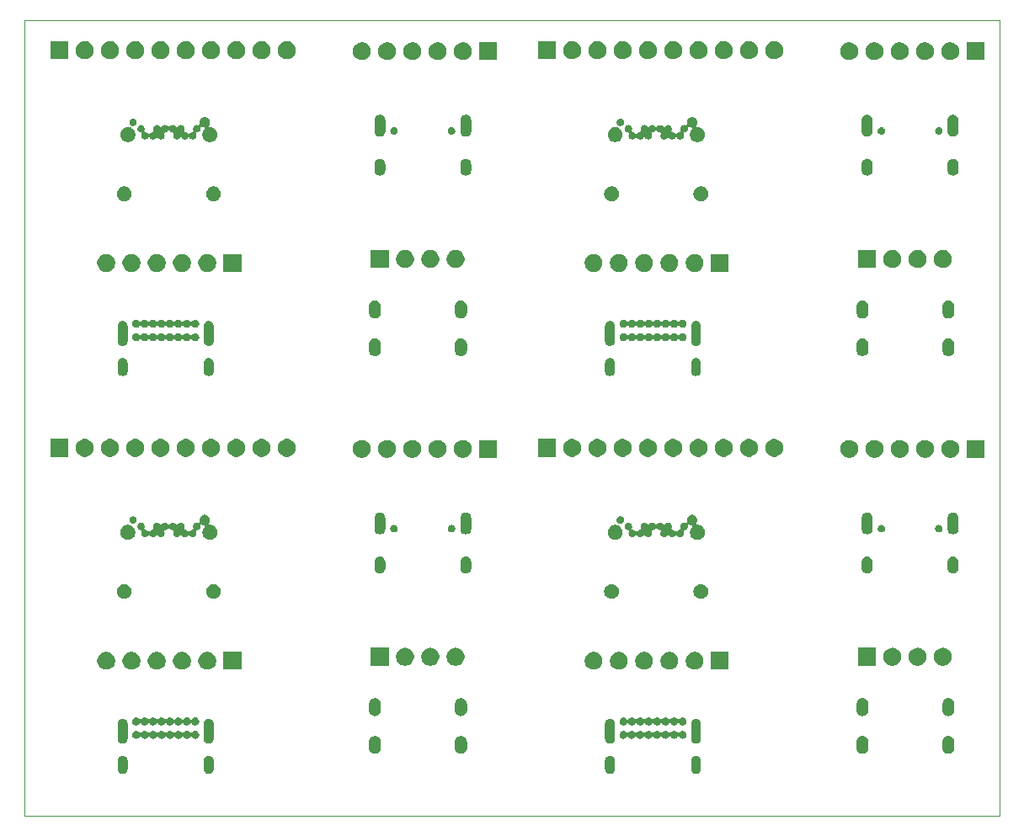
<source format=gbr>
G04 #@! TF.GenerationSoftware,KiCad,Pcbnew,(5.1.5)-3*
G04 #@! TF.CreationDate,2020-03-05T23:42:00+09:00*
G04 #@! TF.ProjectId,USB_Type-C_to_DIP-fin,5553425f-5479-4706-952d-435f746f5f44,rev?*
G04 #@! TF.SameCoordinates,Original*
G04 #@! TF.FileFunction,Soldermask,Bot*
G04 #@! TF.FilePolarity,Negative*
%FSLAX46Y46*%
G04 Gerber Fmt 4.6, Leading zero omitted, Abs format (unit mm)*
G04 Created by KiCad (PCBNEW (5.1.5)-3) date 2020-03-05 23:42:00*
%MOMM*%
%LPD*%
G04 APERTURE LIST*
%ADD10C,0.050000*%
%ADD11C,0.100000*%
G04 APERTURE END LIST*
D10*
X132000000Y-132000000D02*
X126000000Y-132000000D01*
X126000000Y-132000000D02*
X126000000Y-92000000D01*
X224000000Y-90000000D02*
X224000000Y-130000000D01*
X224000000Y-130000000D02*
X224000000Y-132000000D01*
X224000000Y-132000000D02*
X181000000Y-132000000D01*
X224000000Y-52000000D02*
X224000000Y-90000000D01*
X126000000Y-92000000D02*
X126000000Y-52000000D01*
X175000000Y-52000000D02*
X224000000Y-52000000D01*
X126000000Y-52000000D02*
X175000000Y-52000000D01*
X181000000Y-132000000D02*
X132000000Y-132000000D01*
D11*
G36*
X144598212Y-125966249D02*
G01*
X144692651Y-125994897D01*
X144779687Y-126041418D01*
X144855975Y-126104025D01*
X144918582Y-126180313D01*
X144965103Y-126267348D01*
X144993751Y-126361787D01*
X145001000Y-126435388D01*
X145001000Y-127284612D01*
X144993751Y-127358213D01*
X144965103Y-127452652D01*
X144918582Y-127539687D01*
X144855975Y-127615975D01*
X144779687Y-127678582D01*
X144692652Y-127725103D01*
X144598213Y-127753751D01*
X144500000Y-127763424D01*
X144401788Y-127753751D01*
X144307349Y-127725103D01*
X144220314Y-127678582D01*
X144144026Y-127615975D01*
X144081419Y-127539687D01*
X144034898Y-127452652D01*
X144006250Y-127358213D01*
X143999001Y-127284612D01*
X143999000Y-127284602D01*
X143999000Y-126435389D01*
X144006249Y-126361788D01*
X144034897Y-126267349D01*
X144081418Y-126180313D01*
X144144025Y-126104025D01*
X144220313Y-126041418D01*
X144307348Y-125994897D01*
X144401787Y-125966249D01*
X144500000Y-125956576D01*
X144598212Y-125966249D01*
G37*
G36*
X193598212Y-125966249D02*
G01*
X193692651Y-125994897D01*
X193779687Y-126041418D01*
X193855975Y-126104025D01*
X193918582Y-126180313D01*
X193965103Y-126267348D01*
X193993751Y-126361787D01*
X194001000Y-126435388D01*
X194001000Y-127284612D01*
X193993751Y-127358213D01*
X193965103Y-127452652D01*
X193918582Y-127539687D01*
X193855975Y-127615975D01*
X193779687Y-127678582D01*
X193692652Y-127725103D01*
X193598213Y-127753751D01*
X193500000Y-127763424D01*
X193401788Y-127753751D01*
X193307349Y-127725103D01*
X193220314Y-127678582D01*
X193144026Y-127615975D01*
X193081419Y-127539687D01*
X193034898Y-127452652D01*
X193006250Y-127358213D01*
X192999001Y-127284612D01*
X192999000Y-127284602D01*
X192999000Y-126435389D01*
X193006249Y-126361788D01*
X193034897Y-126267349D01*
X193081418Y-126180313D01*
X193144025Y-126104025D01*
X193220313Y-126041418D01*
X193307348Y-125994897D01*
X193401787Y-125966249D01*
X193500000Y-125956576D01*
X193598212Y-125966249D01*
G37*
G36*
X184948212Y-125966249D02*
G01*
X185042651Y-125994897D01*
X185129687Y-126041418D01*
X185205975Y-126104025D01*
X185268582Y-126180313D01*
X185315103Y-126267348D01*
X185343751Y-126361787D01*
X185351000Y-126435388D01*
X185351000Y-127284612D01*
X185343751Y-127358213D01*
X185315103Y-127452652D01*
X185268582Y-127539687D01*
X185205975Y-127615975D01*
X185129687Y-127678582D01*
X185042652Y-127725103D01*
X184948213Y-127753751D01*
X184850000Y-127763424D01*
X184751788Y-127753751D01*
X184657349Y-127725103D01*
X184570314Y-127678582D01*
X184494026Y-127615975D01*
X184431419Y-127539687D01*
X184384898Y-127452652D01*
X184356250Y-127358213D01*
X184349001Y-127284612D01*
X184349000Y-127284602D01*
X184349000Y-126435389D01*
X184356249Y-126361788D01*
X184384897Y-126267349D01*
X184431418Y-126180313D01*
X184494025Y-126104025D01*
X184570313Y-126041418D01*
X184657348Y-125994897D01*
X184751787Y-125966249D01*
X184850000Y-125956576D01*
X184948212Y-125966249D01*
G37*
G36*
X135948212Y-125966249D02*
G01*
X136042651Y-125994897D01*
X136129687Y-126041418D01*
X136205975Y-126104025D01*
X136268582Y-126180313D01*
X136315103Y-126267348D01*
X136343751Y-126361787D01*
X136351000Y-126435388D01*
X136351000Y-127284612D01*
X136343751Y-127358213D01*
X136315103Y-127452652D01*
X136268582Y-127539687D01*
X136205975Y-127615975D01*
X136129687Y-127678582D01*
X136042652Y-127725103D01*
X135948213Y-127753751D01*
X135850000Y-127763424D01*
X135751788Y-127753751D01*
X135657349Y-127725103D01*
X135570314Y-127678582D01*
X135494026Y-127615975D01*
X135431419Y-127539687D01*
X135384898Y-127452652D01*
X135356250Y-127358213D01*
X135349001Y-127284612D01*
X135349000Y-127284602D01*
X135349000Y-126435389D01*
X135356249Y-126361788D01*
X135384897Y-126267349D01*
X135431418Y-126180313D01*
X135494025Y-126104025D01*
X135570313Y-126041418D01*
X135657348Y-125994897D01*
X135751787Y-125966249D01*
X135850000Y-125956576D01*
X135948212Y-125966249D01*
G37*
G36*
X218987817Y-123967696D02*
G01*
X219101104Y-124002062D01*
X219205511Y-124057869D01*
X219205513Y-124057870D01*
X219205512Y-124057870D01*
X219297027Y-124132973D01*
X219320419Y-124161477D01*
X219372131Y-124224488D01*
X219427938Y-124328895D01*
X219462304Y-124442182D01*
X219471000Y-124530481D01*
X219471000Y-125189519D01*
X219462304Y-125277818D01*
X219427938Y-125391105D01*
X219372131Y-125495512D01*
X219297027Y-125587027D01*
X219205512Y-125662131D01*
X219101105Y-125717938D01*
X218987818Y-125752304D01*
X218870000Y-125763907D01*
X218752183Y-125752304D01*
X218638896Y-125717938D01*
X218534489Y-125662131D01*
X218442974Y-125587027D01*
X218367871Y-125495514D01*
X218312061Y-125391102D01*
X218277696Y-125277818D01*
X218269000Y-125189519D01*
X218269000Y-124530482D01*
X218277696Y-124442183D01*
X218312062Y-124328896D01*
X218367869Y-124224489D01*
X218419581Y-124161477D01*
X218442973Y-124132973D01*
X218534487Y-124057870D01*
X218534486Y-124057870D01*
X218534488Y-124057869D01*
X218638895Y-124002062D01*
X218752182Y-123967696D01*
X218870000Y-123956093D01*
X218987817Y-123967696D01*
G37*
G36*
X210347817Y-123967696D02*
G01*
X210461104Y-124002062D01*
X210565511Y-124057869D01*
X210565513Y-124057870D01*
X210565512Y-124057870D01*
X210657027Y-124132973D01*
X210680419Y-124161477D01*
X210732131Y-124224488D01*
X210787938Y-124328895D01*
X210822304Y-124442182D01*
X210831000Y-124530481D01*
X210831000Y-125189519D01*
X210822304Y-125277818D01*
X210787938Y-125391105D01*
X210732131Y-125495512D01*
X210657027Y-125587027D01*
X210565512Y-125662131D01*
X210461105Y-125717938D01*
X210347818Y-125752304D01*
X210230000Y-125763907D01*
X210112183Y-125752304D01*
X209998896Y-125717938D01*
X209894489Y-125662131D01*
X209802974Y-125587027D01*
X209727871Y-125495514D01*
X209672061Y-125391102D01*
X209637696Y-125277818D01*
X209629000Y-125189519D01*
X209629000Y-124530482D01*
X209637696Y-124442183D01*
X209672062Y-124328896D01*
X209727869Y-124224489D01*
X209779581Y-124161477D01*
X209802973Y-124132973D01*
X209894487Y-124057870D01*
X209894486Y-124057870D01*
X209894488Y-124057869D01*
X209998895Y-124002062D01*
X210112182Y-123967696D01*
X210230000Y-123956093D01*
X210347817Y-123967696D01*
G37*
G36*
X169987817Y-123967696D02*
G01*
X170101104Y-124002062D01*
X170205511Y-124057869D01*
X170205513Y-124057870D01*
X170205512Y-124057870D01*
X170297027Y-124132973D01*
X170320419Y-124161477D01*
X170372131Y-124224488D01*
X170427938Y-124328895D01*
X170462304Y-124442182D01*
X170471000Y-124530481D01*
X170471000Y-125189519D01*
X170462304Y-125277818D01*
X170427938Y-125391105D01*
X170372131Y-125495512D01*
X170297027Y-125587027D01*
X170205512Y-125662131D01*
X170101105Y-125717938D01*
X169987818Y-125752304D01*
X169870000Y-125763907D01*
X169752183Y-125752304D01*
X169638896Y-125717938D01*
X169534489Y-125662131D01*
X169442974Y-125587027D01*
X169367871Y-125495514D01*
X169312061Y-125391102D01*
X169277696Y-125277818D01*
X169269000Y-125189519D01*
X169269000Y-124530482D01*
X169277696Y-124442183D01*
X169312062Y-124328896D01*
X169367869Y-124224489D01*
X169419581Y-124161477D01*
X169442973Y-124132973D01*
X169534487Y-124057870D01*
X169534486Y-124057870D01*
X169534488Y-124057869D01*
X169638895Y-124002062D01*
X169752182Y-123967696D01*
X169870000Y-123956093D01*
X169987817Y-123967696D01*
G37*
G36*
X161347817Y-123967696D02*
G01*
X161461104Y-124002062D01*
X161565511Y-124057869D01*
X161565513Y-124057870D01*
X161565512Y-124057870D01*
X161657027Y-124132973D01*
X161680419Y-124161477D01*
X161732131Y-124224488D01*
X161787938Y-124328895D01*
X161822304Y-124442182D01*
X161831000Y-124530481D01*
X161831000Y-125189519D01*
X161822304Y-125277818D01*
X161787938Y-125391105D01*
X161732131Y-125495512D01*
X161657027Y-125587027D01*
X161565512Y-125662131D01*
X161461105Y-125717938D01*
X161347818Y-125752304D01*
X161230000Y-125763907D01*
X161112183Y-125752304D01*
X160998896Y-125717938D01*
X160894489Y-125662131D01*
X160802974Y-125587027D01*
X160727871Y-125495514D01*
X160672061Y-125391102D01*
X160637696Y-125277818D01*
X160629000Y-125189519D01*
X160629000Y-124530482D01*
X160637696Y-124442183D01*
X160672062Y-124328896D01*
X160727869Y-124224489D01*
X160779581Y-124161477D01*
X160802973Y-124132973D01*
X160894487Y-124057870D01*
X160894486Y-124057870D01*
X160894488Y-124057869D01*
X160998895Y-124002062D01*
X161112182Y-123967696D01*
X161230000Y-123956093D01*
X161347817Y-123967696D01*
G37*
G36*
X144598212Y-122236249D02*
G01*
X144692651Y-122264897D01*
X144779687Y-122311418D01*
X144855975Y-122374025D01*
X144918582Y-122450313D01*
X144965103Y-122537348D01*
X144993751Y-122631787D01*
X145001000Y-122705388D01*
X145001000Y-124254612D01*
X144993751Y-124328213D01*
X144965103Y-124422652D01*
X144918582Y-124509687D01*
X144855975Y-124585975D01*
X144779687Y-124648582D01*
X144692652Y-124695103D01*
X144598213Y-124723751D01*
X144500000Y-124733424D01*
X144401788Y-124723751D01*
X144307349Y-124695103D01*
X144220314Y-124648582D01*
X144144026Y-124585975D01*
X144081419Y-124509687D01*
X144034898Y-124422652D01*
X144006250Y-124328213D01*
X143999001Y-124254612D01*
X143999000Y-122705389D01*
X144006249Y-122631788D01*
X144034897Y-122537349D01*
X144081418Y-122450313D01*
X144144025Y-122374025D01*
X144220313Y-122311418D01*
X144307348Y-122264897D01*
X144401787Y-122236249D01*
X144500000Y-122226576D01*
X144598212Y-122236249D01*
G37*
G36*
X135948212Y-122236249D02*
G01*
X136042651Y-122264897D01*
X136129687Y-122311418D01*
X136205975Y-122374025D01*
X136268582Y-122450313D01*
X136315103Y-122537348D01*
X136343751Y-122631787D01*
X136351000Y-122705388D01*
X136351000Y-124254612D01*
X136343751Y-124328213D01*
X136315103Y-124422652D01*
X136268582Y-124509687D01*
X136205975Y-124585975D01*
X136129687Y-124648582D01*
X136042652Y-124695103D01*
X135948213Y-124723751D01*
X135850000Y-124733424D01*
X135751788Y-124723751D01*
X135657349Y-124695103D01*
X135570314Y-124648582D01*
X135494026Y-124585975D01*
X135431419Y-124509687D01*
X135384898Y-124422652D01*
X135356250Y-124328213D01*
X135349001Y-124254612D01*
X135349000Y-122705389D01*
X135356249Y-122631788D01*
X135384897Y-122537349D01*
X135431418Y-122450313D01*
X135494025Y-122374025D01*
X135570313Y-122311418D01*
X135657348Y-122264897D01*
X135751787Y-122236249D01*
X135850000Y-122226576D01*
X135948212Y-122236249D01*
G37*
G36*
X193598212Y-122236249D02*
G01*
X193692651Y-122264897D01*
X193779687Y-122311418D01*
X193855975Y-122374025D01*
X193918582Y-122450313D01*
X193965103Y-122537348D01*
X193993751Y-122631787D01*
X194001000Y-122705388D01*
X194001000Y-124254612D01*
X193993751Y-124328213D01*
X193965103Y-124422652D01*
X193918582Y-124509687D01*
X193855975Y-124585975D01*
X193779687Y-124648582D01*
X193692652Y-124695103D01*
X193598213Y-124723751D01*
X193500000Y-124733424D01*
X193401788Y-124723751D01*
X193307349Y-124695103D01*
X193220314Y-124648582D01*
X193144026Y-124585975D01*
X193081419Y-124509687D01*
X193034898Y-124422652D01*
X193006250Y-124328213D01*
X192999001Y-124254612D01*
X192999000Y-122705389D01*
X193006249Y-122631788D01*
X193034897Y-122537349D01*
X193081418Y-122450313D01*
X193144025Y-122374025D01*
X193220313Y-122311418D01*
X193307348Y-122264897D01*
X193401787Y-122236249D01*
X193500000Y-122226576D01*
X193598212Y-122236249D01*
G37*
G36*
X184948212Y-122236249D02*
G01*
X185042651Y-122264897D01*
X185129687Y-122311418D01*
X185205975Y-122374025D01*
X185268582Y-122450313D01*
X185315103Y-122537348D01*
X185343751Y-122631787D01*
X185351000Y-122705388D01*
X185351000Y-124254612D01*
X185343751Y-124328213D01*
X185315103Y-124422652D01*
X185268582Y-124509687D01*
X185205975Y-124585975D01*
X185129687Y-124648582D01*
X185042652Y-124695103D01*
X184948213Y-124723751D01*
X184850000Y-124733424D01*
X184751788Y-124723751D01*
X184657349Y-124695103D01*
X184570314Y-124648582D01*
X184494026Y-124585975D01*
X184431419Y-124509687D01*
X184384898Y-124422652D01*
X184356250Y-124328213D01*
X184349001Y-124254612D01*
X184349000Y-122705389D01*
X184356249Y-122631788D01*
X184384897Y-122537349D01*
X184431418Y-122450313D01*
X184494025Y-122374025D01*
X184570313Y-122311418D01*
X184657348Y-122264897D01*
X184751787Y-122236249D01*
X184850000Y-122226576D01*
X184948212Y-122236249D01*
G37*
G36*
X186278231Y-123456705D02*
G01*
X186316967Y-123464410D01*
X186347195Y-123476931D01*
X186389944Y-123494638D01*
X186455622Y-123538523D01*
X186511478Y-123594379D01*
X186521067Y-123608730D01*
X186536613Y-123627672D01*
X186555555Y-123643217D01*
X186577165Y-123654768D01*
X186600614Y-123661881D01*
X186625001Y-123664283D01*
X186649387Y-123661881D01*
X186672836Y-123654768D01*
X186694446Y-123643217D01*
X186713388Y-123627671D01*
X186728933Y-123608730D01*
X186738522Y-123594379D01*
X186794378Y-123538523D01*
X186860056Y-123494638D01*
X186902805Y-123476931D01*
X186933033Y-123464410D01*
X186971769Y-123456705D01*
X187010504Y-123449000D01*
X187089496Y-123449000D01*
X187128231Y-123456705D01*
X187166967Y-123464410D01*
X187197195Y-123476931D01*
X187239944Y-123494638D01*
X187305622Y-123538523D01*
X187361478Y-123594379D01*
X187371067Y-123608730D01*
X187386613Y-123627672D01*
X187405555Y-123643217D01*
X187427165Y-123654768D01*
X187450614Y-123661881D01*
X187475001Y-123664283D01*
X187499387Y-123661881D01*
X187522836Y-123654768D01*
X187544446Y-123643217D01*
X187563388Y-123627671D01*
X187578933Y-123608730D01*
X187588522Y-123594379D01*
X187644378Y-123538523D01*
X187710056Y-123494638D01*
X187752805Y-123476931D01*
X187783033Y-123464410D01*
X187821769Y-123456705D01*
X187860504Y-123449000D01*
X187939496Y-123449000D01*
X187978231Y-123456705D01*
X188016967Y-123464410D01*
X188047195Y-123476931D01*
X188089944Y-123494638D01*
X188155622Y-123538523D01*
X188211478Y-123594379D01*
X188221067Y-123608730D01*
X188236613Y-123627672D01*
X188255555Y-123643217D01*
X188277165Y-123654768D01*
X188300614Y-123661881D01*
X188325001Y-123664283D01*
X188349387Y-123661881D01*
X188372836Y-123654768D01*
X188394446Y-123643217D01*
X188413388Y-123627671D01*
X188428933Y-123608730D01*
X188438522Y-123594379D01*
X188494378Y-123538523D01*
X188560056Y-123494638D01*
X188602805Y-123476931D01*
X188633033Y-123464410D01*
X188671769Y-123456705D01*
X188710504Y-123449000D01*
X188789496Y-123449000D01*
X188828231Y-123456705D01*
X188866967Y-123464410D01*
X188897195Y-123476931D01*
X188939944Y-123494638D01*
X189005622Y-123538523D01*
X189061478Y-123594379D01*
X189071067Y-123608730D01*
X189086613Y-123627672D01*
X189105555Y-123643217D01*
X189127165Y-123654768D01*
X189150614Y-123661881D01*
X189175001Y-123664283D01*
X189199387Y-123661881D01*
X189222836Y-123654768D01*
X189244446Y-123643217D01*
X189263388Y-123627671D01*
X189278933Y-123608730D01*
X189288522Y-123594379D01*
X189344378Y-123538523D01*
X189410056Y-123494638D01*
X189452805Y-123476931D01*
X189483033Y-123464410D01*
X189521769Y-123456705D01*
X189560504Y-123449000D01*
X189639496Y-123449000D01*
X189678231Y-123456705D01*
X189716967Y-123464410D01*
X189747195Y-123476931D01*
X189789944Y-123494638D01*
X189855622Y-123538523D01*
X189911478Y-123594379D01*
X189921067Y-123608730D01*
X189936613Y-123627672D01*
X189955555Y-123643217D01*
X189977165Y-123654768D01*
X190000614Y-123661881D01*
X190025001Y-123664283D01*
X190049387Y-123661881D01*
X190072836Y-123654768D01*
X190094446Y-123643217D01*
X190113388Y-123627671D01*
X190128933Y-123608730D01*
X190138522Y-123594379D01*
X190194378Y-123538523D01*
X190260056Y-123494638D01*
X190302805Y-123476931D01*
X190333033Y-123464410D01*
X190371769Y-123456705D01*
X190410504Y-123449000D01*
X190489496Y-123449000D01*
X190528231Y-123456705D01*
X190566967Y-123464410D01*
X190597195Y-123476931D01*
X190639944Y-123494638D01*
X190705622Y-123538523D01*
X190761478Y-123594379D01*
X190771067Y-123608730D01*
X190786613Y-123627672D01*
X190805555Y-123643217D01*
X190827165Y-123654768D01*
X190850614Y-123661881D01*
X190875001Y-123664283D01*
X190899387Y-123661881D01*
X190922836Y-123654768D01*
X190944446Y-123643217D01*
X190963388Y-123627671D01*
X190978933Y-123608730D01*
X190988522Y-123594379D01*
X191044378Y-123538523D01*
X191110056Y-123494638D01*
X191152805Y-123476931D01*
X191183033Y-123464410D01*
X191221769Y-123456705D01*
X191260504Y-123449000D01*
X191339496Y-123449000D01*
X191378231Y-123456705D01*
X191416967Y-123464410D01*
X191447195Y-123476931D01*
X191489944Y-123494638D01*
X191555622Y-123538523D01*
X191611478Y-123594379D01*
X191621067Y-123608730D01*
X191636613Y-123627672D01*
X191655555Y-123643217D01*
X191677165Y-123654768D01*
X191700614Y-123661881D01*
X191725001Y-123664283D01*
X191749387Y-123661881D01*
X191772836Y-123654768D01*
X191794446Y-123643217D01*
X191813388Y-123627671D01*
X191828933Y-123608730D01*
X191838522Y-123594379D01*
X191894378Y-123538523D01*
X191960056Y-123494638D01*
X192002805Y-123476931D01*
X192033033Y-123464410D01*
X192071769Y-123456705D01*
X192110504Y-123449000D01*
X192189496Y-123449000D01*
X192228231Y-123456705D01*
X192266967Y-123464410D01*
X192297195Y-123476931D01*
X192339944Y-123494638D01*
X192405622Y-123538523D01*
X192461477Y-123594378D01*
X192505362Y-123660056D01*
X192523069Y-123702805D01*
X192535590Y-123733033D01*
X192551000Y-123810505D01*
X192551000Y-123889495D01*
X192535590Y-123966967D01*
X192523069Y-123997195D01*
X192505362Y-124039944D01*
X192461477Y-124105622D01*
X192405622Y-124161477D01*
X192339944Y-124205362D01*
X192297195Y-124223069D01*
X192266967Y-124235590D01*
X192228231Y-124243295D01*
X192189496Y-124251000D01*
X192110504Y-124251000D01*
X192071769Y-124243295D01*
X192033033Y-124235590D01*
X192002805Y-124223069D01*
X191960056Y-124205362D01*
X191894378Y-124161477D01*
X191838522Y-124105621D01*
X191828933Y-124091270D01*
X191813387Y-124072328D01*
X191794445Y-124056783D01*
X191772835Y-124045232D01*
X191749386Y-124038119D01*
X191724999Y-124035717D01*
X191700613Y-124038119D01*
X191677164Y-124045232D01*
X191655554Y-124056783D01*
X191636612Y-124072329D01*
X191621067Y-124091270D01*
X191611478Y-124105621D01*
X191555622Y-124161477D01*
X191489944Y-124205362D01*
X191447195Y-124223069D01*
X191416967Y-124235590D01*
X191378231Y-124243295D01*
X191339496Y-124251000D01*
X191260504Y-124251000D01*
X191221769Y-124243295D01*
X191183033Y-124235590D01*
X191152805Y-124223069D01*
X191110056Y-124205362D01*
X191044378Y-124161477D01*
X190988522Y-124105621D01*
X190978933Y-124091270D01*
X190963387Y-124072328D01*
X190944445Y-124056783D01*
X190922835Y-124045232D01*
X190899386Y-124038119D01*
X190874999Y-124035717D01*
X190850613Y-124038119D01*
X190827164Y-124045232D01*
X190805554Y-124056783D01*
X190786612Y-124072329D01*
X190771067Y-124091270D01*
X190761478Y-124105621D01*
X190705622Y-124161477D01*
X190639944Y-124205362D01*
X190597195Y-124223069D01*
X190566967Y-124235590D01*
X190528231Y-124243295D01*
X190489496Y-124251000D01*
X190410504Y-124251000D01*
X190371769Y-124243295D01*
X190333033Y-124235590D01*
X190302805Y-124223069D01*
X190260056Y-124205362D01*
X190194378Y-124161477D01*
X190138522Y-124105621D01*
X190128933Y-124091270D01*
X190113387Y-124072328D01*
X190094445Y-124056783D01*
X190072835Y-124045232D01*
X190049386Y-124038119D01*
X190024999Y-124035717D01*
X190000613Y-124038119D01*
X189977164Y-124045232D01*
X189955554Y-124056783D01*
X189936612Y-124072329D01*
X189921067Y-124091270D01*
X189911478Y-124105621D01*
X189855622Y-124161477D01*
X189789944Y-124205362D01*
X189747195Y-124223069D01*
X189716967Y-124235590D01*
X189678231Y-124243295D01*
X189639496Y-124251000D01*
X189560504Y-124251000D01*
X189521769Y-124243295D01*
X189483033Y-124235590D01*
X189452805Y-124223069D01*
X189410056Y-124205362D01*
X189344378Y-124161477D01*
X189288522Y-124105621D01*
X189278933Y-124091270D01*
X189263387Y-124072328D01*
X189244445Y-124056783D01*
X189222835Y-124045232D01*
X189199386Y-124038119D01*
X189174999Y-124035717D01*
X189150613Y-124038119D01*
X189127164Y-124045232D01*
X189105554Y-124056783D01*
X189086612Y-124072329D01*
X189071067Y-124091270D01*
X189061478Y-124105621D01*
X189005622Y-124161477D01*
X188939944Y-124205362D01*
X188897195Y-124223069D01*
X188866967Y-124235590D01*
X188828231Y-124243295D01*
X188789496Y-124251000D01*
X188710504Y-124251000D01*
X188671769Y-124243295D01*
X188633033Y-124235590D01*
X188602805Y-124223069D01*
X188560056Y-124205362D01*
X188494378Y-124161477D01*
X188438522Y-124105621D01*
X188428933Y-124091270D01*
X188413387Y-124072328D01*
X188394445Y-124056783D01*
X188372835Y-124045232D01*
X188349386Y-124038119D01*
X188324999Y-124035717D01*
X188300613Y-124038119D01*
X188277164Y-124045232D01*
X188255554Y-124056783D01*
X188236612Y-124072329D01*
X188221067Y-124091270D01*
X188211478Y-124105621D01*
X188155622Y-124161477D01*
X188089944Y-124205362D01*
X188047195Y-124223069D01*
X188016967Y-124235590D01*
X187978231Y-124243295D01*
X187939496Y-124251000D01*
X187860504Y-124251000D01*
X187821769Y-124243295D01*
X187783033Y-124235590D01*
X187752805Y-124223069D01*
X187710056Y-124205362D01*
X187644378Y-124161477D01*
X187588522Y-124105621D01*
X187578933Y-124091270D01*
X187563387Y-124072328D01*
X187544445Y-124056783D01*
X187522835Y-124045232D01*
X187499386Y-124038119D01*
X187474999Y-124035717D01*
X187450613Y-124038119D01*
X187427164Y-124045232D01*
X187405554Y-124056783D01*
X187386612Y-124072329D01*
X187371067Y-124091270D01*
X187361478Y-124105621D01*
X187305622Y-124161477D01*
X187239944Y-124205362D01*
X187197195Y-124223069D01*
X187166967Y-124235590D01*
X187128231Y-124243295D01*
X187089496Y-124251000D01*
X187010504Y-124251000D01*
X186971769Y-124243295D01*
X186933033Y-124235590D01*
X186902805Y-124223069D01*
X186860056Y-124205362D01*
X186794378Y-124161477D01*
X186738522Y-124105621D01*
X186728933Y-124091270D01*
X186713387Y-124072328D01*
X186694445Y-124056783D01*
X186672835Y-124045232D01*
X186649386Y-124038119D01*
X186624999Y-124035717D01*
X186600613Y-124038119D01*
X186577164Y-124045232D01*
X186555554Y-124056783D01*
X186536612Y-124072329D01*
X186521067Y-124091270D01*
X186511478Y-124105621D01*
X186455622Y-124161477D01*
X186389944Y-124205362D01*
X186347195Y-124223069D01*
X186316967Y-124235590D01*
X186278231Y-124243295D01*
X186239496Y-124251000D01*
X186160504Y-124251000D01*
X186121769Y-124243295D01*
X186083033Y-124235590D01*
X186052805Y-124223069D01*
X186010056Y-124205362D01*
X185944378Y-124161477D01*
X185888523Y-124105622D01*
X185844638Y-124039944D01*
X185826931Y-123997195D01*
X185814410Y-123966967D01*
X185799000Y-123889495D01*
X185799000Y-123810505D01*
X185814410Y-123733033D01*
X185826931Y-123702805D01*
X185844638Y-123660056D01*
X185888523Y-123594378D01*
X185944378Y-123538523D01*
X186010056Y-123494638D01*
X186052805Y-123476931D01*
X186083033Y-123464410D01*
X186121769Y-123456705D01*
X186160504Y-123449000D01*
X186239496Y-123449000D01*
X186278231Y-123456705D01*
G37*
G36*
X137278231Y-123456705D02*
G01*
X137316967Y-123464410D01*
X137347195Y-123476931D01*
X137389944Y-123494638D01*
X137455622Y-123538523D01*
X137511478Y-123594379D01*
X137521067Y-123608730D01*
X137536613Y-123627672D01*
X137555555Y-123643217D01*
X137577165Y-123654768D01*
X137600614Y-123661881D01*
X137625001Y-123664283D01*
X137649387Y-123661881D01*
X137672836Y-123654768D01*
X137694446Y-123643217D01*
X137713388Y-123627671D01*
X137728933Y-123608730D01*
X137738522Y-123594379D01*
X137794378Y-123538523D01*
X137860056Y-123494638D01*
X137902805Y-123476931D01*
X137933033Y-123464410D01*
X137971769Y-123456705D01*
X138010504Y-123449000D01*
X138089496Y-123449000D01*
X138128231Y-123456705D01*
X138166967Y-123464410D01*
X138197195Y-123476931D01*
X138239944Y-123494638D01*
X138305622Y-123538523D01*
X138361478Y-123594379D01*
X138371067Y-123608730D01*
X138386613Y-123627672D01*
X138405555Y-123643217D01*
X138427165Y-123654768D01*
X138450614Y-123661881D01*
X138475001Y-123664283D01*
X138499387Y-123661881D01*
X138522836Y-123654768D01*
X138544446Y-123643217D01*
X138563388Y-123627671D01*
X138578933Y-123608730D01*
X138588522Y-123594379D01*
X138644378Y-123538523D01*
X138710056Y-123494638D01*
X138752805Y-123476931D01*
X138783033Y-123464410D01*
X138821769Y-123456705D01*
X138860504Y-123449000D01*
X138939496Y-123449000D01*
X138978231Y-123456705D01*
X139016967Y-123464410D01*
X139047195Y-123476931D01*
X139089944Y-123494638D01*
X139155622Y-123538523D01*
X139211478Y-123594379D01*
X139221067Y-123608730D01*
X139236613Y-123627672D01*
X139255555Y-123643217D01*
X139277165Y-123654768D01*
X139300614Y-123661881D01*
X139325001Y-123664283D01*
X139349387Y-123661881D01*
X139372836Y-123654768D01*
X139394446Y-123643217D01*
X139413388Y-123627671D01*
X139428933Y-123608730D01*
X139438522Y-123594379D01*
X139494378Y-123538523D01*
X139560056Y-123494638D01*
X139602805Y-123476931D01*
X139633033Y-123464410D01*
X139671769Y-123456705D01*
X139710504Y-123449000D01*
X139789496Y-123449000D01*
X139828231Y-123456705D01*
X139866967Y-123464410D01*
X139897195Y-123476931D01*
X139939944Y-123494638D01*
X140005622Y-123538523D01*
X140061478Y-123594379D01*
X140071067Y-123608730D01*
X140086613Y-123627672D01*
X140105555Y-123643217D01*
X140127165Y-123654768D01*
X140150614Y-123661881D01*
X140175001Y-123664283D01*
X140199387Y-123661881D01*
X140222836Y-123654768D01*
X140244446Y-123643217D01*
X140263388Y-123627671D01*
X140278933Y-123608730D01*
X140288522Y-123594379D01*
X140344378Y-123538523D01*
X140410056Y-123494638D01*
X140452805Y-123476931D01*
X140483033Y-123464410D01*
X140521769Y-123456705D01*
X140560504Y-123449000D01*
X140639496Y-123449000D01*
X140678231Y-123456705D01*
X140716967Y-123464410D01*
X140747195Y-123476931D01*
X140789944Y-123494638D01*
X140855622Y-123538523D01*
X140911478Y-123594379D01*
X140921067Y-123608730D01*
X140936613Y-123627672D01*
X140955555Y-123643217D01*
X140977165Y-123654768D01*
X141000614Y-123661881D01*
X141025001Y-123664283D01*
X141049387Y-123661881D01*
X141072836Y-123654768D01*
X141094446Y-123643217D01*
X141113388Y-123627671D01*
X141128933Y-123608730D01*
X141138522Y-123594379D01*
X141194378Y-123538523D01*
X141260056Y-123494638D01*
X141302805Y-123476931D01*
X141333033Y-123464410D01*
X141371769Y-123456705D01*
X141410504Y-123449000D01*
X141489496Y-123449000D01*
X141528231Y-123456705D01*
X141566967Y-123464410D01*
X141597195Y-123476931D01*
X141639944Y-123494638D01*
X141705622Y-123538523D01*
X141761478Y-123594379D01*
X141771067Y-123608730D01*
X141786613Y-123627672D01*
X141805555Y-123643217D01*
X141827165Y-123654768D01*
X141850614Y-123661881D01*
X141875001Y-123664283D01*
X141899387Y-123661881D01*
X141922836Y-123654768D01*
X141944446Y-123643217D01*
X141963388Y-123627671D01*
X141978933Y-123608730D01*
X141988522Y-123594379D01*
X142044378Y-123538523D01*
X142110056Y-123494638D01*
X142152805Y-123476931D01*
X142183033Y-123464410D01*
X142221769Y-123456705D01*
X142260504Y-123449000D01*
X142339496Y-123449000D01*
X142378231Y-123456705D01*
X142416967Y-123464410D01*
X142447195Y-123476931D01*
X142489944Y-123494638D01*
X142555622Y-123538523D01*
X142611478Y-123594379D01*
X142621067Y-123608730D01*
X142636613Y-123627672D01*
X142655555Y-123643217D01*
X142677165Y-123654768D01*
X142700614Y-123661881D01*
X142725001Y-123664283D01*
X142749387Y-123661881D01*
X142772836Y-123654768D01*
X142794446Y-123643217D01*
X142813388Y-123627671D01*
X142828933Y-123608730D01*
X142838522Y-123594379D01*
X142894378Y-123538523D01*
X142960056Y-123494638D01*
X143002805Y-123476931D01*
X143033033Y-123464410D01*
X143071769Y-123456705D01*
X143110504Y-123449000D01*
X143189496Y-123449000D01*
X143228231Y-123456705D01*
X143266967Y-123464410D01*
X143297195Y-123476931D01*
X143339944Y-123494638D01*
X143405622Y-123538523D01*
X143461477Y-123594378D01*
X143505362Y-123660056D01*
X143523069Y-123702805D01*
X143535590Y-123733033D01*
X143551000Y-123810505D01*
X143551000Y-123889495D01*
X143535590Y-123966967D01*
X143523069Y-123997195D01*
X143505362Y-124039944D01*
X143461477Y-124105622D01*
X143405622Y-124161477D01*
X143339944Y-124205362D01*
X143297195Y-124223069D01*
X143266967Y-124235590D01*
X143228231Y-124243295D01*
X143189496Y-124251000D01*
X143110504Y-124251000D01*
X143071769Y-124243295D01*
X143033033Y-124235590D01*
X143002805Y-124223069D01*
X142960056Y-124205362D01*
X142894378Y-124161477D01*
X142838522Y-124105621D01*
X142828933Y-124091270D01*
X142813387Y-124072328D01*
X142794445Y-124056783D01*
X142772835Y-124045232D01*
X142749386Y-124038119D01*
X142724999Y-124035717D01*
X142700613Y-124038119D01*
X142677164Y-124045232D01*
X142655554Y-124056783D01*
X142636612Y-124072329D01*
X142621067Y-124091270D01*
X142611478Y-124105621D01*
X142555622Y-124161477D01*
X142489944Y-124205362D01*
X142447195Y-124223069D01*
X142416967Y-124235590D01*
X142378231Y-124243295D01*
X142339496Y-124251000D01*
X142260504Y-124251000D01*
X142221769Y-124243295D01*
X142183033Y-124235590D01*
X142152805Y-124223069D01*
X142110056Y-124205362D01*
X142044378Y-124161477D01*
X141988522Y-124105621D01*
X141978933Y-124091270D01*
X141963387Y-124072328D01*
X141944445Y-124056783D01*
X141922835Y-124045232D01*
X141899386Y-124038119D01*
X141874999Y-124035717D01*
X141850613Y-124038119D01*
X141827164Y-124045232D01*
X141805554Y-124056783D01*
X141786612Y-124072329D01*
X141771067Y-124091270D01*
X141761478Y-124105621D01*
X141705622Y-124161477D01*
X141639944Y-124205362D01*
X141597195Y-124223069D01*
X141566967Y-124235590D01*
X141528231Y-124243295D01*
X141489496Y-124251000D01*
X141410504Y-124251000D01*
X141371769Y-124243295D01*
X141333033Y-124235590D01*
X141302805Y-124223069D01*
X141260056Y-124205362D01*
X141194378Y-124161477D01*
X141138522Y-124105621D01*
X141128933Y-124091270D01*
X141113387Y-124072328D01*
X141094445Y-124056783D01*
X141072835Y-124045232D01*
X141049386Y-124038119D01*
X141024999Y-124035717D01*
X141000613Y-124038119D01*
X140977164Y-124045232D01*
X140955554Y-124056783D01*
X140936612Y-124072329D01*
X140921067Y-124091270D01*
X140911478Y-124105621D01*
X140855622Y-124161477D01*
X140789944Y-124205362D01*
X140747195Y-124223069D01*
X140716967Y-124235590D01*
X140678231Y-124243295D01*
X140639496Y-124251000D01*
X140560504Y-124251000D01*
X140521769Y-124243295D01*
X140483033Y-124235590D01*
X140452805Y-124223069D01*
X140410056Y-124205362D01*
X140344378Y-124161477D01*
X140288522Y-124105621D01*
X140278933Y-124091270D01*
X140263387Y-124072328D01*
X140244445Y-124056783D01*
X140222835Y-124045232D01*
X140199386Y-124038119D01*
X140174999Y-124035717D01*
X140150613Y-124038119D01*
X140127164Y-124045232D01*
X140105554Y-124056783D01*
X140086612Y-124072329D01*
X140071067Y-124091270D01*
X140061478Y-124105621D01*
X140005622Y-124161477D01*
X139939944Y-124205362D01*
X139897195Y-124223069D01*
X139866967Y-124235590D01*
X139828231Y-124243295D01*
X139789496Y-124251000D01*
X139710504Y-124251000D01*
X139671769Y-124243295D01*
X139633033Y-124235590D01*
X139602805Y-124223069D01*
X139560056Y-124205362D01*
X139494378Y-124161477D01*
X139438522Y-124105621D01*
X139428933Y-124091270D01*
X139413387Y-124072328D01*
X139394445Y-124056783D01*
X139372835Y-124045232D01*
X139349386Y-124038119D01*
X139324999Y-124035717D01*
X139300613Y-124038119D01*
X139277164Y-124045232D01*
X139255554Y-124056783D01*
X139236612Y-124072329D01*
X139221067Y-124091270D01*
X139211478Y-124105621D01*
X139155622Y-124161477D01*
X139089944Y-124205362D01*
X139047195Y-124223069D01*
X139016967Y-124235590D01*
X138978231Y-124243295D01*
X138939496Y-124251000D01*
X138860504Y-124251000D01*
X138821769Y-124243295D01*
X138783033Y-124235590D01*
X138752805Y-124223069D01*
X138710056Y-124205362D01*
X138644378Y-124161477D01*
X138588522Y-124105621D01*
X138578933Y-124091270D01*
X138563387Y-124072328D01*
X138544445Y-124056783D01*
X138522835Y-124045232D01*
X138499386Y-124038119D01*
X138474999Y-124035717D01*
X138450613Y-124038119D01*
X138427164Y-124045232D01*
X138405554Y-124056783D01*
X138386612Y-124072329D01*
X138371067Y-124091270D01*
X138361478Y-124105621D01*
X138305622Y-124161477D01*
X138239944Y-124205362D01*
X138197195Y-124223069D01*
X138166967Y-124235590D01*
X138128231Y-124243295D01*
X138089496Y-124251000D01*
X138010504Y-124251000D01*
X137971769Y-124243295D01*
X137933033Y-124235590D01*
X137902805Y-124223069D01*
X137860056Y-124205362D01*
X137794378Y-124161477D01*
X137738522Y-124105621D01*
X137728933Y-124091270D01*
X137713387Y-124072328D01*
X137694445Y-124056783D01*
X137672835Y-124045232D01*
X137649386Y-124038119D01*
X137624999Y-124035717D01*
X137600613Y-124038119D01*
X137577164Y-124045232D01*
X137555554Y-124056783D01*
X137536612Y-124072329D01*
X137521067Y-124091270D01*
X137511478Y-124105621D01*
X137455622Y-124161477D01*
X137389944Y-124205362D01*
X137347195Y-124223069D01*
X137316967Y-124235590D01*
X137278231Y-124243295D01*
X137239496Y-124251000D01*
X137160504Y-124251000D01*
X137121769Y-124243295D01*
X137083033Y-124235590D01*
X137052805Y-124223069D01*
X137010056Y-124205362D01*
X136944378Y-124161477D01*
X136888523Y-124105622D01*
X136844638Y-124039944D01*
X136826931Y-123997195D01*
X136814410Y-123966967D01*
X136799000Y-123889495D01*
X136799000Y-123810505D01*
X136814410Y-123733033D01*
X136826931Y-123702805D01*
X136844638Y-123660056D01*
X136888523Y-123594378D01*
X136944378Y-123538523D01*
X137010056Y-123494638D01*
X137052805Y-123476931D01*
X137083033Y-123464410D01*
X137121769Y-123456705D01*
X137160504Y-123449000D01*
X137239496Y-123449000D01*
X137278231Y-123456705D01*
G37*
G36*
X137278231Y-122106705D02*
G01*
X137316967Y-122114410D01*
X137347195Y-122126931D01*
X137389944Y-122144638D01*
X137455622Y-122188523D01*
X137511478Y-122244379D01*
X137521067Y-122258730D01*
X137536613Y-122277672D01*
X137555555Y-122293217D01*
X137577165Y-122304768D01*
X137600614Y-122311881D01*
X137625001Y-122314283D01*
X137649387Y-122311881D01*
X137672836Y-122304768D01*
X137694446Y-122293217D01*
X137713388Y-122277671D01*
X137728933Y-122258730D01*
X137738522Y-122244379D01*
X137794378Y-122188523D01*
X137860056Y-122144638D01*
X137902805Y-122126931D01*
X137933033Y-122114410D01*
X137971769Y-122106705D01*
X138010504Y-122099000D01*
X138089496Y-122099000D01*
X138128231Y-122106705D01*
X138166967Y-122114410D01*
X138197195Y-122126931D01*
X138239944Y-122144638D01*
X138305622Y-122188523D01*
X138361478Y-122244379D01*
X138371067Y-122258730D01*
X138386613Y-122277672D01*
X138405555Y-122293217D01*
X138427165Y-122304768D01*
X138450614Y-122311881D01*
X138475001Y-122314283D01*
X138499387Y-122311881D01*
X138522836Y-122304768D01*
X138544446Y-122293217D01*
X138563388Y-122277671D01*
X138578933Y-122258730D01*
X138588522Y-122244379D01*
X138644378Y-122188523D01*
X138710056Y-122144638D01*
X138752805Y-122126931D01*
X138783033Y-122114410D01*
X138821769Y-122106705D01*
X138860504Y-122099000D01*
X138939496Y-122099000D01*
X138978231Y-122106705D01*
X139016967Y-122114410D01*
X139047195Y-122126931D01*
X139089944Y-122144638D01*
X139155622Y-122188523D01*
X139211478Y-122244379D01*
X139221067Y-122258730D01*
X139236613Y-122277672D01*
X139255555Y-122293217D01*
X139277165Y-122304768D01*
X139300614Y-122311881D01*
X139325001Y-122314283D01*
X139349387Y-122311881D01*
X139372836Y-122304768D01*
X139394446Y-122293217D01*
X139413388Y-122277671D01*
X139428933Y-122258730D01*
X139438522Y-122244379D01*
X139494378Y-122188523D01*
X139560056Y-122144638D01*
X139602805Y-122126931D01*
X139633033Y-122114410D01*
X139671769Y-122106705D01*
X139710504Y-122099000D01*
X139789496Y-122099000D01*
X139828231Y-122106705D01*
X139866967Y-122114410D01*
X139897195Y-122126931D01*
X139939944Y-122144638D01*
X140005622Y-122188523D01*
X140061478Y-122244379D01*
X140071067Y-122258730D01*
X140086613Y-122277672D01*
X140105555Y-122293217D01*
X140127165Y-122304768D01*
X140150614Y-122311881D01*
X140175001Y-122314283D01*
X140199387Y-122311881D01*
X140222836Y-122304768D01*
X140244446Y-122293217D01*
X140263388Y-122277671D01*
X140278933Y-122258730D01*
X140288522Y-122244379D01*
X140344378Y-122188523D01*
X140410056Y-122144638D01*
X140452805Y-122126931D01*
X140483033Y-122114410D01*
X140521769Y-122106705D01*
X140560504Y-122099000D01*
X140639496Y-122099000D01*
X140678231Y-122106705D01*
X140716967Y-122114410D01*
X140747195Y-122126931D01*
X140789944Y-122144638D01*
X140855622Y-122188523D01*
X140911478Y-122244379D01*
X140921067Y-122258730D01*
X140936613Y-122277672D01*
X140955555Y-122293217D01*
X140977165Y-122304768D01*
X141000614Y-122311881D01*
X141025001Y-122314283D01*
X141049387Y-122311881D01*
X141072836Y-122304768D01*
X141094446Y-122293217D01*
X141113388Y-122277671D01*
X141128933Y-122258730D01*
X141138522Y-122244379D01*
X141194378Y-122188523D01*
X141260056Y-122144638D01*
X141302805Y-122126931D01*
X141333033Y-122114410D01*
X141371769Y-122106705D01*
X141410504Y-122099000D01*
X141489496Y-122099000D01*
X141528231Y-122106705D01*
X141566967Y-122114410D01*
X141597195Y-122126931D01*
X141639944Y-122144638D01*
X141705622Y-122188523D01*
X141761478Y-122244379D01*
X141771067Y-122258730D01*
X141786613Y-122277672D01*
X141805555Y-122293217D01*
X141827165Y-122304768D01*
X141850614Y-122311881D01*
X141875001Y-122314283D01*
X141899387Y-122311881D01*
X141922836Y-122304768D01*
X141944446Y-122293217D01*
X141963388Y-122277671D01*
X141978933Y-122258730D01*
X141988522Y-122244379D01*
X142044378Y-122188523D01*
X142110056Y-122144638D01*
X142152805Y-122126931D01*
X142183033Y-122114410D01*
X142221769Y-122106705D01*
X142260504Y-122099000D01*
X142339496Y-122099000D01*
X142378231Y-122106705D01*
X142416967Y-122114410D01*
X142447195Y-122126931D01*
X142489944Y-122144638D01*
X142555622Y-122188523D01*
X142611478Y-122244379D01*
X142621067Y-122258730D01*
X142636613Y-122277672D01*
X142655555Y-122293217D01*
X142677165Y-122304768D01*
X142700614Y-122311881D01*
X142725001Y-122314283D01*
X142749387Y-122311881D01*
X142772836Y-122304768D01*
X142794446Y-122293217D01*
X142813388Y-122277671D01*
X142828933Y-122258730D01*
X142838522Y-122244379D01*
X142894378Y-122188523D01*
X142960056Y-122144638D01*
X143002805Y-122126931D01*
X143033033Y-122114410D01*
X143071769Y-122106705D01*
X143110504Y-122099000D01*
X143189496Y-122099000D01*
X143228231Y-122106705D01*
X143266967Y-122114410D01*
X143297195Y-122126931D01*
X143339944Y-122144638D01*
X143405622Y-122188523D01*
X143461477Y-122244378D01*
X143505362Y-122310056D01*
X143523069Y-122352805D01*
X143531859Y-122374025D01*
X143535590Y-122383034D01*
X143551000Y-122460504D01*
X143551000Y-122539496D01*
X143535590Y-122616966D01*
X143505362Y-122689944D01*
X143461477Y-122755622D01*
X143405622Y-122811477D01*
X143339944Y-122855362D01*
X143297195Y-122873069D01*
X143266967Y-122885590D01*
X143228231Y-122893295D01*
X143189496Y-122901000D01*
X143110504Y-122901000D01*
X143071769Y-122893295D01*
X143033033Y-122885590D01*
X143002805Y-122873069D01*
X142960056Y-122855362D01*
X142894378Y-122811477D01*
X142838522Y-122755621D01*
X142828933Y-122741270D01*
X142813387Y-122722328D01*
X142794445Y-122706783D01*
X142772835Y-122695232D01*
X142749386Y-122688119D01*
X142724999Y-122685717D01*
X142700613Y-122688119D01*
X142677164Y-122695232D01*
X142655554Y-122706783D01*
X142636612Y-122722329D01*
X142621067Y-122741270D01*
X142611478Y-122755621D01*
X142555622Y-122811477D01*
X142489944Y-122855362D01*
X142447195Y-122873069D01*
X142416967Y-122885590D01*
X142378231Y-122893295D01*
X142339496Y-122901000D01*
X142260504Y-122901000D01*
X142221769Y-122893295D01*
X142183033Y-122885590D01*
X142152805Y-122873069D01*
X142110056Y-122855362D01*
X142044378Y-122811477D01*
X141988522Y-122755621D01*
X141978933Y-122741270D01*
X141963387Y-122722328D01*
X141944445Y-122706783D01*
X141922835Y-122695232D01*
X141899386Y-122688119D01*
X141874999Y-122685717D01*
X141850613Y-122688119D01*
X141827164Y-122695232D01*
X141805554Y-122706783D01*
X141786612Y-122722329D01*
X141771067Y-122741270D01*
X141761478Y-122755621D01*
X141705622Y-122811477D01*
X141639944Y-122855362D01*
X141597195Y-122873069D01*
X141566967Y-122885590D01*
X141528231Y-122893295D01*
X141489496Y-122901000D01*
X141410504Y-122901000D01*
X141371769Y-122893295D01*
X141333033Y-122885590D01*
X141302805Y-122873069D01*
X141260056Y-122855362D01*
X141194378Y-122811477D01*
X141138522Y-122755621D01*
X141128933Y-122741270D01*
X141113387Y-122722328D01*
X141094445Y-122706783D01*
X141072835Y-122695232D01*
X141049386Y-122688119D01*
X141024999Y-122685717D01*
X141000613Y-122688119D01*
X140977164Y-122695232D01*
X140955554Y-122706783D01*
X140936612Y-122722329D01*
X140921067Y-122741270D01*
X140911478Y-122755621D01*
X140855622Y-122811477D01*
X140789944Y-122855362D01*
X140747195Y-122873069D01*
X140716967Y-122885590D01*
X140678231Y-122893295D01*
X140639496Y-122901000D01*
X140560504Y-122901000D01*
X140521769Y-122893295D01*
X140483033Y-122885590D01*
X140452805Y-122873069D01*
X140410056Y-122855362D01*
X140344378Y-122811477D01*
X140288522Y-122755621D01*
X140278933Y-122741270D01*
X140263387Y-122722328D01*
X140244445Y-122706783D01*
X140222835Y-122695232D01*
X140199386Y-122688119D01*
X140174999Y-122685717D01*
X140150613Y-122688119D01*
X140127164Y-122695232D01*
X140105554Y-122706783D01*
X140086612Y-122722329D01*
X140071067Y-122741270D01*
X140061478Y-122755621D01*
X140005622Y-122811477D01*
X139939944Y-122855362D01*
X139897195Y-122873069D01*
X139866967Y-122885590D01*
X139828231Y-122893295D01*
X139789496Y-122901000D01*
X139710504Y-122901000D01*
X139671769Y-122893295D01*
X139633033Y-122885590D01*
X139602805Y-122873069D01*
X139560056Y-122855362D01*
X139494378Y-122811477D01*
X139438522Y-122755621D01*
X139428933Y-122741270D01*
X139413387Y-122722328D01*
X139394445Y-122706783D01*
X139372835Y-122695232D01*
X139349386Y-122688119D01*
X139324999Y-122685717D01*
X139300613Y-122688119D01*
X139277164Y-122695232D01*
X139255554Y-122706783D01*
X139236612Y-122722329D01*
X139221067Y-122741270D01*
X139211478Y-122755621D01*
X139155622Y-122811477D01*
X139089944Y-122855362D01*
X139047195Y-122873069D01*
X139016967Y-122885590D01*
X138978231Y-122893295D01*
X138939496Y-122901000D01*
X138860504Y-122901000D01*
X138821769Y-122893295D01*
X138783033Y-122885590D01*
X138752805Y-122873069D01*
X138710056Y-122855362D01*
X138644378Y-122811477D01*
X138588522Y-122755621D01*
X138578933Y-122741270D01*
X138563387Y-122722328D01*
X138544445Y-122706783D01*
X138522835Y-122695232D01*
X138499386Y-122688119D01*
X138474999Y-122685717D01*
X138450613Y-122688119D01*
X138427164Y-122695232D01*
X138405554Y-122706783D01*
X138386612Y-122722329D01*
X138371067Y-122741270D01*
X138361478Y-122755621D01*
X138305622Y-122811477D01*
X138239944Y-122855362D01*
X138197195Y-122873069D01*
X138166967Y-122885590D01*
X138128231Y-122893295D01*
X138089496Y-122901000D01*
X138010504Y-122901000D01*
X137971769Y-122893295D01*
X137933033Y-122885590D01*
X137902805Y-122873069D01*
X137860056Y-122855362D01*
X137794378Y-122811477D01*
X137738522Y-122755621D01*
X137728933Y-122741270D01*
X137713387Y-122722328D01*
X137694445Y-122706783D01*
X137672835Y-122695232D01*
X137649386Y-122688119D01*
X137624999Y-122685717D01*
X137600613Y-122688119D01*
X137577164Y-122695232D01*
X137555554Y-122706783D01*
X137536612Y-122722329D01*
X137521067Y-122741270D01*
X137511478Y-122755621D01*
X137455622Y-122811477D01*
X137389944Y-122855362D01*
X137347195Y-122873069D01*
X137316967Y-122885590D01*
X137278231Y-122893295D01*
X137239496Y-122901000D01*
X137160504Y-122901000D01*
X137121769Y-122893295D01*
X137083033Y-122885590D01*
X137052805Y-122873069D01*
X137010056Y-122855362D01*
X136944378Y-122811477D01*
X136888523Y-122755622D01*
X136844638Y-122689944D01*
X136814410Y-122616966D01*
X136799000Y-122539496D01*
X136799000Y-122460504D01*
X136814410Y-122383034D01*
X136818142Y-122374025D01*
X136826931Y-122352805D01*
X136844638Y-122310056D01*
X136888523Y-122244378D01*
X136944378Y-122188523D01*
X137010056Y-122144638D01*
X137052805Y-122126931D01*
X137083033Y-122114410D01*
X137121769Y-122106705D01*
X137160504Y-122099000D01*
X137239496Y-122099000D01*
X137278231Y-122106705D01*
G37*
G36*
X186278231Y-122106705D02*
G01*
X186316967Y-122114410D01*
X186347195Y-122126931D01*
X186389944Y-122144638D01*
X186455622Y-122188523D01*
X186511478Y-122244379D01*
X186521067Y-122258730D01*
X186536613Y-122277672D01*
X186555555Y-122293217D01*
X186577165Y-122304768D01*
X186600614Y-122311881D01*
X186625001Y-122314283D01*
X186649387Y-122311881D01*
X186672836Y-122304768D01*
X186694446Y-122293217D01*
X186713388Y-122277671D01*
X186728933Y-122258730D01*
X186738522Y-122244379D01*
X186794378Y-122188523D01*
X186860056Y-122144638D01*
X186902805Y-122126931D01*
X186933033Y-122114410D01*
X186971769Y-122106705D01*
X187010504Y-122099000D01*
X187089496Y-122099000D01*
X187128231Y-122106705D01*
X187166967Y-122114410D01*
X187197195Y-122126931D01*
X187239944Y-122144638D01*
X187305622Y-122188523D01*
X187361478Y-122244379D01*
X187371067Y-122258730D01*
X187386613Y-122277672D01*
X187405555Y-122293217D01*
X187427165Y-122304768D01*
X187450614Y-122311881D01*
X187475001Y-122314283D01*
X187499387Y-122311881D01*
X187522836Y-122304768D01*
X187544446Y-122293217D01*
X187563388Y-122277671D01*
X187578933Y-122258730D01*
X187588522Y-122244379D01*
X187644378Y-122188523D01*
X187710056Y-122144638D01*
X187752805Y-122126931D01*
X187783033Y-122114410D01*
X187821769Y-122106705D01*
X187860504Y-122099000D01*
X187939496Y-122099000D01*
X187978231Y-122106705D01*
X188016967Y-122114410D01*
X188047195Y-122126931D01*
X188089944Y-122144638D01*
X188155622Y-122188523D01*
X188211478Y-122244379D01*
X188221067Y-122258730D01*
X188236613Y-122277672D01*
X188255555Y-122293217D01*
X188277165Y-122304768D01*
X188300614Y-122311881D01*
X188325001Y-122314283D01*
X188349387Y-122311881D01*
X188372836Y-122304768D01*
X188394446Y-122293217D01*
X188413388Y-122277671D01*
X188428933Y-122258730D01*
X188438522Y-122244379D01*
X188494378Y-122188523D01*
X188560056Y-122144638D01*
X188602805Y-122126931D01*
X188633033Y-122114410D01*
X188671769Y-122106705D01*
X188710504Y-122099000D01*
X188789496Y-122099000D01*
X188828231Y-122106705D01*
X188866967Y-122114410D01*
X188897195Y-122126931D01*
X188939944Y-122144638D01*
X189005622Y-122188523D01*
X189061478Y-122244379D01*
X189071067Y-122258730D01*
X189086613Y-122277672D01*
X189105555Y-122293217D01*
X189127165Y-122304768D01*
X189150614Y-122311881D01*
X189175001Y-122314283D01*
X189199387Y-122311881D01*
X189222836Y-122304768D01*
X189244446Y-122293217D01*
X189263388Y-122277671D01*
X189278933Y-122258730D01*
X189288522Y-122244379D01*
X189344378Y-122188523D01*
X189410056Y-122144638D01*
X189452805Y-122126931D01*
X189483033Y-122114410D01*
X189521769Y-122106705D01*
X189560504Y-122099000D01*
X189639496Y-122099000D01*
X189678231Y-122106705D01*
X189716967Y-122114410D01*
X189747195Y-122126931D01*
X189789944Y-122144638D01*
X189855622Y-122188523D01*
X189911478Y-122244379D01*
X189921067Y-122258730D01*
X189936613Y-122277672D01*
X189955555Y-122293217D01*
X189977165Y-122304768D01*
X190000614Y-122311881D01*
X190025001Y-122314283D01*
X190049387Y-122311881D01*
X190072836Y-122304768D01*
X190094446Y-122293217D01*
X190113388Y-122277671D01*
X190128933Y-122258730D01*
X190138522Y-122244379D01*
X190194378Y-122188523D01*
X190260056Y-122144638D01*
X190302805Y-122126931D01*
X190333033Y-122114410D01*
X190371769Y-122106705D01*
X190410504Y-122099000D01*
X190489496Y-122099000D01*
X190528231Y-122106705D01*
X190566967Y-122114410D01*
X190597195Y-122126931D01*
X190639944Y-122144638D01*
X190705622Y-122188523D01*
X190761478Y-122244379D01*
X190771067Y-122258730D01*
X190786613Y-122277672D01*
X190805555Y-122293217D01*
X190827165Y-122304768D01*
X190850614Y-122311881D01*
X190875001Y-122314283D01*
X190899387Y-122311881D01*
X190922836Y-122304768D01*
X190944446Y-122293217D01*
X190963388Y-122277671D01*
X190978933Y-122258730D01*
X190988522Y-122244379D01*
X191044378Y-122188523D01*
X191110056Y-122144638D01*
X191152805Y-122126931D01*
X191183033Y-122114410D01*
X191221769Y-122106705D01*
X191260504Y-122099000D01*
X191339496Y-122099000D01*
X191378231Y-122106705D01*
X191416967Y-122114410D01*
X191447195Y-122126931D01*
X191489944Y-122144638D01*
X191555622Y-122188523D01*
X191611478Y-122244379D01*
X191621067Y-122258730D01*
X191636613Y-122277672D01*
X191655555Y-122293217D01*
X191677165Y-122304768D01*
X191700614Y-122311881D01*
X191725001Y-122314283D01*
X191749387Y-122311881D01*
X191772836Y-122304768D01*
X191794446Y-122293217D01*
X191813388Y-122277671D01*
X191828933Y-122258730D01*
X191838522Y-122244379D01*
X191894378Y-122188523D01*
X191960056Y-122144638D01*
X192002805Y-122126931D01*
X192033033Y-122114410D01*
X192071769Y-122106705D01*
X192110504Y-122099000D01*
X192189496Y-122099000D01*
X192228231Y-122106705D01*
X192266967Y-122114410D01*
X192297195Y-122126931D01*
X192339944Y-122144638D01*
X192405622Y-122188523D01*
X192461477Y-122244378D01*
X192505362Y-122310056D01*
X192523069Y-122352805D01*
X192531859Y-122374025D01*
X192535590Y-122383034D01*
X192551000Y-122460504D01*
X192551000Y-122539496D01*
X192535590Y-122616966D01*
X192505362Y-122689944D01*
X192461477Y-122755622D01*
X192405622Y-122811477D01*
X192339944Y-122855362D01*
X192297195Y-122873069D01*
X192266967Y-122885590D01*
X192228231Y-122893295D01*
X192189496Y-122901000D01*
X192110504Y-122901000D01*
X192071769Y-122893295D01*
X192033033Y-122885590D01*
X192002805Y-122873069D01*
X191960056Y-122855362D01*
X191894378Y-122811477D01*
X191838522Y-122755621D01*
X191828933Y-122741270D01*
X191813387Y-122722328D01*
X191794445Y-122706783D01*
X191772835Y-122695232D01*
X191749386Y-122688119D01*
X191724999Y-122685717D01*
X191700613Y-122688119D01*
X191677164Y-122695232D01*
X191655554Y-122706783D01*
X191636612Y-122722329D01*
X191621067Y-122741270D01*
X191611478Y-122755621D01*
X191555622Y-122811477D01*
X191489944Y-122855362D01*
X191447195Y-122873069D01*
X191416967Y-122885590D01*
X191378231Y-122893295D01*
X191339496Y-122901000D01*
X191260504Y-122901000D01*
X191221769Y-122893295D01*
X191183033Y-122885590D01*
X191152805Y-122873069D01*
X191110056Y-122855362D01*
X191044378Y-122811477D01*
X190988522Y-122755621D01*
X190978933Y-122741270D01*
X190963387Y-122722328D01*
X190944445Y-122706783D01*
X190922835Y-122695232D01*
X190899386Y-122688119D01*
X190874999Y-122685717D01*
X190850613Y-122688119D01*
X190827164Y-122695232D01*
X190805554Y-122706783D01*
X190786612Y-122722329D01*
X190771067Y-122741270D01*
X190761478Y-122755621D01*
X190705622Y-122811477D01*
X190639944Y-122855362D01*
X190597195Y-122873069D01*
X190566967Y-122885590D01*
X190528231Y-122893295D01*
X190489496Y-122901000D01*
X190410504Y-122901000D01*
X190371769Y-122893295D01*
X190333033Y-122885590D01*
X190302805Y-122873069D01*
X190260056Y-122855362D01*
X190194378Y-122811477D01*
X190138522Y-122755621D01*
X190128933Y-122741270D01*
X190113387Y-122722328D01*
X190094445Y-122706783D01*
X190072835Y-122695232D01*
X190049386Y-122688119D01*
X190024999Y-122685717D01*
X190000613Y-122688119D01*
X189977164Y-122695232D01*
X189955554Y-122706783D01*
X189936612Y-122722329D01*
X189921067Y-122741270D01*
X189911478Y-122755621D01*
X189855622Y-122811477D01*
X189789944Y-122855362D01*
X189747195Y-122873069D01*
X189716967Y-122885590D01*
X189678231Y-122893295D01*
X189639496Y-122901000D01*
X189560504Y-122901000D01*
X189521769Y-122893295D01*
X189483033Y-122885590D01*
X189452805Y-122873069D01*
X189410056Y-122855362D01*
X189344378Y-122811477D01*
X189288522Y-122755621D01*
X189278933Y-122741270D01*
X189263387Y-122722328D01*
X189244445Y-122706783D01*
X189222835Y-122695232D01*
X189199386Y-122688119D01*
X189174999Y-122685717D01*
X189150613Y-122688119D01*
X189127164Y-122695232D01*
X189105554Y-122706783D01*
X189086612Y-122722329D01*
X189071067Y-122741270D01*
X189061478Y-122755621D01*
X189005622Y-122811477D01*
X188939944Y-122855362D01*
X188897195Y-122873069D01*
X188866967Y-122885590D01*
X188828231Y-122893295D01*
X188789496Y-122901000D01*
X188710504Y-122901000D01*
X188671769Y-122893295D01*
X188633033Y-122885590D01*
X188602805Y-122873069D01*
X188560056Y-122855362D01*
X188494378Y-122811477D01*
X188438522Y-122755621D01*
X188428933Y-122741270D01*
X188413387Y-122722328D01*
X188394445Y-122706783D01*
X188372835Y-122695232D01*
X188349386Y-122688119D01*
X188324999Y-122685717D01*
X188300613Y-122688119D01*
X188277164Y-122695232D01*
X188255554Y-122706783D01*
X188236612Y-122722329D01*
X188221067Y-122741270D01*
X188211478Y-122755621D01*
X188155622Y-122811477D01*
X188089944Y-122855362D01*
X188047195Y-122873069D01*
X188016967Y-122885590D01*
X187978231Y-122893295D01*
X187939496Y-122901000D01*
X187860504Y-122901000D01*
X187821769Y-122893295D01*
X187783033Y-122885590D01*
X187752805Y-122873069D01*
X187710056Y-122855362D01*
X187644378Y-122811477D01*
X187588522Y-122755621D01*
X187578933Y-122741270D01*
X187563387Y-122722328D01*
X187544445Y-122706783D01*
X187522835Y-122695232D01*
X187499386Y-122688119D01*
X187474999Y-122685717D01*
X187450613Y-122688119D01*
X187427164Y-122695232D01*
X187405554Y-122706783D01*
X187386612Y-122722329D01*
X187371067Y-122741270D01*
X187361478Y-122755621D01*
X187305622Y-122811477D01*
X187239944Y-122855362D01*
X187197195Y-122873069D01*
X187166967Y-122885590D01*
X187128231Y-122893295D01*
X187089496Y-122901000D01*
X187010504Y-122901000D01*
X186971769Y-122893295D01*
X186933033Y-122885590D01*
X186902805Y-122873069D01*
X186860056Y-122855362D01*
X186794378Y-122811477D01*
X186738522Y-122755621D01*
X186728933Y-122741270D01*
X186713387Y-122722328D01*
X186694445Y-122706783D01*
X186672835Y-122695232D01*
X186649386Y-122688119D01*
X186624999Y-122685717D01*
X186600613Y-122688119D01*
X186577164Y-122695232D01*
X186555554Y-122706783D01*
X186536612Y-122722329D01*
X186521067Y-122741270D01*
X186511478Y-122755621D01*
X186455622Y-122811477D01*
X186389944Y-122855362D01*
X186347195Y-122873069D01*
X186316967Y-122885590D01*
X186278231Y-122893295D01*
X186239496Y-122901000D01*
X186160504Y-122901000D01*
X186121769Y-122893295D01*
X186083033Y-122885590D01*
X186052805Y-122873069D01*
X186010056Y-122855362D01*
X185944378Y-122811477D01*
X185888523Y-122755622D01*
X185844638Y-122689944D01*
X185814410Y-122616966D01*
X185799000Y-122539496D01*
X185799000Y-122460504D01*
X185814410Y-122383034D01*
X185818142Y-122374025D01*
X185826931Y-122352805D01*
X185844638Y-122310056D01*
X185888523Y-122244378D01*
X185944378Y-122188523D01*
X186010056Y-122144638D01*
X186052805Y-122126931D01*
X186083033Y-122114410D01*
X186121769Y-122106705D01*
X186160504Y-122099000D01*
X186239496Y-122099000D01*
X186278231Y-122106705D01*
G37*
G36*
X210347817Y-120167696D02*
G01*
X210461104Y-120202062D01*
X210565511Y-120257869D01*
X210565513Y-120257870D01*
X210565512Y-120257870D01*
X210657027Y-120332973D01*
X210720711Y-120410572D01*
X210732131Y-120424488D01*
X210787938Y-120528895D01*
X210822304Y-120642182D01*
X210831000Y-120730481D01*
X210831000Y-121389519D01*
X210822304Y-121477818D01*
X210787938Y-121591105D01*
X210732131Y-121695512D01*
X210657027Y-121787027D01*
X210565512Y-121862131D01*
X210461105Y-121917938D01*
X210347818Y-121952304D01*
X210230000Y-121963907D01*
X210112183Y-121952304D01*
X209998896Y-121917938D01*
X209894489Y-121862131D01*
X209802974Y-121787027D01*
X209727871Y-121695514D01*
X209672061Y-121591102D01*
X209637696Y-121477818D01*
X209629000Y-121389519D01*
X209629000Y-120730482D01*
X209637696Y-120642183D01*
X209672062Y-120528896D01*
X209727869Y-120424489D01*
X209741338Y-120408077D01*
X209802973Y-120332973D01*
X209894487Y-120257870D01*
X209894486Y-120257870D01*
X209894488Y-120257869D01*
X209998895Y-120202062D01*
X210112182Y-120167696D01*
X210230000Y-120156093D01*
X210347817Y-120167696D01*
G37*
G36*
X218987817Y-120167696D02*
G01*
X219101104Y-120202062D01*
X219205511Y-120257869D01*
X219205513Y-120257870D01*
X219205512Y-120257870D01*
X219297027Y-120332973D01*
X219360711Y-120410572D01*
X219372131Y-120424488D01*
X219427938Y-120528895D01*
X219462304Y-120642182D01*
X219471000Y-120730481D01*
X219471000Y-121389519D01*
X219462304Y-121477818D01*
X219427938Y-121591105D01*
X219372131Y-121695512D01*
X219297027Y-121787027D01*
X219205512Y-121862131D01*
X219101105Y-121917938D01*
X218987818Y-121952304D01*
X218870000Y-121963907D01*
X218752183Y-121952304D01*
X218638896Y-121917938D01*
X218534489Y-121862131D01*
X218442974Y-121787027D01*
X218367871Y-121695514D01*
X218312061Y-121591102D01*
X218277696Y-121477818D01*
X218269000Y-121389519D01*
X218269000Y-120730482D01*
X218277696Y-120642183D01*
X218312062Y-120528896D01*
X218367869Y-120424489D01*
X218381338Y-120408077D01*
X218442973Y-120332973D01*
X218534487Y-120257870D01*
X218534486Y-120257870D01*
X218534488Y-120257869D01*
X218638895Y-120202062D01*
X218752182Y-120167696D01*
X218870000Y-120156093D01*
X218987817Y-120167696D01*
G37*
G36*
X161347817Y-120167696D02*
G01*
X161461104Y-120202062D01*
X161565511Y-120257869D01*
X161565513Y-120257870D01*
X161565512Y-120257870D01*
X161657027Y-120332973D01*
X161720711Y-120410572D01*
X161732131Y-120424488D01*
X161787938Y-120528895D01*
X161822304Y-120642182D01*
X161831000Y-120730481D01*
X161831000Y-121389519D01*
X161822304Y-121477818D01*
X161787938Y-121591105D01*
X161732131Y-121695512D01*
X161657027Y-121787027D01*
X161565512Y-121862131D01*
X161461105Y-121917938D01*
X161347818Y-121952304D01*
X161230000Y-121963907D01*
X161112183Y-121952304D01*
X160998896Y-121917938D01*
X160894489Y-121862131D01*
X160802974Y-121787027D01*
X160727871Y-121695514D01*
X160672061Y-121591102D01*
X160637696Y-121477818D01*
X160629000Y-121389519D01*
X160629000Y-120730482D01*
X160637696Y-120642183D01*
X160672062Y-120528896D01*
X160727869Y-120424489D01*
X160741338Y-120408077D01*
X160802973Y-120332973D01*
X160894487Y-120257870D01*
X160894486Y-120257870D01*
X160894488Y-120257869D01*
X160998895Y-120202062D01*
X161112182Y-120167696D01*
X161230000Y-120156093D01*
X161347817Y-120167696D01*
G37*
G36*
X169987817Y-120167696D02*
G01*
X170101104Y-120202062D01*
X170205511Y-120257869D01*
X170205513Y-120257870D01*
X170205512Y-120257870D01*
X170297027Y-120332973D01*
X170360711Y-120410572D01*
X170372131Y-120424488D01*
X170427938Y-120528895D01*
X170462304Y-120642182D01*
X170471000Y-120730481D01*
X170471000Y-121389519D01*
X170462304Y-121477818D01*
X170427938Y-121591105D01*
X170372131Y-121695512D01*
X170297027Y-121787027D01*
X170205512Y-121862131D01*
X170101105Y-121917938D01*
X169987818Y-121952304D01*
X169870000Y-121963907D01*
X169752183Y-121952304D01*
X169638896Y-121917938D01*
X169534489Y-121862131D01*
X169442974Y-121787027D01*
X169367871Y-121695514D01*
X169312061Y-121591102D01*
X169277696Y-121477818D01*
X169269000Y-121389519D01*
X169269000Y-120730482D01*
X169277696Y-120642183D01*
X169312062Y-120528896D01*
X169367869Y-120424489D01*
X169381338Y-120408077D01*
X169442973Y-120332973D01*
X169534487Y-120257870D01*
X169534486Y-120257870D01*
X169534488Y-120257869D01*
X169638895Y-120202062D01*
X169752182Y-120167696D01*
X169870000Y-120156093D01*
X169987817Y-120167696D01*
G37*
G36*
X188393512Y-115503927D02*
G01*
X188542812Y-115533624D01*
X188706784Y-115601544D01*
X188854354Y-115700147D01*
X188979853Y-115825646D01*
X189078456Y-115973216D01*
X189146376Y-116137188D01*
X189181000Y-116311259D01*
X189181000Y-116488741D01*
X189146376Y-116662812D01*
X189078456Y-116826784D01*
X188979853Y-116974354D01*
X188854354Y-117099853D01*
X188706784Y-117198456D01*
X188542812Y-117266376D01*
X188393512Y-117296073D01*
X188368742Y-117301000D01*
X188191258Y-117301000D01*
X188166488Y-117296073D01*
X188017188Y-117266376D01*
X187853216Y-117198456D01*
X187705646Y-117099853D01*
X187580147Y-116974354D01*
X187481544Y-116826784D01*
X187413624Y-116662812D01*
X187379000Y-116488741D01*
X187379000Y-116311259D01*
X187413624Y-116137188D01*
X187481544Y-115973216D01*
X187580147Y-115825646D01*
X187705646Y-115700147D01*
X187853216Y-115601544D01*
X188017188Y-115533624D01*
X188166488Y-115503927D01*
X188191258Y-115499000D01*
X188368742Y-115499000D01*
X188393512Y-115503927D01*
G37*
G36*
X196801000Y-117301000D02*
G01*
X194999000Y-117301000D01*
X194999000Y-115499000D01*
X196801000Y-115499000D01*
X196801000Y-117301000D01*
G37*
G36*
X185853512Y-115503927D02*
G01*
X186002812Y-115533624D01*
X186166784Y-115601544D01*
X186314354Y-115700147D01*
X186439853Y-115825646D01*
X186538456Y-115973216D01*
X186606376Y-116137188D01*
X186641000Y-116311259D01*
X186641000Y-116488741D01*
X186606376Y-116662812D01*
X186538456Y-116826784D01*
X186439853Y-116974354D01*
X186314354Y-117099853D01*
X186166784Y-117198456D01*
X186002812Y-117266376D01*
X185853512Y-117296073D01*
X185828742Y-117301000D01*
X185651258Y-117301000D01*
X185626488Y-117296073D01*
X185477188Y-117266376D01*
X185313216Y-117198456D01*
X185165646Y-117099853D01*
X185040147Y-116974354D01*
X184941544Y-116826784D01*
X184873624Y-116662812D01*
X184839000Y-116488741D01*
X184839000Y-116311259D01*
X184873624Y-116137188D01*
X184941544Y-115973216D01*
X185040147Y-115825646D01*
X185165646Y-115700147D01*
X185313216Y-115601544D01*
X185477188Y-115533624D01*
X185626488Y-115503927D01*
X185651258Y-115499000D01*
X185828742Y-115499000D01*
X185853512Y-115503927D01*
G37*
G36*
X193473512Y-115503927D02*
G01*
X193622812Y-115533624D01*
X193786784Y-115601544D01*
X193934354Y-115700147D01*
X194059853Y-115825646D01*
X194158456Y-115973216D01*
X194226376Y-116137188D01*
X194261000Y-116311259D01*
X194261000Y-116488741D01*
X194226376Y-116662812D01*
X194158456Y-116826784D01*
X194059853Y-116974354D01*
X193934354Y-117099853D01*
X193786784Y-117198456D01*
X193622812Y-117266376D01*
X193473512Y-117296073D01*
X193448742Y-117301000D01*
X193271258Y-117301000D01*
X193246488Y-117296073D01*
X193097188Y-117266376D01*
X192933216Y-117198456D01*
X192785646Y-117099853D01*
X192660147Y-116974354D01*
X192561544Y-116826784D01*
X192493624Y-116662812D01*
X192459000Y-116488741D01*
X192459000Y-116311259D01*
X192493624Y-116137188D01*
X192561544Y-115973216D01*
X192660147Y-115825646D01*
X192785646Y-115700147D01*
X192933216Y-115601544D01*
X193097188Y-115533624D01*
X193246488Y-115503927D01*
X193271258Y-115499000D01*
X193448742Y-115499000D01*
X193473512Y-115503927D01*
G37*
G36*
X190933512Y-115503927D02*
G01*
X191082812Y-115533624D01*
X191246784Y-115601544D01*
X191394354Y-115700147D01*
X191519853Y-115825646D01*
X191618456Y-115973216D01*
X191686376Y-116137188D01*
X191721000Y-116311259D01*
X191721000Y-116488741D01*
X191686376Y-116662812D01*
X191618456Y-116826784D01*
X191519853Y-116974354D01*
X191394354Y-117099853D01*
X191246784Y-117198456D01*
X191082812Y-117266376D01*
X190933512Y-117296073D01*
X190908742Y-117301000D01*
X190731258Y-117301000D01*
X190706488Y-117296073D01*
X190557188Y-117266376D01*
X190393216Y-117198456D01*
X190245646Y-117099853D01*
X190120147Y-116974354D01*
X190021544Y-116826784D01*
X189953624Y-116662812D01*
X189919000Y-116488741D01*
X189919000Y-116311259D01*
X189953624Y-116137188D01*
X190021544Y-115973216D01*
X190120147Y-115825646D01*
X190245646Y-115700147D01*
X190393216Y-115601544D01*
X190557188Y-115533624D01*
X190706488Y-115503927D01*
X190731258Y-115499000D01*
X190908742Y-115499000D01*
X190933512Y-115503927D01*
G37*
G36*
X134313512Y-115503927D02*
G01*
X134462812Y-115533624D01*
X134626784Y-115601544D01*
X134774354Y-115700147D01*
X134899853Y-115825646D01*
X134998456Y-115973216D01*
X135066376Y-116137188D01*
X135101000Y-116311259D01*
X135101000Y-116488741D01*
X135066376Y-116662812D01*
X134998456Y-116826784D01*
X134899853Y-116974354D01*
X134774354Y-117099853D01*
X134626784Y-117198456D01*
X134462812Y-117266376D01*
X134313512Y-117296073D01*
X134288742Y-117301000D01*
X134111258Y-117301000D01*
X134086488Y-117296073D01*
X133937188Y-117266376D01*
X133773216Y-117198456D01*
X133625646Y-117099853D01*
X133500147Y-116974354D01*
X133401544Y-116826784D01*
X133333624Y-116662812D01*
X133299000Y-116488741D01*
X133299000Y-116311259D01*
X133333624Y-116137188D01*
X133401544Y-115973216D01*
X133500147Y-115825646D01*
X133625646Y-115700147D01*
X133773216Y-115601544D01*
X133937188Y-115533624D01*
X134086488Y-115503927D01*
X134111258Y-115499000D01*
X134288742Y-115499000D01*
X134313512Y-115503927D01*
G37*
G36*
X139393512Y-115503927D02*
G01*
X139542812Y-115533624D01*
X139706784Y-115601544D01*
X139854354Y-115700147D01*
X139979853Y-115825646D01*
X140078456Y-115973216D01*
X140146376Y-116137188D01*
X140181000Y-116311259D01*
X140181000Y-116488741D01*
X140146376Y-116662812D01*
X140078456Y-116826784D01*
X139979853Y-116974354D01*
X139854354Y-117099853D01*
X139706784Y-117198456D01*
X139542812Y-117266376D01*
X139393512Y-117296073D01*
X139368742Y-117301000D01*
X139191258Y-117301000D01*
X139166488Y-117296073D01*
X139017188Y-117266376D01*
X138853216Y-117198456D01*
X138705646Y-117099853D01*
X138580147Y-116974354D01*
X138481544Y-116826784D01*
X138413624Y-116662812D01*
X138379000Y-116488741D01*
X138379000Y-116311259D01*
X138413624Y-116137188D01*
X138481544Y-115973216D01*
X138580147Y-115825646D01*
X138705646Y-115700147D01*
X138853216Y-115601544D01*
X139017188Y-115533624D01*
X139166488Y-115503927D01*
X139191258Y-115499000D01*
X139368742Y-115499000D01*
X139393512Y-115503927D01*
G37*
G36*
X141933512Y-115503927D02*
G01*
X142082812Y-115533624D01*
X142246784Y-115601544D01*
X142394354Y-115700147D01*
X142519853Y-115825646D01*
X142618456Y-115973216D01*
X142686376Y-116137188D01*
X142721000Y-116311259D01*
X142721000Y-116488741D01*
X142686376Y-116662812D01*
X142618456Y-116826784D01*
X142519853Y-116974354D01*
X142394354Y-117099853D01*
X142246784Y-117198456D01*
X142082812Y-117266376D01*
X141933512Y-117296073D01*
X141908742Y-117301000D01*
X141731258Y-117301000D01*
X141706488Y-117296073D01*
X141557188Y-117266376D01*
X141393216Y-117198456D01*
X141245646Y-117099853D01*
X141120147Y-116974354D01*
X141021544Y-116826784D01*
X140953624Y-116662812D01*
X140919000Y-116488741D01*
X140919000Y-116311259D01*
X140953624Y-116137188D01*
X141021544Y-115973216D01*
X141120147Y-115825646D01*
X141245646Y-115700147D01*
X141393216Y-115601544D01*
X141557188Y-115533624D01*
X141706488Y-115503927D01*
X141731258Y-115499000D01*
X141908742Y-115499000D01*
X141933512Y-115503927D01*
G37*
G36*
X144473512Y-115503927D02*
G01*
X144622812Y-115533624D01*
X144786784Y-115601544D01*
X144934354Y-115700147D01*
X145059853Y-115825646D01*
X145158456Y-115973216D01*
X145226376Y-116137188D01*
X145261000Y-116311259D01*
X145261000Y-116488741D01*
X145226376Y-116662812D01*
X145158456Y-116826784D01*
X145059853Y-116974354D01*
X144934354Y-117099853D01*
X144786784Y-117198456D01*
X144622812Y-117266376D01*
X144473512Y-117296073D01*
X144448742Y-117301000D01*
X144271258Y-117301000D01*
X144246488Y-117296073D01*
X144097188Y-117266376D01*
X143933216Y-117198456D01*
X143785646Y-117099853D01*
X143660147Y-116974354D01*
X143561544Y-116826784D01*
X143493624Y-116662812D01*
X143459000Y-116488741D01*
X143459000Y-116311259D01*
X143493624Y-116137188D01*
X143561544Y-115973216D01*
X143660147Y-115825646D01*
X143785646Y-115700147D01*
X143933216Y-115601544D01*
X144097188Y-115533624D01*
X144246488Y-115503927D01*
X144271258Y-115499000D01*
X144448742Y-115499000D01*
X144473512Y-115503927D01*
G37*
G36*
X147801000Y-117301000D02*
G01*
X145999000Y-117301000D01*
X145999000Y-115499000D01*
X147801000Y-115499000D01*
X147801000Y-117301000D01*
G37*
G36*
X136853512Y-115503927D02*
G01*
X137002812Y-115533624D01*
X137166784Y-115601544D01*
X137314354Y-115700147D01*
X137439853Y-115825646D01*
X137538456Y-115973216D01*
X137606376Y-116137188D01*
X137641000Y-116311259D01*
X137641000Y-116488741D01*
X137606376Y-116662812D01*
X137538456Y-116826784D01*
X137439853Y-116974354D01*
X137314354Y-117099853D01*
X137166784Y-117198456D01*
X137002812Y-117266376D01*
X136853512Y-117296073D01*
X136828742Y-117301000D01*
X136651258Y-117301000D01*
X136626488Y-117296073D01*
X136477188Y-117266376D01*
X136313216Y-117198456D01*
X136165646Y-117099853D01*
X136040147Y-116974354D01*
X135941544Y-116826784D01*
X135873624Y-116662812D01*
X135839000Y-116488741D01*
X135839000Y-116311259D01*
X135873624Y-116137188D01*
X135941544Y-115973216D01*
X136040147Y-115825646D01*
X136165646Y-115700147D01*
X136313216Y-115601544D01*
X136477188Y-115533624D01*
X136626488Y-115503927D01*
X136651258Y-115499000D01*
X136828742Y-115499000D01*
X136853512Y-115503927D01*
G37*
G36*
X183313512Y-115503927D02*
G01*
X183462812Y-115533624D01*
X183626784Y-115601544D01*
X183774354Y-115700147D01*
X183899853Y-115825646D01*
X183998456Y-115973216D01*
X184066376Y-116137188D01*
X184101000Y-116311259D01*
X184101000Y-116488741D01*
X184066376Y-116662812D01*
X183998456Y-116826784D01*
X183899853Y-116974354D01*
X183774354Y-117099853D01*
X183626784Y-117198456D01*
X183462812Y-117266376D01*
X183313512Y-117296073D01*
X183288742Y-117301000D01*
X183111258Y-117301000D01*
X183086488Y-117296073D01*
X182937188Y-117266376D01*
X182773216Y-117198456D01*
X182625646Y-117099853D01*
X182500147Y-116974354D01*
X182401544Y-116826784D01*
X182333624Y-116662812D01*
X182299000Y-116488741D01*
X182299000Y-116311259D01*
X182333624Y-116137188D01*
X182401544Y-115973216D01*
X182500147Y-115825646D01*
X182625646Y-115700147D01*
X182773216Y-115601544D01*
X182937188Y-115533624D01*
X183086488Y-115503927D01*
X183111258Y-115499000D01*
X183288742Y-115499000D01*
X183313512Y-115503927D01*
G37*
G36*
X166893512Y-115103927D02*
G01*
X167042812Y-115133624D01*
X167206784Y-115201544D01*
X167354354Y-115300147D01*
X167479853Y-115425646D01*
X167578456Y-115573216D01*
X167646376Y-115737188D01*
X167681000Y-115911259D01*
X167681000Y-116088741D01*
X167646376Y-116262812D01*
X167578456Y-116426784D01*
X167479853Y-116574354D01*
X167354354Y-116699853D01*
X167206784Y-116798456D01*
X167042812Y-116866376D01*
X166893512Y-116896073D01*
X166868742Y-116901000D01*
X166691258Y-116901000D01*
X166666488Y-116896073D01*
X166517188Y-116866376D01*
X166353216Y-116798456D01*
X166205646Y-116699853D01*
X166080147Y-116574354D01*
X165981544Y-116426784D01*
X165913624Y-116262812D01*
X165879000Y-116088741D01*
X165879000Y-115911259D01*
X165913624Y-115737188D01*
X165981544Y-115573216D01*
X166080147Y-115425646D01*
X166205646Y-115300147D01*
X166353216Y-115201544D01*
X166517188Y-115133624D01*
X166666488Y-115103927D01*
X166691258Y-115099000D01*
X166868742Y-115099000D01*
X166893512Y-115103927D01*
G37*
G36*
X218433512Y-115103927D02*
G01*
X218582812Y-115133624D01*
X218746784Y-115201544D01*
X218894354Y-115300147D01*
X219019853Y-115425646D01*
X219118456Y-115573216D01*
X219186376Y-115737188D01*
X219221000Y-115911259D01*
X219221000Y-116088741D01*
X219186376Y-116262812D01*
X219118456Y-116426784D01*
X219019853Y-116574354D01*
X218894354Y-116699853D01*
X218746784Y-116798456D01*
X218582812Y-116866376D01*
X218433512Y-116896073D01*
X218408742Y-116901000D01*
X218231258Y-116901000D01*
X218206488Y-116896073D01*
X218057188Y-116866376D01*
X217893216Y-116798456D01*
X217745646Y-116699853D01*
X217620147Y-116574354D01*
X217521544Y-116426784D01*
X217453624Y-116262812D01*
X217419000Y-116088741D01*
X217419000Y-115911259D01*
X217453624Y-115737188D01*
X217521544Y-115573216D01*
X217620147Y-115425646D01*
X217745646Y-115300147D01*
X217893216Y-115201544D01*
X218057188Y-115133624D01*
X218206488Y-115103927D01*
X218231258Y-115099000D01*
X218408742Y-115099000D01*
X218433512Y-115103927D01*
G37*
G36*
X215893512Y-115103927D02*
G01*
X216042812Y-115133624D01*
X216206784Y-115201544D01*
X216354354Y-115300147D01*
X216479853Y-115425646D01*
X216578456Y-115573216D01*
X216646376Y-115737188D01*
X216681000Y-115911259D01*
X216681000Y-116088741D01*
X216646376Y-116262812D01*
X216578456Y-116426784D01*
X216479853Y-116574354D01*
X216354354Y-116699853D01*
X216206784Y-116798456D01*
X216042812Y-116866376D01*
X215893512Y-116896073D01*
X215868742Y-116901000D01*
X215691258Y-116901000D01*
X215666488Y-116896073D01*
X215517188Y-116866376D01*
X215353216Y-116798456D01*
X215205646Y-116699853D01*
X215080147Y-116574354D01*
X214981544Y-116426784D01*
X214913624Y-116262812D01*
X214879000Y-116088741D01*
X214879000Y-115911259D01*
X214913624Y-115737188D01*
X214981544Y-115573216D01*
X215080147Y-115425646D01*
X215205646Y-115300147D01*
X215353216Y-115201544D01*
X215517188Y-115133624D01*
X215666488Y-115103927D01*
X215691258Y-115099000D01*
X215868742Y-115099000D01*
X215893512Y-115103927D01*
G37*
G36*
X213353512Y-115103927D02*
G01*
X213502812Y-115133624D01*
X213666784Y-115201544D01*
X213814354Y-115300147D01*
X213939853Y-115425646D01*
X214038456Y-115573216D01*
X214106376Y-115737188D01*
X214141000Y-115911259D01*
X214141000Y-116088741D01*
X214106376Y-116262812D01*
X214038456Y-116426784D01*
X213939853Y-116574354D01*
X213814354Y-116699853D01*
X213666784Y-116798456D01*
X213502812Y-116866376D01*
X213353512Y-116896073D01*
X213328742Y-116901000D01*
X213151258Y-116901000D01*
X213126488Y-116896073D01*
X212977188Y-116866376D01*
X212813216Y-116798456D01*
X212665646Y-116699853D01*
X212540147Y-116574354D01*
X212441544Y-116426784D01*
X212373624Y-116262812D01*
X212339000Y-116088741D01*
X212339000Y-115911259D01*
X212373624Y-115737188D01*
X212441544Y-115573216D01*
X212540147Y-115425646D01*
X212665646Y-115300147D01*
X212813216Y-115201544D01*
X212977188Y-115133624D01*
X213126488Y-115103927D01*
X213151258Y-115099000D01*
X213328742Y-115099000D01*
X213353512Y-115103927D01*
G37*
G36*
X169433512Y-115103927D02*
G01*
X169582812Y-115133624D01*
X169746784Y-115201544D01*
X169894354Y-115300147D01*
X170019853Y-115425646D01*
X170118456Y-115573216D01*
X170186376Y-115737188D01*
X170221000Y-115911259D01*
X170221000Y-116088741D01*
X170186376Y-116262812D01*
X170118456Y-116426784D01*
X170019853Y-116574354D01*
X169894354Y-116699853D01*
X169746784Y-116798456D01*
X169582812Y-116866376D01*
X169433512Y-116896073D01*
X169408742Y-116901000D01*
X169231258Y-116901000D01*
X169206488Y-116896073D01*
X169057188Y-116866376D01*
X168893216Y-116798456D01*
X168745646Y-116699853D01*
X168620147Y-116574354D01*
X168521544Y-116426784D01*
X168453624Y-116262812D01*
X168419000Y-116088741D01*
X168419000Y-115911259D01*
X168453624Y-115737188D01*
X168521544Y-115573216D01*
X168620147Y-115425646D01*
X168745646Y-115300147D01*
X168893216Y-115201544D01*
X169057188Y-115133624D01*
X169206488Y-115103927D01*
X169231258Y-115099000D01*
X169408742Y-115099000D01*
X169433512Y-115103927D01*
G37*
G36*
X162601000Y-116901000D02*
G01*
X160799000Y-116901000D01*
X160799000Y-115099000D01*
X162601000Y-115099000D01*
X162601000Y-116901000D01*
G37*
G36*
X164353512Y-115103927D02*
G01*
X164502812Y-115133624D01*
X164666784Y-115201544D01*
X164814354Y-115300147D01*
X164939853Y-115425646D01*
X165038456Y-115573216D01*
X165106376Y-115737188D01*
X165141000Y-115911259D01*
X165141000Y-116088741D01*
X165106376Y-116262812D01*
X165038456Y-116426784D01*
X164939853Y-116574354D01*
X164814354Y-116699853D01*
X164666784Y-116798456D01*
X164502812Y-116866376D01*
X164353512Y-116896073D01*
X164328742Y-116901000D01*
X164151258Y-116901000D01*
X164126488Y-116896073D01*
X163977188Y-116866376D01*
X163813216Y-116798456D01*
X163665646Y-116699853D01*
X163540147Y-116574354D01*
X163441544Y-116426784D01*
X163373624Y-116262812D01*
X163339000Y-116088741D01*
X163339000Y-115911259D01*
X163373624Y-115737188D01*
X163441544Y-115573216D01*
X163540147Y-115425646D01*
X163665646Y-115300147D01*
X163813216Y-115201544D01*
X163977188Y-115133624D01*
X164126488Y-115103927D01*
X164151258Y-115099000D01*
X164328742Y-115099000D01*
X164353512Y-115103927D01*
G37*
G36*
X211601000Y-116901000D02*
G01*
X209799000Y-116901000D01*
X209799000Y-115099000D01*
X211601000Y-115099000D01*
X211601000Y-116901000D01*
G37*
G36*
X185229059Y-108717860D02*
G01*
X185365732Y-108774472D01*
X185488735Y-108856660D01*
X185593340Y-108961265D01*
X185675528Y-109084268D01*
X185732140Y-109220941D01*
X185761000Y-109366033D01*
X185761000Y-109513967D01*
X185732140Y-109659059D01*
X185675528Y-109795732D01*
X185593340Y-109918735D01*
X185488735Y-110023340D01*
X185365732Y-110105528D01*
X185365731Y-110105529D01*
X185365730Y-110105529D01*
X185229059Y-110162140D01*
X185083968Y-110191000D01*
X184936032Y-110191000D01*
X184790941Y-110162140D01*
X184654270Y-110105529D01*
X184654269Y-110105529D01*
X184654268Y-110105528D01*
X184531265Y-110023340D01*
X184426660Y-109918735D01*
X184344472Y-109795732D01*
X184287860Y-109659059D01*
X184259000Y-109513967D01*
X184259000Y-109366033D01*
X184287860Y-109220941D01*
X184344472Y-109084268D01*
X184426660Y-108961265D01*
X184531265Y-108856660D01*
X184654268Y-108774472D01*
X184790941Y-108717860D01*
X184936032Y-108689000D01*
X185083968Y-108689000D01*
X185229059Y-108717860D01*
G37*
G36*
X136229059Y-108717860D02*
G01*
X136365732Y-108774472D01*
X136488735Y-108856660D01*
X136593340Y-108961265D01*
X136675528Y-109084268D01*
X136732140Y-109220941D01*
X136761000Y-109366033D01*
X136761000Y-109513967D01*
X136732140Y-109659059D01*
X136675528Y-109795732D01*
X136593340Y-109918735D01*
X136488735Y-110023340D01*
X136365732Y-110105528D01*
X136365731Y-110105529D01*
X136365730Y-110105529D01*
X136229059Y-110162140D01*
X136083968Y-110191000D01*
X135936032Y-110191000D01*
X135790941Y-110162140D01*
X135654270Y-110105529D01*
X135654269Y-110105529D01*
X135654268Y-110105528D01*
X135531265Y-110023340D01*
X135426660Y-109918735D01*
X135344472Y-109795732D01*
X135287860Y-109659059D01*
X135259000Y-109513967D01*
X135259000Y-109366033D01*
X135287860Y-109220941D01*
X135344472Y-109084268D01*
X135426660Y-108961265D01*
X135531265Y-108856660D01*
X135654268Y-108774472D01*
X135790941Y-108717860D01*
X135936032Y-108689000D01*
X136083968Y-108689000D01*
X136229059Y-108717860D01*
G37*
G36*
X145209059Y-108717860D02*
G01*
X145345732Y-108774472D01*
X145468735Y-108856660D01*
X145573340Y-108961265D01*
X145655528Y-109084268D01*
X145712140Y-109220941D01*
X145741000Y-109366033D01*
X145741000Y-109513967D01*
X145712140Y-109659059D01*
X145655528Y-109795732D01*
X145573340Y-109918735D01*
X145468735Y-110023340D01*
X145345732Y-110105528D01*
X145345731Y-110105529D01*
X145345730Y-110105529D01*
X145209059Y-110162140D01*
X145063968Y-110191000D01*
X144916032Y-110191000D01*
X144770941Y-110162140D01*
X144634270Y-110105529D01*
X144634269Y-110105529D01*
X144634268Y-110105528D01*
X144511265Y-110023340D01*
X144406660Y-109918735D01*
X144324472Y-109795732D01*
X144267860Y-109659059D01*
X144239000Y-109513967D01*
X144239000Y-109366033D01*
X144267860Y-109220941D01*
X144324472Y-109084268D01*
X144406660Y-108961265D01*
X144511265Y-108856660D01*
X144634268Y-108774472D01*
X144770941Y-108717860D01*
X144916032Y-108689000D01*
X145063968Y-108689000D01*
X145209059Y-108717860D01*
G37*
G36*
X194209059Y-108717860D02*
G01*
X194345732Y-108774472D01*
X194468735Y-108856660D01*
X194573340Y-108961265D01*
X194655528Y-109084268D01*
X194712140Y-109220941D01*
X194741000Y-109366033D01*
X194741000Y-109513967D01*
X194712140Y-109659059D01*
X194655528Y-109795732D01*
X194573340Y-109918735D01*
X194468735Y-110023340D01*
X194345732Y-110105528D01*
X194345731Y-110105529D01*
X194345730Y-110105529D01*
X194209059Y-110162140D01*
X194063968Y-110191000D01*
X193916032Y-110191000D01*
X193770941Y-110162140D01*
X193634270Y-110105529D01*
X193634269Y-110105529D01*
X193634268Y-110105528D01*
X193511265Y-110023340D01*
X193406660Y-109918735D01*
X193324472Y-109795732D01*
X193267860Y-109659059D01*
X193239000Y-109513967D01*
X193239000Y-109366033D01*
X193267860Y-109220941D01*
X193324472Y-109084268D01*
X193406660Y-108961265D01*
X193511265Y-108856660D01*
X193634268Y-108774472D01*
X193770941Y-108717860D01*
X193916032Y-108689000D01*
X194063968Y-108689000D01*
X194209059Y-108717860D01*
G37*
G36*
X219458014Y-105916973D02*
G01*
X219561878Y-105948479D01*
X219605907Y-105972013D01*
X219657599Y-105999643D01*
X219657601Y-105999644D01*
X219657600Y-105999644D01*
X219741501Y-106068499D01*
X219810356Y-106152400D01*
X219861521Y-106248121D01*
X219893027Y-106351985D01*
X219901000Y-106432933D01*
X219901000Y-107087067D01*
X219893027Y-107168015D01*
X219861521Y-107271879D01*
X219861519Y-107271882D01*
X219810357Y-107367600D01*
X219741501Y-107451501D01*
X219657600Y-107520357D01*
X219589055Y-107556995D01*
X219561879Y-107571521D01*
X219458015Y-107603027D01*
X219350000Y-107613666D01*
X219241986Y-107603027D01*
X219138122Y-107571521D01*
X219110946Y-107556995D01*
X219042401Y-107520357D01*
X218958500Y-107451501D01*
X218889645Y-107367601D01*
X218838480Y-107271879D01*
X218806973Y-107168015D01*
X218799000Y-107087067D01*
X218799000Y-106432934D01*
X218806973Y-106351986D01*
X218838479Y-106248122D01*
X218889644Y-106152400D01*
X218958499Y-106068499D01*
X219042400Y-105999644D01*
X219042399Y-105999644D01*
X219042401Y-105999643D01*
X219094093Y-105972013D01*
X219138121Y-105948479D01*
X219241985Y-105916973D01*
X219350000Y-105906334D01*
X219458014Y-105916973D01*
G37*
G36*
X210818014Y-105916973D02*
G01*
X210921878Y-105948479D01*
X210965907Y-105972013D01*
X211017599Y-105999643D01*
X211017601Y-105999644D01*
X211017600Y-105999644D01*
X211101501Y-106068499D01*
X211170356Y-106152400D01*
X211221521Y-106248121D01*
X211253027Y-106351985D01*
X211261000Y-106432933D01*
X211261000Y-107087067D01*
X211253027Y-107168015D01*
X211221521Y-107271879D01*
X211221519Y-107271882D01*
X211170357Y-107367600D01*
X211101501Y-107451501D01*
X211017600Y-107520357D01*
X210949055Y-107556995D01*
X210921879Y-107571521D01*
X210818015Y-107603027D01*
X210710000Y-107613666D01*
X210601986Y-107603027D01*
X210498122Y-107571521D01*
X210470946Y-107556995D01*
X210402401Y-107520357D01*
X210318500Y-107451501D01*
X210249645Y-107367601D01*
X210198480Y-107271879D01*
X210166973Y-107168015D01*
X210159000Y-107087067D01*
X210159000Y-106432934D01*
X210166973Y-106351986D01*
X210198479Y-106248122D01*
X210249644Y-106152400D01*
X210318499Y-106068499D01*
X210402400Y-105999644D01*
X210402399Y-105999644D01*
X210402401Y-105999643D01*
X210454093Y-105972013D01*
X210498121Y-105948479D01*
X210601985Y-105916973D01*
X210710000Y-105906334D01*
X210818014Y-105916973D01*
G37*
G36*
X170458014Y-105916973D02*
G01*
X170561878Y-105948479D01*
X170605907Y-105972013D01*
X170657599Y-105999643D01*
X170657601Y-105999644D01*
X170657600Y-105999644D01*
X170741501Y-106068499D01*
X170810356Y-106152400D01*
X170861521Y-106248121D01*
X170893027Y-106351985D01*
X170901000Y-106432933D01*
X170901000Y-107087067D01*
X170893027Y-107168015D01*
X170861521Y-107271879D01*
X170861519Y-107271882D01*
X170810357Y-107367600D01*
X170741501Y-107451501D01*
X170657600Y-107520357D01*
X170589055Y-107556995D01*
X170561879Y-107571521D01*
X170458015Y-107603027D01*
X170350000Y-107613666D01*
X170241986Y-107603027D01*
X170138122Y-107571521D01*
X170110946Y-107556995D01*
X170042401Y-107520357D01*
X169958500Y-107451501D01*
X169889645Y-107367601D01*
X169838480Y-107271879D01*
X169806973Y-107168015D01*
X169799000Y-107087067D01*
X169799000Y-106432934D01*
X169806973Y-106351986D01*
X169838479Y-106248122D01*
X169889644Y-106152400D01*
X169958499Y-106068499D01*
X170042400Y-105999644D01*
X170042399Y-105999644D01*
X170042401Y-105999643D01*
X170094093Y-105972013D01*
X170138121Y-105948479D01*
X170241985Y-105916973D01*
X170350000Y-105906334D01*
X170458014Y-105916973D01*
G37*
G36*
X161818014Y-105916973D02*
G01*
X161921878Y-105948479D01*
X161965907Y-105972013D01*
X162017599Y-105999643D01*
X162017601Y-105999644D01*
X162017600Y-105999644D01*
X162101501Y-106068499D01*
X162170356Y-106152400D01*
X162221521Y-106248121D01*
X162253027Y-106351985D01*
X162261000Y-106432933D01*
X162261000Y-107087067D01*
X162253027Y-107168015D01*
X162221521Y-107271879D01*
X162221519Y-107271882D01*
X162170357Y-107367600D01*
X162101501Y-107451501D01*
X162017600Y-107520357D01*
X161949055Y-107556995D01*
X161921879Y-107571521D01*
X161818015Y-107603027D01*
X161710000Y-107613666D01*
X161601986Y-107603027D01*
X161498122Y-107571521D01*
X161470946Y-107556995D01*
X161402401Y-107520357D01*
X161318500Y-107451501D01*
X161249645Y-107367601D01*
X161198480Y-107271879D01*
X161166973Y-107168015D01*
X161159000Y-107087067D01*
X161159000Y-106432934D01*
X161166973Y-106351986D01*
X161198479Y-106248122D01*
X161249644Y-106152400D01*
X161318499Y-106068499D01*
X161402400Y-105999644D01*
X161402399Y-105999644D01*
X161402401Y-105999643D01*
X161454093Y-105972013D01*
X161498121Y-105948479D01*
X161601985Y-105916973D01*
X161710000Y-105906334D01*
X161818014Y-105916973D01*
G37*
G36*
X144253428Y-101734213D02*
G01*
X144349153Y-101773864D01*
X144435305Y-101831429D01*
X144508571Y-101904695D01*
X144566136Y-101990847D01*
X144605787Y-102086572D01*
X144626000Y-102188192D01*
X144626000Y-102291808D01*
X144605787Y-102393428D01*
X144566135Y-102489156D01*
X144529118Y-102544556D01*
X144517567Y-102566166D01*
X144510454Y-102589615D01*
X144508052Y-102614001D01*
X144510454Y-102638387D01*
X144517567Y-102661836D01*
X144529118Y-102683447D01*
X144544664Y-102702389D01*
X144563606Y-102717934D01*
X144585216Y-102729485D01*
X144608665Y-102736598D01*
X144633051Y-102739000D01*
X144703968Y-102739000D01*
X144849059Y-102767860D01*
X144972527Y-102819002D01*
X144985732Y-102824472D01*
X145108735Y-102906660D01*
X145213340Y-103011265D01*
X145292466Y-103129686D01*
X145295529Y-103134270D01*
X145352140Y-103270941D01*
X145381000Y-103416032D01*
X145381000Y-103563968D01*
X145352140Y-103709059D01*
X145302175Y-103829686D01*
X145295528Y-103845732D01*
X145213340Y-103968735D01*
X145108735Y-104073340D01*
X144985732Y-104155528D01*
X144985731Y-104155529D01*
X144985730Y-104155529D01*
X144849059Y-104212140D01*
X144703968Y-104241000D01*
X144556032Y-104241000D01*
X144410941Y-104212140D01*
X144274270Y-104155529D01*
X144274269Y-104155529D01*
X144274268Y-104155528D01*
X144151265Y-104073340D01*
X144046660Y-103968735D01*
X143964472Y-103845732D01*
X143957826Y-103829686D01*
X143907860Y-103709059D01*
X143879000Y-103563968D01*
X143879000Y-103416032D01*
X143907860Y-103270941D01*
X143964471Y-103134270D01*
X143967534Y-103129686D01*
X144046660Y-103011265D01*
X144086131Y-102971794D01*
X144101671Y-102952858D01*
X144113222Y-102931247D01*
X144120335Y-102907798D01*
X144122737Y-102883412D01*
X144120335Y-102859026D01*
X144113222Y-102835577D01*
X144101671Y-102813966D01*
X144086126Y-102795024D01*
X144067184Y-102779479D01*
X144045573Y-102767928D01*
X144022124Y-102760815D01*
X143946573Y-102745787D01*
X143844527Y-102703518D01*
X143821078Y-102696405D01*
X143796692Y-102694003D01*
X143772306Y-102696405D01*
X143748857Y-102703518D01*
X143727247Y-102715069D01*
X143708305Y-102730614D01*
X143692759Y-102749556D01*
X143681208Y-102771167D01*
X143674095Y-102794616D01*
X143671693Y-102819002D01*
X143674095Y-102843387D01*
X143676000Y-102852965D01*
X143676000Y-102927034D01*
X143675033Y-102931897D01*
X143661550Y-102999675D01*
X143633207Y-103068103D01*
X143592058Y-103129686D01*
X143539686Y-103182058D01*
X143478103Y-103223207D01*
X143419696Y-103247399D01*
X143409673Y-103251551D01*
X143334662Y-103266472D01*
X143311214Y-103273585D01*
X143289603Y-103285136D01*
X143270661Y-103300682D01*
X143255116Y-103319624D01*
X143243565Y-103341234D01*
X143236452Y-103364683D01*
X143234050Y-103389069D01*
X143236452Y-103413456D01*
X143243565Y-103436904D01*
X143261551Y-103480326D01*
X143276000Y-103552966D01*
X143276000Y-103627034D01*
X143273119Y-103641519D01*
X143261550Y-103699675D01*
X143233207Y-103768103D01*
X143192058Y-103829686D01*
X143139686Y-103882058D01*
X143078103Y-103923207D01*
X143009675Y-103951550D01*
X143009674Y-103951550D01*
X143009672Y-103951551D01*
X142937034Y-103966000D01*
X142862966Y-103966000D01*
X142790328Y-103951551D01*
X142790326Y-103951550D01*
X142790325Y-103951550D01*
X142721897Y-103923207D01*
X142660314Y-103882058D01*
X142607942Y-103829686D01*
X142603928Y-103823679D01*
X142588388Y-103804744D01*
X142569447Y-103789199D01*
X142547836Y-103777647D01*
X142524387Y-103770534D01*
X142500001Y-103768132D01*
X142475615Y-103770534D01*
X142452166Y-103777647D01*
X142430555Y-103789197D01*
X142411613Y-103804743D01*
X142396072Y-103823679D01*
X142392058Y-103829686D01*
X142339686Y-103882058D01*
X142278103Y-103923207D01*
X142209675Y-103951550D01*
X142209674Y-103951550D01*
X142209672Y-103951551D01*
X142137034Y-103966000D01*
X142062966Y-103966000D01*
X141990328Y-103951551D01*
X141990326Y-103951550D01*
X141990325Y-103951550D01*
X141921897Y-103923207D01*
X141860314Y-103882058D01*
X141807942Y-103829686D01*
X141803928Y-103823679D01*
X141788388Y-103804744D01*
X141769447Y-103789199D01*
X141747836Y-103777647D01*
X141724387Y-103770534D01*
X141700001Y-103768132D01*
X141675615Y-103770534D01*
X141652166Y-103777647D01*
X141630555Y-103789197D01*
X141611613Y-103804743D01*
X141596072Y-103823679D01*
X141592058Y-103829686D01*
X141539686Y-103882058D01*
X141478103Y-103923207D01*
X141409675Y-103951550D01*
X141409674Y-103951550D01*
X141409672Y-103951551D01*
X141337034Y-103966000D01*
X141262966Y-103966000D01*
X141190328Y-103951551D01*
X141190326Y-103951550D01*
X141190325Y-103951550D01*
X141121897Y-103923207D01*
X141060314Y-103882058D01*
X141007942Y-103829686D01*
X140966793Y-103768103D01*
X140938450Y-103699675D01*
X140926882Y-103641519D01*
X140924000Y-103627034D01*
X140924000Y-103552966D01*
X140938449Y-103480326D01*
X140956435Y-103436904D01*
X140963548Y-103413455D01*
X140965950Y-103389069D01*
X140963548Y-103364683D01*
X140956435Y-103341234D01*
X140944884Y-103319624D01*
X140929339Y-103300682D01*
X140910397Y-103285136D01*
X140888786Y-103273585D01*
X140865338Y-103266472D01*
X140790327Y-103251551D01*
X140780304Y-103247399D01*
X140721897Y-103223207D01*
X140660314Y-103182058D01*
X140607942Y-103129686D01*
X140603928Y-103123679D01*
X140588388Y-103104744D01*
X140569447Y-103089199D01*
X140547836Y-103077647D01*
X140524387Y-103070534D01*
X140500001Y-103068132D01*
X140475615Y-103070534D01*
X140452166Y-103077647D01*
X140430555Y-103089197D01*
X140411613Y-103104743D01*
X140396072Y-103123679D01*
X140392058Y-103129686D01*
X140339686Y-103182058D01*
X140278103Y-103223207D01*
X140219696Y-103247399D01*
X140209673Y-103251551D01*
X140134662Y-103266472D01*
X140111214Y-103273585D01*
X140089603Y-103285136D01*
X140070661Y-103300682D01*
X140055116Y-103319624D01*
X140043565Y-103341234D01*
X140036452Y-103364683D01*
X140034050Y-103389069D01*
X140036452Y-103413456D01*
X140043565Y-103436904D01*
X140061551Y-103480326D01*
X140076000Y-103552966D01*
X140076000Y-103627034D01*
X140073119Y-103641519D01*
X140061550Y-103699675D01*
X140033207Y-103768103D01*
X139992058Y-103829686D01*
X139939686Y-103882058D01*
X139878103Y-103923207D01*
X139809675Y-103951550D01*
X139809674Y-103951550D01*
X139809672Y-103951551D01*
X139737034Y-103966000D01*
X139662966Y-103966000D01*
X139590328Y-103951551D01*
X139590326Y-103951550D01*
X139590325Y-103951550D01*
X139521897Y-103923207D01*
X139460314Y-103882058D01*
X139407942Y-103829686D01*
X139403928Y-103823679D01*
X139388388Y-103804744D01*
X139369447Y-103789199D01*
X139347836Y-103777647D01*
X139324387Y-103770534D01*
X139300001Y-103768132D01*
X139275615Y-103770534D01*
X139252166Y-103777647D01*
X139230555Y-103789197D01*
X139211613Y-103804743D01*
X139196072Y-103823679D01*
X139192058Y-103829686D01*
X139139686Y-103882058D01*
X139078103Y-103923207D01*
X139009675Y-103951550D01*
X139009674Y-103951550D01*
X139009672Y-103951551D01*
X138937034Y-103966000D01*
X138862966Y-103966000D01*
X138790328Y-103951551D01*
X138790326Y-103951550D01*
X138790325Y-103951550D01*
X138721897Y-103923207D01*
X138660314Y-103882058D01*
X138607942Y-103829686D01*
X138603928Y-103823679D01*
X138588388Y-103804744D01*
X138569447Y-103789199D01*
X138547836Y-103777647D01*
X138524387Y-103770534D01*
X138500001Y-103768132D01*
X138475615Y-103770534D01*
X138452166Y-103777647D01*
X138430555Y-103789197D01*
X138411613Y-103804743D01*
X138396072Y-103823679D01*
X138392058Y-103829686D01*
X138339686Y-103882058D01*
X138278103Y-103923207D01*
X138209675Y-103951550D01*
X138209674Y-103951550D01*
X138209672Y-103951551D01*
X138137034Y-103966000D01*
X138062966Y-103966000D01*
X137990328Y-103951551D01*
X137990326Y-103951550D01*
X137990325Y-103951550D01*
X137921897Y-103923207D01*
X137860314Y-103882058D01*
X137807942Y-103829686D01*
X137766793Y-103768103D01*
X137738450Y-103699675D01*
X137726882Y-103641519D01*
X137724000Y-103627034D01*
X137724000Y-103552966D01*
X137738449Y-103480326D01*
X137756435Y-103436904D01*
X137763548Y-103413455D01*
X137765950Y-103389069D01*
X137763548Y-103364683D01*
X137756435Y-103341234D01*
X137744884Y-103319624D01*
X137729339Y-103300682D01*
X137710397Y-103285136D01*
X137688786Y-103273585D01*
X137665338Y-103266472D01*
X137590327Y-103251551D01*
X137580304Y-103247399D01*
X137521897Y-103223207D01*
X137460314Y-103182058D01*
X137407942Y-103129686D01*
X137366793Y-103068103D01*
X137338450Y-102999675D01*
X137324968Y-102931897D01*
X137324000Y-102927034D01*
X137324000Y-102852966D01*
X137338449Y-102780328D01*
X137338450Y-102780325D01*
X137366793Y-102711897D01*
X137407942Y-102650314D01*
X137460314Y-102597942D01*
X137521897Y-102556793D01*
X137590325Y-102528450D01*
X137590326Y-102528450D01*
X137590328Y-102528449D01*
X137662966Y-102514000D01*
X137737034Y-102514000D01*
X137809672Y-102528449D01*
X137809674Y-102528450D01*
X137809675Y-102528450D01*
X137878103Y-102556793D01*
X137939686Y-102597942D01*
X137992058Y-102650314D01*
X138033207Y-102711897D01*
X138061550Y-102780325D01*
X138061551Y-102780328D01*
X138076000Y-102852966D01*
X138076000Y-102927034D01*
X138061551Y-102999674D01*
X138043565Y-103043096D01*
X138036452Y-103066545D01*
X138034050Y-103090931D01*
X138036452Y-103115317D01*
X138043565Y-103138766D01*
X138055116Y-103160376D01*
X138070661Y-103179318D01*
X138089603Y-103194864D01*
X138111214Y-103206415D01*
X138134662Y-103213528D01*
X138209673Y-103228449D01*
X138209676Y-103228450D01*
X138209675Y-103228450D01*
X138278103Y-103256793D01*
X138339686Y-103297942D01*
X138392058Y-103350314D01*
X138396072Y-103356321D01*
X138411612Y-103375256D01*
X138430553Y-103390801D01*
X138452164Y-103402353D01*
X138475613Y-103409466D01*
X138499999Y-103411868D01*
X138524385Y-103409466D01*
X138547834Y-103402353D01*
X138569445Y-103390803D01*
X138588387Y-103375257D01*
X138603928Y-103356321D01*
X138607942Y-103350314D01*
X138660314Y-103297942D01*
X138721897Y-103256793D01*
X138790325Y-103228450D01*
X138790324Y-103228450D01*
X138790327Y-103228449D01*
X138865338Y-103213528D01*
X138888786Y-103206415D01*
X138910397Y-103194864D01*
X138929339Y-103179318D01*
X138944884Y-103160376D01*
X138956435Y-103138766D01*
X138963548Y-103115317D01*
X138965950Y-103090931D01*
X138963548Y-103066544D01*
X138956435Y-103043096D01*
X138938449Y-102999674D01*
X138924000Y-102927034D01*
X138924000Y-102852966D01*
X138938449Y-102780328D01*
X138938450Y-102780325D01*
X138966793Y-102711897D01*
X139007942Y-102650314D01*
X139060314Y-102597942D01*
X139121897Y-102556793D01*
X139190325Y-102528450D01*
X139190326Y-102528450D01*
X139190328Y-102528449D01*
X139262966Y-102514000D01*
X139337034Y-102514000D01*
X139409672Y-102528449D01*
X139409674Y-102528450D01*
X139409675Y-102528450D01*
X139478103Y-102556793D01*
X139539686Y-102597942D01*
X139592058Y-102650314D01*
X139596072Y-102656321D01*
X139611612Y-102675256D01*
X139630553Y-102690801D01*
X139652164Y-102702353D01*
X139675613Y-102709466D01*
X139699999Y-102711868D01*
X139724385Y-102709466D01*
X139747834Y-102702353D01*
X139769445Y-102690803D01*
X139788387Y-102675257D01*
X139803928Y-102656321D01*
X139807942Y-102650314D01*
X139860314Y-102597942D01*
X139921897Y-102556793D01*
X139990325Y-102528450D01*
X139990326Y-102528450D01*
X139990328Y-102528449D01*
X140062966Y-102514000D01*
X140137034Y-102514000D01*
X140209672Y-102528449D01*
X140209674Y-102528450D01*
X140209675Y-102528450D01*
X140278103Y-102556793D01*
X140339686Y-102597942D01*
X140392058Y-102650314D01*
X140396072Y-102656321D01*
X140411612Y-102675256D01*
X140430553Y-102690801D01*
X140452164Y-102702353D01*
X140475613Y-102709466D01*
X140499999Y-102711868D01*
X140524385Y-102709466D01*
X140547834Y-102702353D01*
X140569445Y-102690803D01*
X140588387Y-102675257D01*
X140603928Y-102656321D01*
X140607942Y-102650314D01*
X140660314Y-102597942D01*
X140721897Y-102556793D01*
X140790325Y-102528450D01*
X140790326Y-102528450D01*
X140790328Y-102528449D01*
X140862966Y-102514000D01*
X140937034Y-102514000D01*
X141009672Y-102528449D01*
X141009674Y-102528450D01*
X141009675Y-102528450D01*
X141078103Y-102556793D01*
X141139686Y-102597942D01*
X141192058Y-102650314D01*
X141196072Y-102656321D01*
X141211612Y-102675256D01*
X141230553Y-102690801D01*
X141252164Y-102702353D01*
X141275613Y-102709466D01*
X141299999Y-102711868D01*
X141324385Y-102709466D01*
X141347834Y-102702353D01*
X141369445Y-102690803D01*
X141388387Y-102675257D01*
X141403928Y-102656321D01*
X141407942Y-102650314D01*
X141460314Y-102597942D01*
X141521897Y-102556793D01*
X141590325Y-102528450D01*
X141590326Y-102528450D01*
X141590328Y-102528449D01*
X141662966Y-102514000D01*
X141737034Y-102514000D01*
X141809672Y-102528449D01*
X141809674Y-102528450D01*
X141809675Y-102528450D01*
X141878103Y-102556793D01*
X141939686Y-102597942D01*
X141992058Y-102650314D01*
X142033207Y-102711897D01*
X142061550Y-102780325D01*
X142061551Y-102780328D01*
X142076000Y-102852966D01*
X142076000Y-102927034D01*
X142061551Y-102999674D01*
X142043565Y-103043096D01*
X142036452Y-103066545D01*
X142034050Y-103090931D01*
X142036452Y-103115317D01*
X142043565Y-103138766D01*
X142055116Y-103160376D01*
X142070661Y-103179318D01*
X142089603Y-103194864D01*
X142111214Y-103206415D01*
X142134662Y-103213528D01*
X142209673Y-103228449D01*
X142209676Y-103228450D01*
X142209675Y-103228450D01*
X142278103Y-103256793D01*
X142339686Y-103297942D01*
X142392058Y-103350314D01*
X142396072Y-103356321D01*
X142411612Y-103375256D01*
X142430553Y-103390801D01*
X142452164Y-103402353D01*
X142475613Y-103409466D01*
X142499999Y-103411868D01*
X142524385Y-103409466D01*
X142547834Y-103402353D01*
X142569445Y-103390803D01*
X142588387Y-103375257D01*
X142603928Y-103356321D01*
X142607942Y-103350314D01*
X142660314Y-103297942D01*
X142721897Y-103256793D01*
X142790325Y-103228450D01*
X142790324Y-103228450D01*
X142790327Y-103228449D01*
X142865338Y-103213528D01*
X142888786Y-103206415D01*
X142910397Y-103194864D01*
X142929339Y-103179318D01*
X142944884Y-103160376D01*
X142956435Y-103138766D01*
X142963548Y-103115317D01*
X142965950Y-103090931D01*
X142963548Y-103066544D01*
X142956435Y-103043096D01*
X142938449Y-102999674D01*
X142924000Y-102927034D01*
X142924000Y-102852966D01*
X142938449Y-102780328D01*
X142938450Y-102780325D01*
X142966793Y-102711897D01*
X143007942Y-102650314D01*
X143060314Y-102597942D01*
X143121897Y-102556793D01*
X143190325Y-102528450D01*
X143190326Y-102528450D01*
X143190328Y-102528449D01*
X143262966Y-102514000D01*
X143337034Y-102514000D01*
X143409676Y-102528449D01*
X143423996Y-102534381D01*
X143447444Y-102541495D01*
X143471830Y-102543897D01*
X143496217Y-102541495D01*
X143519666Y-102534383D01*
X143541276Y-102522832D01*
X143560219Y-102507287D01*
X143575764Y-102488345D01*
X143587315Y-102466734D01*
X143594429Y-102443286D01*
X143596831Y-102418900D01*
X143594429Y-102394512D01*
X143574000Y-102291808D01*
X143574000Y-102188192D01*
X143594213Y-102086572D01*
X143633864Y-101990847D01*
X143691429Y-101904695D01*
X143764695Y-101831429D01*
X143850847Y-101773864D01*
X143946572Y-101734213D01*
X144048192Y-101714000D01*
X144151808Y-101714000D01*
X144253428Y-101734213D01*
G37*
G36*
X193253428Y-101734213D02*
G01*
X193349153Y-101773864D01*
X193435305Y-101831429D01*
X193508571Y-101904695D01*
X193566136Y-101990847D01*
X193605787Y-102086572D01*
X193626000Y-102188192D01*
X193626000Y-102291808D01*
X193605787Y-102393428D01*
X193566135Y-102489156D01*
X193529118Y-102544556D01*
X193517567Y-102566166D01*
X193510454Y-102589615D01*
X193508052Y-102614001D01*
X193510454Y-102638387D01*
X193517567Y-102661836D01*
X193529118Y-102683447D01*
X193544664Y-102702389D01*
X193563606Y-102717934D01*
X193585216Y-102729485D01*
X193608665Y-102736598D01*
X193633051Y-102739000D01*
X193703968Y-102739000D01*
X193849059Y-102767860D01*
X193972527Y-102819002D01*
X193985732Y-102824472D01*
X194108735Y-102906660D01*
X194213340Y-103011265D01*
X194292466Y-103129686D01*
X194295529Y-103134270D01*
X194352140Y-103270941D01*
X194381000Y-103416032D01*
X194381000Y-103563968D01*
X194352140Y-103709059D01*
X194302175Y-103829686D01*
X194295528Y-103845732D01*
X194213340Y-103968735D01*
X194108735Y-104073340D01*
X193985732Y-104155528D01*
X193985731Y-104155529D01*
X193985730Y-104155529D01*
X193849059Y-104212140D01*
X193703968Y-104241000D01*
X193556032Y-104241000D01*
X193410941Y-104212140D01*
X193274270Y-104155529D01*
X193274269Y-104155529D01*
X193274268Y-104155528D01*
X193151265Y-104073340D01*
X193046660Y-103968735D01*
X192964472Y-103845732D01*
X192957826Y-103829686D01*
X192907860Y-103709059D01*
X192879000Y-103563968D01*
X192879000Y-103416032D01*
X192907860Y-103270941D01*
X192964471Y-103134270D01*
X192967534Y-103129686D01*
X193046660Y-103011265D01*
X193086131Y-102971794D01*
X193101671Y-102952858D01*
X193113222Y-102931247D01*
X193120335Y-102907798D01*
X193122737Y-102883412D01*
X193120335Y-102859026D01*
X193113222Y-102835577D01*
X193101671Y-102813966D01*
X193086126Y-102795024D01*
X193067184Y-102779479D01*
X193045573Y-102767928D01*
X193022124Y-102760815D01*
X192946573Y-102745787D01*
X192844527Y-102703518D01*
X192821078Y-102696405D01*
X192796692Y-102694003D01*
X192772306Y-102696405D01*
X192748857Y-102703518D01*
X192727247Y-102715069D01*
X192708305Y-102730614D01*
X192692759Y-102749556D01*
X192681208Y-102771167D01*
X192674095Y-102794616D01*
X192671693Y-102819002D01*
X192674095Y-102843387D01*
X192676000Y-102852965D01*
X192676000Y-102927034D01*
X192675033Y-102931897D01*
X192661550Y-102999675D01*
X192633207Y-103068103D01*
X192592058Y-103129686D01*
X192539686Y-103182058D01*
X192478103Y-103223207D01*
X192419696Y-103247399D01*
X192409673Y-103251551D01*
X192334662Y-103266472D01*
X192311214Y-103273585D01*
X192289603Y-103285136D01*
X192270661Y-103300682D01*
X192255116Y-103319624D01*
X192243565Y-103341234D01*
X192236452Y-103364683D01*
X192234050Y-103389069D01*
X192236452Y-103413456D01*
X192243565Y-103436904D01*
X192261551Y-103480326D01*
X192276000Y-103552966D01*
X192276000Y-103627034D01*
X192273119Y-103641519D01*
X192261550Y-103699675D01*
X192233207Y-103768103D01*
X192192058Y-103829686D01*
X192139686Y-103882058D01*
X192078103Y-103923207D01*
X192009675Y-103951550D01*
X192009674Y-103951550D01*
X192009672Y-103951551D01*
X191937034Y-103966000D01*
X191862966Y-103966000D01*
X191790328Y-103951551D01*
X191790326Y-103951550D01*
X191790325Y-103951550D01*
X191721897Y-103923207D01*
X191660314Y-103882058D01*
X191607942Y-103829686D01*
X191603928Y-103823679D01*
X191588388Y-103804744D01*
X191569447Y-103789199D01*
X191547836Y-103777647D01*
X191524387Y-103770534D01*
X191500001Y-103768132D01*
X191475615Y-103770534D01*
X191452166Y-103777647D01*
X191430555Y-103789197D01*
X191411613Y-103804743D01*
X191396072Y-103823679D01*
X191392058Y-103829686D01*
X191339686Y-103882058D01*
X191278103Y-103923207D01*
X191209675Y-103951550D01*
X191209674Y-103951550D01*
X191209672Y-103951551D01*
X191137034Y-103966000D01*
X191062966Y-103966000D01*
X190990328Y-103951551D01*
X190990326Y-103951550D01*
X190990325Y-103951550D01*
X190921897Y-103923207D01*
X190860314Y-103882058D01*
X190807942Y-103829686D01*
X190803928Y-103823679D01*
X190788388Y-103804744D01*
X190769447Y-103789199D01*
X190747836Y-103777647D01*
X190724387Y-103770534D01*
X190700001Y-103768132D01*
X190675615Y-103770534D01*
X190652166Y-103777647D01*
X190630555Y-103789197D01*
X190611613Y-103804743D01*
X190596072Y-103823679D01*
X190592058Y-103829686D01*
X190539686Y-103882058D01*
X190478103Y-103923207D01*
X190409675Y-103951550D01*
X190409674Y-103951550D01*
X190409672Y-103951551D01*
X190337034Y-103966000D01*
X190262966Y-103966000D01*
X190190328Y-103951551D01*
X190190326Y-103951550D01*
X190190325Y-103951550D01*
X190121897Y-103923207D01*
X190060314Y-103882058D01*
X190007942Y-103829686D01*
X189966793Y-103768103D01*
X189938450Y-103699675D01*
X189926882Y-103641519D01*
X189924000Y-103627034D01*
X189924000Y-103552966D01*
X189938449Y-103480326D01*
X189956435Y-103436904D01*
X189963548Y-103413455D01*
X189965950Y-103389069D01*
X189963548Y-103364683D01*
X189956435Y-103341234D01*
X189944884Y-103319624D01*
X189929339Y-103300682D01*
X189910397Y-103285136D01*
X189888786Y-103273585D01*
X189865338Y-103266472D01*
X189790327Y-103251551D01*
X189780304Y-103247399D01*
X189721897Y-103223207D01*
X189660314Y-103182058D01*
X189607942Y-103129686D01*
X189603928Y-103123679D01*
X189588388Y-103104744D01*
X189569447Y-103089199D01*
X189547836Y-103077647D01*
X189524387Y-103070534D01*
X189500001Y-103068132D01*
X189475615Y-103070534D01*
X189452166Y-103077647D01*
X189430555Y-103089197D01*
X189411613Y-103104743D01*
X189396072Y-103123679D01*
X189392058Y-103129686D01*
X189339686Y-103182058D01*
X189278103Y-103223207D01*
X189219696Y-103247399D01*
X189209673Y-103251551D01*
X189134662Y-103266472D01*
X189111214Y-103273585D01*
X189089603Y-103285136D01*
X189070661Y-103300682D01*
X189055116Y-103319624D01*
X189043565Y-103341234D01*
X189036452Y-103364683D01*
X189034050Y-103389069D01*
X189036452Y-103413456D01*
X189043565Y-103436904D01*
X189061551Y-103480326D01*
X189076000Y-103552966D01*
X189076000Y-103627034D01*
X189073119Y-103641519D01*
X189061550Y-103699675D01*
X189033207Y-103768103D01*
X188992058Y-103829686D01*
X188939686Y-103882058D01*
X188878103Y-103923207D01*
X188809675Y-103951550D01*
X188809674Y-103951550D01*
X188809672Y-103951551D01*
X188737034Y-103966000D01*
X188662966Y-103966000D01*
X188590328Y-103951551D01*
X188590326Y-103951550D01*
X188590325Y-103951550D01*
X188521897Y-103923207D01*
X188460314Y-103882058D01*
X188407942Y-103829686D01*
X188403928Y-103823679D01*
X188388388Y-103804744D01*
X188369447Y-103789199D01*
X188347836Y-103777647D01*
X188324387Y-103770534D01*
X188300001Y-103768132D01*
X188275615Y-103770534D01*
X188252166Y-103777647D01*
X188230555Y-103789197D01*
X188211613Y-103804743D01*
X188196072Y-103823679D01*
X188192058Y-103829686D01*
X188139686Y-103882058D01*
X188078103Y-103923207D01*
X188009675Y-103951550D01*
X188009674Y-103951550D01*
X188009672Y-103951551D01*
X187937034Y-103966000D01*
X187862966Y-103966000D01*
X187790328Y-103951551D01*
X187790326Y-103951550D01*
X187790325Y-103951550D01*
X187721897Y-103923207D01*
X187660314Y-103882058D01*
X187607942Y-103829686D01*
X187603928Y-103823679D01*
X187588388Y-103804744D01*
X187569447Y-103789199D01*
X187547836Y-103777647D01*
X187524387Y-103770534D01*
X187500001Y-103768132D01*
X187475615Y-103770534D01*
X187452166Y-103777647D01*
X187430555Y-103789197D01*
X187411613Y-103804743D01*
X187396072Y-103823679D01*
X187392058Y-103829686D01*
X187339686Y-103882058D01*
X187278103Y-103923207D01*
X187209675Y-103951550D01*
X187209674Y-103951550D01*
X187209672Y-103951551D01*
X187137034Y-103966000D01*
X187062966Y-103966000D01*
X186990328Y-103951551D01*
X186990326Y-103951550D01*
X186990325Y-103951550D01*
X186921897Y-103923207D01*
X186860314Y-103882058D01*
X186807942Y-103829686D01*
X186766793Y-103768103D01*
X186738450Y-103699675D01*
X186726882Y-103641519D01*
X186724000Y-103627034D01*
X186724000Y-103552966D01*
X186738449Y-103480326D01*
X186756435Y-103436904D01*
X186763548Y-103413455D01*
X186765950Y-103389069D01*
X186763548Y-103364683D01*
X186756435Y-103341234D01*
X186744884Y-103319624D01*
X186729339Y-103300682D01*
X186710397Y-103285136D01*
X186688786Y-103273585D01*
X186665338Y-103266472D01*
X186590327Y-103251551D01*
X186580304Y-103247399D01*
X186521897Y-103223207D01*
X186460314Y-103182058D01*
X186407942Y-103129686D01*
X186366793Y-103068103D01*
X186338450Y-102999675D01*
X186324968Y-102931897D01*
X186324000Y-102927034D01*
X186324000Y-102852966D01*
X186338449Y-102780328D01*
X186338450Y-102780325D01*
X186366793Y-102711897D01*
X186407942Y-102650314D01*
X186460314Y-102597942D01*
X186521897Y-102556793D01*
X186590325Y-102528450D01*
X186590326Y-102528450D01*
X186590328Y-102528449D01*
X186662966Y-102514000D01*
X186737034Y-102514000D01*
X186809672Y-102528449D01*
X186809674Y-102528450D01*
X186809675Y-102528450D01*
X186878103Y-102556793D01*
X186939686Y-102597942D01*
X186992058Y-102650314D01*
X187033207Y-102711897D01*
X187061550Y-102780325D01*
X187061551Y-102780328D01*
X187076000Y-102852966D01*
X187076000Y-102927034D01*
X187061551Y-102999674D01*
X187043565Y-103043096D01*
X187036452Y-103066545D01*
X187034050Y-103090931D01*
X187036452Y-103115317D01*
X187043565Y-103138766D01*
X187055116Y-103160376D01*
X187070661Y-103179318D01*
X187089603Y-103194864D01*
X187111214Y-103206415D01*
X187134662Y-103213528D01*
X187209673Y-103228449D01*
X187209676Y-103228450D01*
X187209675Y-103228450D01*
X187278103Y-103256793D01*
X187339686Y-103297942D01*
X187392058Y-103350314D01*
X187396072Y-103356321D01*
X187411612Y-103375256D01*
X187430553Y-103390801D01*
X187452164Y-103402353D01*
X187475613Y-103409466D01*
X187499999Y-103411868D01*
X187524385Y-103409466D01*
X187547834Y-103402353D01*
X187569445Y-103390803D01*
X187588387Y-103375257D01*
X187603928Y-103356321D01*
X187607942Y-103350314D01*
X187660314Y-103297942D01*
X187721897Y-103256793D01*
X187790325Y-103228450D01*
X187790324Y-103228450D01*
X187790327Y-103228449D01*
X187865338Y-103213528D01*
X187888786Y-103206415D01*
X187910397Y-103194864D01*
X187929339Y-103179318D01*
X187944884Y-103160376D01*
X187956435Y-103138766D01*
X187963548Y-103115317D01*
X187965950Y-103090931D01*
X187963548Y-103066544D01*
X187956435Y-103043096D01*
X187938449Y-102999674D01*
X187924000Y-102927034D01*
X187924000Y-102852966D01*
X187938449Y-102780328D01*
X187938450Y-102780325D01*
X187966793Y-102711897D01*
X188007942Y-102650314D01*
X188060314Y-102597942D01*
X188121897Y-102556793D01*
X188190325Y-102528450D01*
X188190326Y-102528450D01*
X188190328Y-102528449D01*
X188262966Y-102514000D01*
X188337034Y-102514000D01*
X188409672Y-102528449D01*
X188409674Y-102528450D01*
X188409675Y-102528450D01*
X188478103Y-102556793D01*
X188539686Y-102597942D01*
X188592058Y-102650314D01*
X188596072Y-102656321D01*
X188611612Y-102675256D01*
X188630553Y-102690801D01*
X188652164Y-102702353D01*
X188675613Y-102709466D01*
X188699999Y-102711868D01*
X188724385Y-102709466D01*
X188747834Y-102702353D01*
X188769445Y-102690803D01*
X188788387Y-102675257D01*
X188803928Y-102656321D01*
X188807942Y-102650314D01*
X188860314Y-102597942D01*
X188921897Y-102556793D01*
X188990325Y-102528450D01*
X188990326Y-102528450D01*
X188990328Y-102528449D01*
X189062966Y-102514000D01*
X189137034Y-102514000D01*
X189209672Y-102528449D01*
X189209674Y-102528450D01*
X189209675Y-102528450D01*
X189278103Y-102556793D01*
X189339686Y-102597942D01*
X189392058Y-102650314D01*
X189396072Y-102656321D01*
X189411612Y-102675256D01*
X189430553Y-102690801D01*
X189452164Y-102702353D01*
X189475613Y-102709466D01*
X189499999Y-102711868D01*
X189524385Y-102709466D01*
X189547834Y-102702353D01*
X189569445Y-102690803D01*
X189588387Y-102675257D01*
X189603928Y-102656321D01*
X189607942Y-102650314D01*
X189660314Y-102597942D01*
X189721897Y-102556793D01*
X189790325Y-102528450D01*
X189790326Y-102528450D01*
X189790328Y-102528449D01*
X189862966Y-102514000D01*
X189937034Y-102514000D01*
X190009672Y-102528449D01*
X190009674Y-102528450D01*
X190009675Y-102528450D01*
X190078103Y-102556793D01*
X190139686Y-102597942D01*
X190192058Y-102650314D01*
X190196072Y-102656321D01*
X190211612Y-102675256D01*
X190230553Y-102690801D01*
X190252164Y-102702353D01*
X190275613Y-102709466D01*
X190299999Y-102711868D01*
X190324385Y-102709466D01*
X190347834Y-102702353D01*
X190369445Y-102690803D01*
X190388387Y-102675257D01*
X190403928Y-102656321D01*
X190407942Y-102650314D01*
X190460314Y-102597942D01*
X190521897Y-102556793D01*
X190590325Y-102528450D01*
X190590326Y-102528450D01*
X190590328Y-102528449D01*
X190662966Y-102514000D01*
X190737034Y-102514000D01*
X190809672Y-102528449D01*
X190809674Y-102528450D01*
X190809675Y-102528450D01*
X190878103Y-102556793D01*
X190939686Y-102597942D01*
X190992058Y-102650314D01*
X191033207Y-102711897D01*
X191061550Y-102780325D01*
X191061551Y-102780328D01*
X191076000Y-102852966D01*
X191076000Y-102927034D01*
X191061551Y-102999674D01*
X191043565Y-103043096D01*
X191036452Y-103066545D01*
X191034050Y-103090931D01*
X191036452Y-103115317D01*
X191043565Y-103138766D01*
X191055116Y-103160376D01*
X191070661Y-103179318D01*
X191089603Y-103194864D01*
X191111214Y-103206415D01*
X191134662Y-103213528D01*
X191209673Y-103228449D01*
X191209676Y-103228450D01*
X191209675Y-103228450D01*
X191278103Y-103256793D01*
X191339686Y-103297942D01*
X191392058Y-103350314D01*
X191396072Y-103356321D01*
X191411612Y-103375256D01*
X191430553Y-103390801D01*
X191452164Y-103402353D01*
X191475613Y-103409466D01*
X191499999Y-103411868D01*
X191524385Y-103409466D01*
X191547834Y-103402353D01*
X191569445Y-103390803D01*
X191588387Y-103375257D01*
X191603928Y-103356321D01*
X191607942Y-103350314D01*
X191660314Y-103297942D01*
X191721897Y-103256793D01*
X191790325Y-103228450D01*
X191790324Y-103228450D01*
X191790327Y-103228449D01*
X191865338Y-103213528D01*
X191888786Y-103206415D01*
X191910397Y-103194864D01*
X191929339Y-103179318D01*
X191944884Y-103160376D01*
X191956435Y-103138766D01*
X191963548Y-103115317D01*
X191965950Y-103090931D01*
X191963548Y-103066544D01*
X191956435Y-103043096D01*
X191938449Y-102999674D01*
X191924000Y-102927034D01*
X191924000Y-102852966D01*
X191938449Y-102780328D01*
X191938450Y-102780325D01*
X191966793Y-102711897D01*
X192007942Y-102650314D01*
X192060314Y-102597942D01*
X192121897Y-102556793D01*
X192190325Y-102528450D01*
X192190326Y-102528450D01*
X192190328Y-102528449D01*
X192262966Y-102514000D01*
X192337034Y-102514000D01*
X192409676Y-102528449D01*
X192423996Y-102534381D01*
X192447444Y-102541495D01*
X192471830Y-102543897D01*
X192496217Y-102541495D01*
X192519666Y-102534383D01*
X192541276Y-102522832D01*
X192560219Y-102507287D01*
X192575764Y-102488345D01*
X192587315Y-102466734D01*
X192594429Y-102443286D01*
X192596831Y-102418900D01*
X192594429Y-102394512D01*
X192574000Y-102291808D01*
X192574000Y-102188192D01*
X192594213Y-102086572D01*
X192633864Y-101990847D01*
X192691429Y-101904695D01*
X192764695Y-101831429D01*
X192850847Y-101773864D01*
X192946572Y-101734213D01*
X193048192Y-101714000D01*
X193151808Y-101714000D01*
X193253428Y-101734213D01*
G37*
G36*
X136690263Y-102733960D02*
G01*
X136692665Y-102758346D01*
X136699778Y-102781795D01*
X136711330Y-102803406D01*
X136726875Y-102822347D01*
X136745814Y-102837890D01*
X136848735Y-102906660D01*
X136953340Y-103011265D01*
X137032466Y-103129686D01*
X137035529Y-103134270D01*
X137092140Y-103270941D01*
X137121000Y-103416032D01*
X137121000Y-103563968D01*
X137092140Y-103709059D01*
X137042175Y-103829686D01*
X137035528Y-103845732D01*
X136953340Y-103968735D01*
X136848735Y-104073340D01*
X136725732Y-104155528D01*
X136725731Y-104155529D01*
X136725730Y-104155529D01*
X136589059Y-104212140D01*
X136443968Y-104241000D01*
X136296032Y-104241000D01*
X136150941Y-104212140D01*
X136014270Y-104155529D01*
X136014269Y-104155529D01*
X136014268Y-104155528D01*
X135891265Y-104073340D01*
X135786660Y-103968735D01*
X135704472Y-103845732D01*
X135697826Y-103829686D01*
X135647860Y-103709059D01*
X135619000Y-103563968D01*
X135619000Y-103416032D01*
X135647860Y-103270941D01*
X135704471Y-103134270D01*
X135707534Y-103129686D01*
X135786660Y-103011265D01*
X135891265Y-102906660D01*
X136014268Y-102824472D01*
X136027474Y-102819002D01*
X136150941Y-102767860D01*
X136296032Y-102739000D01*
X136443968Y-102739000D01*
X136576672Y-102765396D01*
X136601058Y-102767798D01*
X136625445Y-102765396D01*
X136648893Y-102758283D01*
X136670504Y-102746732D01*
X136689446Y-102731186D01*
X136690685Y-102729676D01*
X136690263Y-102733960D01*
G37*
G36*
X185690263Y-102733960D02*
G01*
X185692665Y-102758346D01*
X185699778Y-102781795D01*
X185711330Y-102803406D01*
X185726875Y-102822347D01*
X185745814Y-102837890D01*
X185848735Y-102906660D01*
X185953340Y-103011265D01*
X186032466Y-103129686D01*
X186035529Y-103134270D01*
X186092140Y-103270941D01*
X186121000Y-103416032D01*
X186121000Y-103563968D01*
X186092140Y-103709059D01*
X186042175Y-103829686D01*
X186035528Y-103845732D01*
X185953340Y-103968735D01*
X185848735Y-104073340D01*
X185725732Y-104155528D01*
X185725731Y-104155529D01*
X185725730Y-104155529D01*
X185589059Y-104212140D01*
X185443968Y-104241000D01*
X185296032Y-104241000D01*
X185150941Y-104212140D01*
X185014270Y-104155529D01*
X185014269Y-104155529D01*
X185014268Y-104155528D01*
X184891265Y-104073340D01*
X184786660Y-103968735D01*
X184704472Y-103845732D01*
X184697826Y-103829686D01*
X184647860Y-103709059D01*
X184619000Y-103563968D01*
X184619000Y-103416032D01*
X184647860Y-103270941D01*
X184704471Y-103134270D01*
X184707534Y-103129686D01*
X184786660Y-103011265D01*
X184891265Y-102906660D01*
X185014268Y-102824472D01*
X185027474Y-102819002D01*
X185150941Y-102767860D01*
X185296032Y-102739000D01*
X185443968Y-102739000D01*
X185576672Y-102765396D01*
X185601058Y-102767798D01*
X185625445Y-102765396D01*
X185648893Y-102758283D01*
X185670504Y-102746732D01*
X185689446Y-102731186D01*
X185690685Y-102729676D01*
X185690263Y-102733960D01*
G37*
G36*
X219458014Y-101486973D02*
G01*
X219561878Y-101518479D01*
X219605907Y-101542013D01*
X219657599Y-101569643D01*
X219657601Y-101569644D01*
X219657600Y-101569644D01*
X219741501Y-101638499D01*
X219799887Y-101709643D01*
X219810357Y-101722401D01*
X219816671Y-101734214D01*
X219861521Y-101818121D01*
X219893027Y-101921985D01*
X219901000Y-102002933D01*
X219901000Y-103157067D01*
X219893027Y-103238015D01*
X219861521Y-103341879D01*
X219857348Y-103349686D01*
X219810357Y-103437600D01*
X219741501Y-103521501D01*
X219657600Y-103590357D01*
X219589055Y-103626995D01*
X219561879Y-103641521D01*
X219458015Y-103673027D01*
X219350000Y-103683666D01*
X219241986Y-103673027D01*
X219138122Y-103641521D01*
X219110946Y-103626995D01*
X219042401Y-103590357D01*
X218958500Y-103521501D01*
X218889644Y-103437600D01*
X218842653Y-103349686D01*
X218838480Y-103341879D01*
X218806974Y-103238015D01*
X218799001Y-103157067D01*
X218799000Y-102002934D01*
X218806973Y-101921986D01*
X218838479Y-101818122D01*
X218883329Y-101734214D01*
X218889643Y-101722401D01*
X218901991Y-101707355D01*
X218958499Y-101638499D01*
X219042400Y-101569644D01*
X219042399Y-101569644D01*
X219042401Y-101569643D01*
X219094093Y-101542013D01*
X219138121Y-101518479D01*
X219241985Y-101486973D01*
X219350000Y-101476334D01*
X219458014Y-101486973D01*
G37*
G36*
X161818014Y-101486973D02*
G01*
X161921878Y-101518479D01*
X161965907Y-101542013D01*
X162017599Y-101569643D01*
X162017601Y-101569644D01*
X162017600Y-101569644D01*
X162101501Y-101638499D01*
X162159887Y-101709643D01*
X162170357Y-101722401D01*
X162176671Y-101734214D01*
X162221521Y-101818121D01*
X162253027Y-101921985D01*
X162261000Y-102002933D01*
X162261000Y-103157067D01*
X162253027Y-103238015D01*
X162221521Y-103341879D01*
X162217348Y-103349686D01*
X162170357Y-103437600D01*
X162101501Y-103521501D01*
X162017600Y-103590357D01*
X161949055Y-103626995D01*
X161921879Y-103641521D01*
X161818015Y-103673027D01*
X161710000Y-103683666D01*
X161601986Y-103673027D01*
X161498122Y-103641521D01*
X161470946Y-103626995D01*
X161402401Y-103590357D01*
X161318500Y-103521501D01*
X161249644Y-103437600D01*
X161202653Y-103349686D01*
X161198480Y-103341879D01*
X161166974Y-103238015D01*
X161159001Y-103157067D01*
X161159000Y-102002934D01*
X161166973Y-101921986D01*
X161198479Y-101818122D01*
X161243329Y-101734214D01*
X161249643Y-101722401D01*
X161261991Y-101707355D01*
X161318499Y-101638499D01*
X161402400Y-101569644D01*
X161402399Y-101569644D01*
X161402401Y-101569643D01*
X161454093Y-101542013D01*
X161498121Y-101518479D01*
X161601985Y-101486973D01*
X161710000Y-101476334D01*
X161818014Y-101486973D01*
G37*
G36*
X210818014Y-101486973D02*
G01*
X210921878Y-101518479D01*
X210965907Y-101542013D01*
X211017599Y-101569643D01*
X211017601Y-101569644D01*
X211017600Y-101569644D01*
X211101501Y-101638499D01*
X211159887Y-101709643D01*
X211170357Y-101722401D01*
X211176671Y-101734214D01*
X211221521Y-101818121D01*
X211253027Y-101921985D01*
X211261000Y-102002933D01*
X211261000Y-103157067D01*
X211253027Y-103238015D01*
X211221521Y-103341879D01*
X211217348Y-103349686D01*
X211170357Y-103437600D01*
X211101501Y-103521501D01*
X211017600Y-103590357D01*
X210949055Y-103626995D01*
X210921879Y-103641521D01*
X210818015Y-103673027D01*
X210710000Y-103683666D01*
X210601986Y-103673027D01*
X210498122Y-103641521D01*
X210470946Y-103626995D01*
X210402401Y-103590357D01*
X210318500Y-103521501D01*
X210249644Y-103437600D01*
X210202653Y-103349686D01*
X210198480Y-103341879D01*
X210166974Y-103238015D01*
X210159001Y-103157067D01*
X210159000Y-102002934D01*
X210166973Y-101921986D01*
X210198479Y-101818122D01*
X210243329Y-101734214D01*
X210249643Y-101722401D01*
X210261991Y-101707355D01*
X210318499Y-101638499D01*
X210402400Y-101569644D01*
X210402399Y-101569644D01*
X210402401Y-101569643D01*
X210454093Y-101542013D01*
X210498121Y-101518479D01*
X210601985Y-101486973D01*
X210710000Y-101476334D01*
X210818014Y-101486973D01*
G37*
G36*
X170458014Y-101486973D02*
G01*
X170561878Y-101518479D01*
X170605907Y-101542013D01*
X170657599Y-101569643D01*
X170657601Y-101569644D01*
X170657600Y-101569644D01*
X170741501Y-101638499D01*
X170799887Y-101709643D01*
X170810357Y-101722401D01*
X170816671Y-101734214D01*
X170861521Y-101818121D01*
X170893027Y-101921985D01*
X170901000Y-102002933D01*
X170901000Y-103157067D01*
X170893027Y-103238015D01*
X170861521Y-103341879D01*
X170857348Y-103349686D01*
X170810357Y-103437600D01*
X170741501Y-103521501D01*
X170657600Y-103590357D01*
X170589055Y-103626995D01*
X170561879Y-103641521D01*
X170458015Y-103673027D01*
X170350000Y-103683666D01*
X170241986Y-103673027D01*
X170138122Y-103641521D01*
X170110946Y-103626995D01*
X170042401Y-103590357D01*
X169958500Y-103521501D01*
X169889644Y-103437600D01*
X169842653Y-103349686D01*
X169838480Y-103341879D01*
X169806974Y-103238015D01*
X169799001Y-103157067D01*
X169799000Y-102002934D01*
X169806973Y-101921986D01*
X169838479Y-101818122D01*
X169883329Y-101734214D01*
X169889643Y-101722401D01*
X169901991Y-101707355D01*
X169958499Y-101638499D01*
X170042400Y-101569644D01*
X170042399Y-101569644D01*
X170042401Y-101569643D01*
X170094093Y-101542013D01*
X170138121Y-101518479D01*
X170241985Y-101486973D01*
X170350000Y-101476334D01*
X170458014Y-101486973D01*
G37*
G36*
X169029672Y-102748449D02*
G01*
X169029674Y-102748450D01*
X169029675Y-102748450D01*
X169098103Y-102776793D01*
X169159686Y-102817942D01*
X169212058Y-102870314D01*
X169253207Y-102931897D01*
X169281280Y-102999674D01*
X169281551Y-103000328D01*
X169296000Y-103072966D01*
X169296000Y-103147034D01*
X169286486Y-103194864D01*
X169281550Y-103219675D01*
X169253207Y-103288103D01*
X169212058Y-103349686D01*
X169159686Y-103402058D01*
X169098103Y-103443207D01*
X169029675Y-103471550D01*
X169029674Y-103471550D01*
X169029672Y-103471551D01*
X168957034Y-103486000D01*
X168882966Y-103486000D01*
X168810328Y-103471551D01*
X168810326Y-103471550D01*
X168810325Y-103471550D01*
X168741897Y-103443207D01*
X168680314Y-103402058D01*
X168627942Y-103349686D01*
X168586793Y-103288103D01*
X168558450Y-103219675D01*
X168553515Y-103194864D01*
X168544000Y-103147034D01*
X168544000Y-103072966D01*
X168558449Y-103000328D01*
X168558720Y-102999674D01*
X168586793Y-102931897D01*
X168627942Y-102870314D01*
X168680314Y-102817942D01*
X168741897Y-102776793D01*
X168810325Y-102748450D01*
X168810326Y-102748450D01*
X168810328Y-102748449D01*
X168882966Y-102734000D01*
X168957034Y-102734000D01*
X169029672Y-102748449D01*
G37*
G36*
X163249672Y-102748449D02*
G01*
X163249674Y-102748450D01*
X163249675Y-102748450D01*
X163318103Y-102776793D01*
X163379686Y-102817942D01*
X163432058Y-102870314D01*
X163473207Y-102931897D01*
X163501280Y-102999674D01*
X163501551Y-103000328D01*
X163516000Y-103072966D01*
X163516000Y-103147034D01*
X163506486Y-103194864D01*
X163501550Y-103219675D01*
X163473207Y-103288103D01*
X163432058Y-103349686D01*
X163379686Y-103402058D01*
X163318103Y-103443207D01*
X163249675Y-103471550D01*
X163249674Y-103471550D01*
X163249672Y-103471551D01*
X163177034Y-103486000D01*
X163102966Y-103486000D01*
X163030328Y-103471551D01*
X163030326Y-103471550D01*
X163030325Y-103471550D01*
X162961897Y-103443207D01*
X162900314Y-103402058D01*
X162847942Y-103349686D01*
X162806793Y-103288103D01*
X162778450Y-103219675D01*
X162773515Y-103194864D01*
X162764000Y-103147034D01*
X162764000Y-103072966D01*
X162778449Y-103000328D01*
X162778720Y-102999674D01*
X162806793Y-102931897D01*
X162847942Y-102870314D01*
X162900314Y-102817942D01*
X162961897Y-102776793D01*
X163030325Y-102748450D01*
X163030326Y-102748450D01*
X163030328Y-102748449D01*
X163102966Y-102734000D01*
X163177034Y-102734000D01*
X163249672Y-102748449D01*
G37*
G36*
X218029672Y-102748449D02*
G01*
X218029674Y-102748450D01*
X218029675Y-102748450D01*
X218098103Y-102776793D01*
X218159686Y-102817942D01*
X218212058Y-102870314D01*
X218253207Y-102931897D01*
X218281280Y-102999674D01*
X218281551Y-103000328D01*
X218296000Y-103072966D01*
X218296000Y-103147034D01*
X218286486Y-103194864D01*
X218281550Y-103219675D01*
X218253207Y-103288103D01*
X218212058Y-103349686D01*
X218159686Y-103402058D01*
X218098103Y-103443207D01*
X218029675Y-103471550D01*
X218029674Y-103471550D01*
X218029672Y-103471551D01*
X217957034Y-103486000D01*
X217882966Y-103486000D01*
X217810328Y-103471551D01*
X217810326Y-103471550D01*
X217810325Y-103471550D01*
X217741897Y-103443207D01*
X217680314Y-103402058D01*
X217627942Y-103349686D01*
X217586793Y-103288103D01*
X217558450Y-103219675D01*
X217553515Y-103194864D01*
X217544000Y-103147034D01*
X217544000Y-103072966D01*
X217558449Y-103000328D01*
X217558720Y-102999674D01*
X217586793Y-102931897D01*
X217627942Y-102870314D01*
X217680314Y-102817942D01*
X217741897Y-102776793D01*
X217810325Y-102748450D01*
X217810326Y-102748450D01*
X217810328Y-102748449D01*
X217882966Y-102734000D01*
X217957034Y-102734000D01*
X218029672Y-102748449D01*
G37*
G36*
X212249672Y-102748449D02*
G01*
X212249674Y-102748450D01*
X212249675Y-102748450D01*
X212318103Y-102776793D01*
X212379686Y-102817942D01*
X212432058Y-102870314D01*
X212473207Y-102931897D01*
X212501280Y-102999674D01*
X212501551Y-103000328D01*
X212516000Y-103072966D01*
X212516000Y-103147034D01*
X212506486Y-103194864D01*
X212501550Y-103219675D01*
X212473207Y-103288103D01*
X212432058Y-103349686D01*
X212379686Y-103402058D01*
X212318103Y-103443207D01*
X212249675Y-103471550D01*
X212249674Y-103471550D01*
X212249672Y-103471551D01*
X212177034Y-103486000D01*
X212102966Y-103486000D01*
X212030328Y-103471551D01*
X212030326Y-103471550D01*
X212030325Y-103471550D01*
X211961897Y-103443207D01*
X211900314Y-103402058D01*
X211847942Y-103349686D01*
X211806793Y-103288103D01*
X211778450Y-103219675D01*
X211773515Y-103194864D01*
X211764000Y-103147034D01*
X211764000Y-103072966D01*
X211778449Y-103000328D01*
X211778720Y-102999674D01*
X211806793Y-102931897D01*
X211847942Y-102870314D01*
X211900314Y-102817942D01*
X211961897Y-102776793D01*
X212030325Y-102748450D01*
X212030326Y-102748450D01*
X212030328Y-102748449D01*
X212102966Y-102734000D01*
X212177034Y-102734000D01*
X212249672Y-102748449D01*
G37*
G36*
X186009672Y-101878449D02*
G01*
X186009674Y-101878450D01*
X186009675Y-101878450D01*
X186078103Y-101906793D01*
X186139686Y-101947942D01*
X186192058Y-102000314D01*
X186233207Y-102061897D01*
X186243427Y-102086572D01*
X186261551Y-102130328D01*
X186276000Y-102202966D01*
X186276000Y-102277034D01*
X186273062Y-102291806D01*
X186261550Y-102349675D01*
X186233207Y-102418103D01*
X186192058Y-102479686D01*
X186139686Y-102532058D01*
X186078103Y-102573207D01*
X186009675Y-102601550D01*
X186009674Y-102601550D01*
X186009672Y-102601551D01*
X185937034Y-102616000D01*
X185862965Y-102616000D01*
X185839647Y-102611362D01*
X185815261Y-102608960D01*
X185790875Y-102611362D01*
X185767426Y-102618475D01*
X185745815Y-102630027D01*
X185726874Y-102645572D01*
X185725635Y-102647082D01*
X185726057Y-102642799D01*
X185723655Y-102618412D01*
X185716542Y-102594964D01*
X185704991Y-102573353D01*
X185689445Y-102554411D01*
X185670503Y-102538866D01*
X185660317Y-102532060D01*
X185660314Y-102532058D01*
X185607942Y-102479686D01*
X185566793Y-102418103D01*
X185538450Y-102349675D01*
X185526939Y-102291806D01*
X185524000Y-102277034D01*
X185524000Y-102202966D01*
X185538449Y-102130328D01*
X185556573Y-102086572D01*
X185566793Y-102061897D01*
X185607942Y-102000314D01*
X185660314Y-101947942D01*
X185721897Y-101906793D01*
X185790325Y-101878450D01*
X185790326Y-101878450D01*
X185790328Y-101878449D01*
X185862966Y-101864000D01*
X185937034Y-101864000D01*
X186009672Y-101878449D01*
G37*
G36*
X137009672Y-101878449D02*
G01*
X137009674Y-101878450D01*
X137009675Y-101878450D01*
X137078103Y-101906793D01*
X137139686Y-101947942D01*
X137192058Y-102000314D01*
X137233207Y-102061897D01*
X137243427Y-102086572D01*
X137261551Y-102130328D01*
X137276000Y-102202966D01*
X137276000Y-102277034D01*
X137273062Y-102291806D01*
X137261550Y-102349675D01*
X137233207Y-102418103D01*
X137192058Y-102479686D01*
X137139686Y-102532058D01*
X137078103Y-102573207D01*
X137009675Y-102601550D01*
X137009674Y-102601550D01*
X137009672Y-102601551D01*
X136937034Y-102616000D01*
X136862965Y-102616000D01*
X136839647Y-102611362D01*
X136815261Y-102608960D01*
X136790875Y-102611362D01*
X136767426Y-102618475D01*
X136745815Y-102630027D01*
X136726874Y-102645572D01*
X136725635Y-102647082D01*
X136726057Y-102642799D01*
X136723655Y-102618412D01*
X136716542Y-102594964D01*
X136704991Y-102573353D01*
X136689445Y-102554411D01*
X136670503Y-102538866D01*
X136660317Y-102532060D01*
X136660314Y-102532058D01*
X136607942Y-102479686D01*
X136566793Y-102418103D01*
X136538450Y-102349675D01*
X136526939Y-102291806D01*
X136524000Y-102277034D01*
X136524000Y-102202966D01*
X136538449Y-102130328D01*
X136556573Y-102086572D01*
X136566793Y-102061897D01*
X136607942Y-102000314D01*
X136660314Y-101947942D01*
X136721897Y-101906793D01*
X136790325Y-101878450D01*
X136790326Y-101878450D01*
X136790328Y-101878449D01*
X136862966Y-101864000D01*
X136937034Y-101864000D01*
X137009672Y-101878449D01*
G37*
G36*
X209001531Y-94201544D02*
G01*
X209162812Y-94233624D01*
X209326784Y-94301544D01*
X209474354Y-94400147D01*
X209599853Y-94525646D01*
X209698456Y-94673216D01*
X209766376Y-94837188D01*
X209801000Y-95011259D01*
X209801000Y-95188741D01*
X209766376Y-95362812D01*
X209698456Y-95526784D01*
X209599853Y-95674354D01*
X209474354Y-95799853D01*
X209326784Y-95898456D01*
X209162812Y-95966376D01*
X209013512Y-95996073D01*
X208988742Y-96001000D01*
X208811258Y-96001000D01*
X208786488Y-95996073D01*
X208637188Y-95966376D01*
X208473216Y-95898456D01*
X208325646Y-95799853D01*
X208200147Y-95674354D01*
X208101544Y-95526784D01*
X208033624Y-95362812D01*
X207999000Y-95188741D01*
X207999000Y-95011259D01*
X208033624Y-94837188D01*
X208101544Y-94673216D01*
X208200147Y-94525646D01*
X208325646Y-94400147D01*
X208473216Y-94301544D01*
X208637188Y-94233624D01*
X208798469Y-94201544D01*
X208811258Y-94199000D01*
X208988742Y-94199000D01*
X209001531Y-94201544D01*
G37*
G36*
X211541531Y-94201544D02*
G01*
X211702812Y-94233624D01*
X211866784Y-94301544D01*
X212014354Y-94400147D01*
X212139853Y-94525646D01*
X212238456Y-94673216D01*
X212306376Y-94837188D01*
X212341000Y-95011259D01*
X212341000Y-95188741D01*
X212306376Y-95362812D01*
X212238456Y-95526784D01*
X212139853Y-95674354D01*
X212014354Y-95799853D01*
X211866784Y-95898456D01*
X211702812Y-95966376D01*
X211553512Y-95996073D01*
X211528742Y-96001000D01*
X211351258Y-96001000D01*
X211326488Y-95996073D01*
X211177188Y-95966376D01*
X211013216Y-95898456D01*
X210865646Y-95799853D01*
X210740147Y-95674354D01*
X210641544Y-95526784D01*
X210573624Y-95362812D01*
X210539000Y-95188741D01*
X210539000Y-95011259D01*
X210573624Y-94837188D01*
X210641544Y-94673216D01*
X210740147Y-94525646D01*
X210865646Y-94400147D01*
X211013216Y-94301544D01*
X211177188Y-94233624D01*
X211338469Y-94201544D01*
X211351258Y-94199000D01*
X211528742Y-94199000D01*
X211541531Y-94201544D01*
G37*
G36*
X214081531Y-94201544D02*
G01*
X214242812Y-94233624D01*
X214406784Y-94301544D01*
X214554354Y-94400147D01*
X214679853Y-94525646D01*
X214778456Y-94673216D01*
X214846376Y-94837188D01*
X214881000Y-95011259D01*
X214881000Y-95188741D01*
X214846376Y-95362812D01*
X214778456Y-95526784D01*
X214679853Y-95674354D01*
X214554354Y-95799853D01*
X214406784Y-95898456D01*
X214242812Y-95966376D01*
X214093512Y-95996073D01*
X214068742Y-96001000D01*
X213891258Y-96001000D01*
X213866488Y-95996073D01*
X213717188Y-95966376D01*
X213553216Y-95898456D01*
X213405646Y-95799853D01*
X213280147Y-95674354D01*
X213181544Y-95526784D01*
X213113624Y-95362812D01*
X213079000Y-95188741D01*
X213079000Y-95011259D01*
X213113624Y-94837188D01*
X213181544Y-94673216D01*
X213280147Y-94525646D01*
X213405646Y-94400147D01*
X213553216Y-94301544D01*
X213717188Y-94233624D01*
X213878469Y-94201544D01*
X213891258Y-94199000D01*
X214068742Y-94199000D01*
X214081531Y-94201544D01*
G37*
G36*
X216621531Y-94201544D02*
G01*
X216782812Y-94233624D01*
X216946784Y-94301544D01*
X217094354Y-94400147D01*
X217219853Y-94525646D01*
X217318456Y-94673216D01*
X217386376Y-94837188D01*
X217421000Y-95011259D01*
X217421000Y-95188741D01*
X217386376Y-95362812D01*
X217318456Y-95526784D01*
X217219853Y-95674354D01*
X217094354Y-95799853D01*
X216946784Y-95898456D01*
X216782812Y-95966376D01*
X216633512Y-95996073D01*
X216608742Y-96001000D01*
X216431258Y-96001000D01*
X216406488Y-95996073D01*
X216257188Y-95966376D01*
X216093216Y-95898456D01*
X215945646Y-95799853D01*
X215820147Y-95674354D01*
X215721544Y-95526784D01*
X215653624Y-95362812D01*
X215619000Y-95188741D01*
X215619000Y-95011259D01*
X215653624Y-94837188D01*
X215721544Y-94673216D01*
X215820147Y-94525646D01*
X215945646Y-94400147D01*
X216093216Y-94301544D01*
X216257188Y-94233624D01*
X216418469Y-94201544D01*
X216431258Y-94199000D01*
X216608742Y-94199000D01*
X216621531Y-94201544D01*
G37*
G36*
X219161531Y-94201544D02*
G01*
X219322812Y-94233624D01*
X219486784Y-94301544D01*
X219634354Y-94400147D01*
X219759853Y-94525646D01*
X219858456Y-94673216D01*
X219926376Y-94837188D01*
X219961000Y-95011259D01*
X219961000Y-95188741D01*
X219926376Y-95362812D01*
X219858456Y-95526784D01*
X219759853Y-95674354D01*
X219634354Y-95799853D01*
X219486784Y-95898456D01*
X219322812Y-95966376D01*
X219173512Y-95996073D01*
X219148742Y-96001000D01*
X218971258Y-96001000D01*
X218946488Y-95996073D01*
X218797188Y-95966376D01*
X218633216Y-95898456D01*
X218485646Y-95799853D01*
X218360147Y-95674354D01*
X218261544Y-95526784D01*
X218193624Y-95362812D01*
X218159000Y-95188741D01*
X218159000Y-95011259D01*
X218193624Y-94837188D01*
X218261544Y-94673216D01*
X218360147Y-94525646D01*
X218485646Y-94400147D01*
X218633216Y-94301544D01*
X218797188Y-94233624D01*
X218958469Y-94201544D01*
X218971258Y-94199000D01*
X219148742Y-94199000D01*
X219161531Y-94201544D01*
G37*
G36*
X222501000Y-96001000D02*
G01*
X220699000Y-96001000D01*
X220699000Y-94199000D01*
X222501000Y-94199000D01*
X222501000Y-96001000D01*
G37*
G36*
X167621531Y-94201544D02*
G01*
X167782812Y-94233624D01*
X167946784Y-94301544D01*
X168094354Y-94400147D01*
X168219853Y-94525646D01*
X168318456Y-94673216D01*
X168386376Y-94837188D01*
X168421000Y-95011259D01*
X168421000Y-95188741D01*
X168386376Y-95362812D01*
X168318456Y-95526784D01*
X168219853Y-95674354D01*
X168094354Y-95799853D01*
X167946784Y-95898456D01*
X167782812Y-95966376D01*
X167633512Y-95996073D01*
X167608742Y-96001000D01*
X167431258Y-96001000D01*
X167406488Y-95996073D01*
X167257188Y-95966376D01*
X167093216Y-95898456D01*
X166945646Y-95799853D01*
X166820147Y-95674354D01*
X166721544Y-95526784D01*
X166653624Y-95362812D01*
X166619000Y-95188741D01*
X166619000Y-95011259D01*
X166653624Y-94837188D01*
X166721544Y-94673216D01*
X166820147Y-94525646D01*
X166945646Y-94400147D01*
X167093216Y-94301544D01*
X167257188Y-94233624D01*
X167418469Y-94201544D01*
X167431258Y-94199000D01*
X167608742Y-94199000D01*
X167621531Y-94201544D01*
G37*
G36*
X165081531Y-94201544D02*
G01*
X165242812Y-94233624D01*
X165406784Y-94301544D01*
X165554354Y-94400147D01*
X165679853Y-94525646D01*
X165778456Y-94673216D01*
X165846376Y-94837188D01*
X165881000Y-95011259D01*
X165881000Y-95188741D01*
X165846376Y-95362812D01*
X165778456Y-95526784D01*
X165679853Y-95674354D01*
X165554354Y-95799853D01*
X165406784Y-95898456D01*
X165242812Y-95966376D01*
X165093512Y-95996073D01*
X165068742Y-96001000D01*
X164891258Y-96001000D01*
X164866488Y-95996073D01*
X164717188Y-95966376D01*
X164553216Y-95898456D01*
X164405646Y-95799853D01*
X164280147Y-95674354D01*
X164181544Y-95526784D01*
X164113624Y-95362812D01*
X164079000Y-95188741D01*
X164079000Y-95011259D01*
X164113624Y-94837188D01*
X164181544Y-94673216D01*
X164280147Y-94525646D01*
X164405646Y-94400147D01*
X164553216Y-94301544D01*
X164717188Y-94233624D01*
X164878469Y-94201544D01*
X164891258Y-94199000D01*
X165068742Y-94199000D01*
X165081531Y-94201544D01*
G37*
G36*
X162541531Y-94201544D02*
G01*
X162702812Y-94233624D01*
X162866784Y-94301544D01*
X163014354Y-94400147D01*
X163139853Y-94525646D01*
X163238456Y-94673216D01*
X163306376Y-94837188D01*
X163341000Y-95011259D01*
X163341000Y-95188741D01*
X163306376Y-95362812D01*
X163238456Y-95526784D01*
X163139853Y-95674354D01*
X163014354Y-95799853D01*
X162866784Y-95898456D01*
X162702812Y-95966376D01*
X162553512Y-95996073D01*
X162528742Y-96001000D01*
X162351258Y-96001000D01*
X162326488Y-95996073D01*
X162177188Y-95966376D01*
X162013216Y-95898456D01*
X161865646Y-95799853D01*
X161740147Y-95674354D01*
X161641544Y-95526784D01*
X161573624Y-95362812D01*
X161539000Y-95188741D01*
X161539000Y-95011259D01*
X161573624Y-94837188D01*
X161641544Y-94673216D01*
X161740147Y-94525646D01*
X161865646Y-94400147D01*
X162013216Y-94301544D01*
X162177188Y-94233624D01*
X162338469Y-94201544D01*
X162351258Y-94199000D01*
X162528742Y-94199000D01*
X162541531Y-94201544D01*
G37*
G36*
X160001531Y-94201544D02*
G01*
X160162812Y-94233624D01*
X160326784Y-94301544D01*
X160474354Y-94400147D01*
X160599853Y-94525646D01*
X160698456Y-94673216D01*
X160766376Y-94837188D01*
X160801000Y-95011259D01*
X160801000Y-95188741D01*
X160766376Y-95362812D01*
X160698456Y-95526784D01*
X160599853Y-95674354D01*
X160474354Y-95799853D01*
X160326784Y-95898456D01*
X160162812Y-95966376D01*
X160013512Y-95996073D01*
X159988742Y-96001000D01*
X159811258Y-96001000D01*
X159786488Y-95996073D01*
X159637188Y-95966376D01*
X159473216Y-95898456D01*
X159325646Y-95799853D01*
X159200147Y-95674354D01*
X159101544Y-95526784D01*
X159033624Y-95362812D01*
X158999000Y-95188741D01*
X158999000Y-95011259D01*
X159033624Y-94837188D01*
X159101544Y-94673216D01*
X159200147Y-94525646D01*
X159325646Y-94400147D01*
X159473216Y-94301544D01*
X159637188Y-94233624D01*
X159798469Y-94201544D01*
X159811258Y-94199000D01*
X159988742Y-94199000D01*
X160001531Y-94201544D01*
G37*
G36*
X173501000Y-96001000D02*
G01*
X171699000Y-96001000D01*
X171699000Y-94199000D01*
X173501000Y-94199000D01*
X173501000Y-96001000D01*
G37*
G36*
X170161531Y-94201544D02*
G01*
X170322812Y-94233624D01*
X170486784Y-94301544D01*
X170634354Y-94400147D01*
X170759853Y-94525646D01*
X170858456Y-94673216D01*
X170926376Y-94837188D01*
X170961000Y-95011259D01*
X170961000Y-95188741D01*
X170926376Y-95362812D01*
X170858456Y-95526784D01*
X170759853Y-95674354D01*
X170634354Y-95799853D01*
X170486784Y-95898456D01*
X170322812Y-95966376D01*
X170173512Y-95996073D01*
X170148742Y-96001000D01*
X169971258Y-96001000D01*
X169946488Y-95996073D01*
X169797188Y-95966376D01*
X169633216Y-95898456D01*
X169485646Y-95799853D01*
X169360147Y-95674354D01*
X169261544Y-95526784D01*
X169193624Y-95362812D01*
X169159000Y-95188741D01*
X169159000Y-95011259D01*
X169193624Y-94837188D01*
X169261544Y-94673216D01*
X169360147Y-94525646D01*
X169485646Y-94400147D01*
X169633216Y-94301544D01*
X169797188Y-94233624D01*
X169958469Y-94201544D01*
X169971258Y-94199000D01*
X170148742Y-94199000D01*
X170161531Y-94201544D01*
G37*
G36*
X134693512Y-94103927D02*
G01*
X134842812Y-94133624D01*
X135006784Y-94201544D01*
X135154354Y-94300147D01*
X135279853Y-94425646D01*
X135378456Y-94573216D01*
X135446376Y-94737188D01*
X135481000Y-94911259D01*
X135481000Y-95088741D01*
X135446376Y-95262812D01*
X135378456Y-95426784D01*
X135279853Y-95574354D01*
X135154354Y-95699853D01*
X135006784Y-95798456D01*
X134842812Y-95866376D01*
X134693512Y-95896073D01*
X134668742Y-95901000D01*
X134491258Y-95901000D01*
X134466488Y-95896073D01*
X134317188Y-95866376D01*
X134153216Y-95798456D01*
X134005646Y-95699853D01*
X133880147Y-95574354D01*
X133781544Y-95426784D01*
X133713624Y-95262812D01*
X133679000Y-95088741D01*
X133679000Y-94911259D01*
X133713624Y-94737188D01*
X133781544Y-94573216D01*
X133880147Y-94425646D01*
X134005646Y-94300147D01*
X134153216Y-94201544D01*
X134317188Y-94133624D01*
X134466488Y-94103927D01*
X134491258Y-94099000D01*
X134668742Y-94099000D01*
X134693512Y-94103927D01*
G37*
G36*
X201473512Y-94103927D02*
G01*
X201622812Y-94133624D01*
X201786784Y-94201544D01*
X201934354Y-94300147D01*
X202059853Y-94425646D01*
X202158456Y-94573216D01*
X202226376Y-94737188D01*
X202261000Y-94911259D01*
X202261000Y-95088741D01*
X202226376Y-95262812D01*
X202158456Y-95426784D01*
X202059853Y-95574354D01*
X201934354Y-95699853D01*
X201786784Y-95798456D01*
X201622812Y-95866376D01*
X201473512Y-95896073D01*
X201448742Y-95901000D01*
X201271258Y-95901000D01*
X201246488Y-95896073D01*
X201097188Y-95866376D01*
X200933216Y-95798456D01*
X200785646Y-95699853D01*
X200660147Y-95574354D01*
X200561544Y-95426784D01*
X200493624Y-95262812D01*
X200459000Y-95088741D01*
X200459000Y-94911259D01*
X200493624Y-94737188D01*
X200561544Y-94573216D01*
X200660147Y-94425646D01*
X200785646Y-94300147D01*
X200933216Y-94201544D01*
X201097188Y-94133624D01*
X201246488Y-94103927D01*
X201271258Y-94099000D01*
X201448742Y-94099000D01*
X201473512Y-94103927D01*
G37*
G36*
X198933512Y-94103927D02*
G01*
X199082812Y-94133624D01*
X199246784Y-94201544D01*
X199394354Y-94300147D01*
X199519853Y-94425646D01*
X199618456Y-94573216D01*
X199686376Y-94737188D01*
X199721000Y-94911259D01*
X199721000Y-95088741D01*
X199686376Y-95262812D01*
X199618456Y-95426784D01*
X199519853Y-95574354D01*
X199394354Y-95699853D01*
X199246784Y-95798456D01*
X199082812Y-95866376D01*
X198933512Y-95896073D01*
X198908742Y-95901000D01*
X198731258Y-95901000D01*
X198706488Y-95896073D01*
X198557188Y-95866376D01*
X198393216Y-95798456D01*
X198245646Y-95699853D01*
X198120147Y-95574354D01*
X198021544Y-95426784D01*
X197953624Y-95262812D01*
X197919000Y-95088741D01*
X197919000Y-94911259D01*
X197953624Y-94737188D01*
X198021544Y-94573216D01*
X198120147Y-94425646D01*
X198245646Y-94300147D01*
X198393216Y-94201544D01*
X198557188Y-94133624D01*
X198706488Y-94103927D01*
X198731258Y-94099000D01*
X198908742Y-94099000D01*
X198933512Y-94103927D01*
G37*
G36*
X196393512Y-94103927D02*
G01*
X196542812Y-94133624D01*
X196706784Y-94201544D01*
X196854354Y-94300147D01*
X196979853Y-94425646D01*
X197078456Y-94573216D01*
X197146376Y-94737188D01*
X197181000Y-94911259D01*
X197181000Y-95088741D01*
X197146376Y-95262812D01*
X197078456Y-95426784D01*
X196979853Y-95574354D01*
X196854354Y-95699853D01*
X196706784Y-95798456D01*
X196542812Y-95866376D01*
X196393512Y-95896073D01*
X196368742Y-95901000D01*
X196191258Y-95901000D01*
X196166488Y-95896073D01*
X196017188Y-95866376D01*
X195853216Y-95798456D01*
X195705646Y-95699853D01*
X195580147Y-95574354D01*
X195481544Y-95426784D01*
X195413624Y-95262812D01*
X195379000Y-95088741D01*
X195379000Y-94911259D01*
X195413624Y-94737188D01*
X195481544Y-94573216D01*
X195580147Y-94425646D01*
X195705646Y-94300147D01*
X195853216Y-94201544D01*
X196017188Y-94133624D01*
X196166488Y-94103927D01*
X196191258Y-94099000D01*
X196368742Y-94099000D01*
X196393512Y-94103927D01*
G37*
G36*
X193853512Y-94103927D02*
G01*
X194002812Y-94133624D01*
X194166784Y-94201544D01*
X194314354Y-94300147D01*
X194439853Y-94425646D01*
X194538456Y-94573216D01*
X194606376Y-94737188D01*
X194641000Y-94911259D01*
X194641000Y-95088741D01*
X194606376Y-95262812D01*
X194538456Y-95426784D01*
X194439853Y-95574354D01*
X194314354Y-95699853D01*
X194166784Y-95798456D01*
X194002812Y-95866376D01*
X193853512Y-95896073D01*
X193828742Y-95901000D01*
X193651258Y-95901000D01*
X193626488Y-95896073D01*
X193477188Y-95866376D01*
X193313216Y-95798456D01*
X193165646Y-95699853D01*
X193040147Y-95574354D01*
X192941544Y-95426784D01*
X192873624Y-95262812D01*
X192839000Y-95088741D01*
X192839000Y-94911259D01*
X192873624Y-94737188D01*
X192941544Y-94573216D01*
X193040147Y-94425646D01*
X193165646Y-94300147D01*
X193313216Y-94201544D01*
X193477188Y-94133624D01*
X193626488Y-94103927D01*
X193651258Y-94099000D01*
X193828742Y-94099000D01*
X193853512Y-94103927D01*
G37*
G36*
X191313512Y-94103927D02*
G01*
X191462812Y-94133624D01*
X191626784Y-94201544D01*
X191774354Y-94300147D01*
X191899853Y-94425646D01*
X191998456Y-94573216D01*
X192066376Y-94737188D01*
X192101000Y-94911259D01*
X192101000Y-95088741D01*
X192066376Y-95262812D01*
X191998456Y-95426784D01*
X191899853Y-95574354D01*
X191774354Y-95699853D01*
X191626784Y-95798456D01*
X191462812Y-95866376D01*
X191313512Y-95896073D01*
X191288742Y-95901000D01*
X191111258Y-95901000D01*
X191086488Y-95896073D01*
X190937188Y-95866376D01*
X190773216Y-95798456D01*
X190625646Y-95699853D01*
X190500147Y-95574354D01*
X190401544Y-95426784D01*
X190333624Y-95262812D01*
X190299000Y-95088741D01*
X190299000Y-94911259D01*
X190333624Y-94737188D01*
X190401544Y-94573216D01*
X190500147Y-94425646D01*
X190625646Y-94300147D01*
X190773216Y-94201544D01*
X190937188Y-94133624D01*
X191086488Y-94103927D01*
X191111258Y-94099000D01*
X191288742Y-94099000D01*
X191313512Y-94103927D01*
G37*
G36*
X188773512Y-94103927D02*
G01*
X188922812Y-94133624D01*
X189086784Y-94201544D01*
X189234354Y-94300147D01*
X189359853Y-94425646D01*
X189458456Y-94573216D01*
X189526376Y-94737188D01*
X189561000Y-94911259D01*
X189561000Y-95088741D01*
X189526376Y-95262812D01*
X189458456Y-95426784D01*
X189359853Y-95574354D01*
X189234354Y-95699853D01*
X189086784Y-95798456D01*
X188922812Y-95866376D01*
X188773512Y-95896073D01*
X188748742Y-95901000D01*
X188571258Y-95901000D01*
X188546488Y-95896073D01*
X188397188Y-95866376D01*
X188233216Y-95798456D01*
X188085646Y-95699853D01*
X187960147Y-95574354D01*
X187861544Y-95426784D01*
X187793624Y-95262812D01*
X187759000Y-95088741D01*
X187759000Y-94911259D01*
X187793624Y-94737188D01*
X187861544Y-94573216D01*
X187960147Y-94425646D01*
X188085646Y-94300147D01*
X188233216Y-94201544D01*
X188397188Y-94133624D01*
X188546488Y-94103927D01*
X188571258Y-94099000D01*
X188748742Y-94099000D01*
X188773512Y-94103927D01*
G37*
G36*
X186233512Y-94103927D02*
G01*
X186382812Y-94133624D01*
X186546784Y-94201544D01*
X186694354Y-94300147D01*
X186819853Y-94425646D01*
X186918456Y-94573216D01*
X186986376Y-94737188D01*
X187021000Y-94911259D01*
X187021000Y-95088741D01*
X186986376Y-95262812D01*
X186918456Y-95426784D01*
X186819853Y-95574354D01*
X186694354Y-95699853D01*
X186546784Y-95798456D01*
X186382812Y-95866376D01*
X186233512Y-95896073D01*
X186208742Y-95901000D01*
X186031258Y-95901000D01*
X186006488Y-95896073D01*
X185857188Y-95866376D01*
X185693216Y-95798456D01*
X185545646Y-95699853D01*
X185420147Y-95574354D01*
X185321544Y-95426784D01*
X185253624Y-95262812D01*
X185219000Y-95088741D01*
X185219000Y-94911259D01*
X185253624Y-94737188D01*
X185321544Y-94573216D01*
X185420147Y-94425646D01*
X185545646Y-94300147D01*
X185693216Y-94201544D01*
X185857188Y-94133624D01*
X186006488Y-94103927D01*
X186031258Y-94099000D01*
X186208742Y-94099000D01*
X186233512Y-94103927D01*
G37*
G36*
X183693512Y-94103927D02*
G01*
X183842812Y-94133624D01*
X184006784Y-94201544D01*
X184154354Y-94300147D01*
X184279853Y-94425646D01*
X184378456Y-94573216D01*
X184446376Y-94737188D01*
X184481000Y-94911259D01*
X184481000Y-95088741D01*
X184446376Y-95262812D01*
X184378456Y-95426784D01*
X184279853Y-95574354D01*
X184154354Y-95699853D01*
X184006784Y-95798456D01*
X183842812Y-95866376D01*
X183693512Y-95896073D01*
X183668742Y-95901000D01*
X183491258Y-95901000D01*
X183466488Y-95896073D01*
X183317188Y-95866376D01*
X183153216Y-95798456D01*
X183005646Y-95699853D01*
X182880147Y-95574354D01*
X182781544Y-95426784D01*
X182713624Y-95262812D01*
X182679000Y-95088741D01*
X182679000Y-94911259D01*
X182713624Y-94737188D01*
X182781544Y-94573216D01*
X182880147Y-94425646D01*
X183005646Y-94300147D01*
X183153216Y-94201544D01*
X183317188Y-94133624D01*
X183466488Y-94103927D01*
X183491258Y-94099000D01*
X183668742Y-94099000D01*
X183693512Y-94103927D01*
G37*
G36*
X181153512Y-94103927D02*
G01*
X181302812Y-94133624D01*
X181466784Y-94201544D01*
X181614354Y-94300147D01*
X181739853Y-94425646D01*
X181838456Y-94573216D01*
X181906376Y-94737188D01*
X181941000Y-94911259D01*
X181941000Y-95088741D01*
X181906376Y-95262812D01*
X181838456Y-95426784D01*
X181739853Y-95574354D01*
X181614354Y-95699853D01*
X181466784Y-95798456D01*
X181302812Y-95866376D01*
X181153512Y-95896073D01*
X181128742Y-95901000D01*
X180951258Y-95901000D01*
X180926488Y-95896073D01*
X180777188Y-95866376D01*
X180613216Y-95798456D01*
X180465646Y-95699853D01*
X180340147Y-95574354D01*
X180241544Y-95426784D01*
X180173624Y-95262812D01*
X180139000Y-95088741D01*
X180139000Y-94911259D01*
X180173624Y-94737188D01*
X180241544Y-94573216D01*
X180340147Y-94425646D01*
X180465646Y-94300147D01*
X180613216Y-94201544D01*
X180777188Y-94133624D01*
X180926488Y-94103927D01*
X180951258Y-94099000D01*
X181128742Y-94099000D01*
X181153512Y-94103927D01*
G37*
G36*
X130401000Y-95901000D02*
G01*
X128599000Y-95901000D01*
X128599000Y-94099000D01*
X130401000Y-94099000D01*
X130401000Y-95901000D01*
G37*
G36*
X132153512Y-94103927D02*
G01*
X132302812Y-94133624D01*
X132466784Y-94201544D01*
X132614354Y-94300147D01*
X132739853Y-94425646D01*
X132838456Y-94573216D01*
X132906376Y-94737188D01*
X132941000Y-94911259D01*
X132941000Y-95088741D01*
X132906376Y-95262812D01*
X132838456Y-95426784D01*
X132739853Y-95574354D01*
X132614354Y-95699853D01*
X132466784Y-95798456D01*
X132302812Y-95866376D01*
X132153512Y-95896073D01*
X132128742Y-95901000D01*
X131951258Y-95901000D01*
X131926488Y-95896073D01*
X131777188Y-95866376D01*
X131613216Y-95798456D01*
X131465646Y-95699853D01*
X131340147Y-95574354D01*
X131241544Y-95426784D01*
X131173624Y-95262812D01*
X131139000Y-95088741D01*
X131139000Y-94911259D01*
X131173624Y-94737188D01*
X131241544Y-94573216D01*
X131340147Y-94425646D01*
X131465646Y-94300147D01*
X131613216Y-94201544D01*
X131777188Y-94133624D01*
X131926488Y-94103927D01*
X131951258Y-94099000D01*
X132128742Y-94099000D01*
X132153512Y-94103927D01*
G37*
G36*
X137233512Y-94103927D02*
G01*
X137382812Y-94133624D01*
X137546784Y-94201544D01*
X137694354Y-94300147D01*
X137819853Y-94425646D01*
X137918456Y-94573216D01*
X137986376Y-94737188D01*
X138021000Y-94911259D01*
X138021000Y-95088741D01*
X137986376Y-95262812D01*
X137918456Y-95426784D01*
X137819853Y-95574354D01*
X137694354Y-95699853D01*
X137546784Y-95798456D01*
X137382812Y-95866376D01*
X137233512Y-95896073D01*
X137208742Y-95901000D01*
X137031258Y-95901000D01*
X137006488Y-95896073D01*
X136857188Y-95866376D01*
X136693216Y-95798456D01*
X136545646Y-95699853D01*
X136420147Y-95574354D01*
X136321544Y-95426784D01*
X136253624Y-95262812D01*
X136219000Y-95088741D01*
X136219000Y-94911259D01*
X136253624Y-94737188D01*
X136321544Y-94573216D01*
X136420147Y-94425646D01*
X136545646Y-94300147D01*
X136693216Y-94201544D01*
X136857188Y-94133624D01*
X137006488Y-94103927D01*
X137031258Y-94099000D01*
X137208742Y-94099000D01*
X137233512Y-94103927D01*
G37*
G36*
X139773512Y-94103927D02*
G01*
X139922812Y-94133624D01*
X140086784Y-94201544D01*
X140234354Y-94300147D01*
X140359853Y-94425646D01*
X140458456Y-94573216D01*
X140526376Y-94737188D01*
X140561000Y-94911259D01*
X140561000Y-95088741D01*
X140526376Y-95262812D01*
X140458456Y-95426784D01*
X140359853Y-95574354D01*
X140234354Y-95699853D01*
X140086784Y-95798456D01*
X139922812Y-95866376D01*
X139773512Y-95896073D01*
X139748742Y-95901000D01*
X139571258Y-95901000D01*
X139546488Y-95896073D01*
X139397188Y-95866376D01*
X139233216Y-95798456D01*
X139085646Y-95699853D01*
X138960147Y-95574354D01*
X138861544Y-95426784D01*
X138793624Y-95262812D01*
X138759000Y-95088741D01*
X138759000Y-94911259D01*
X138793624Y-94737188D01*
X138861544Y-94573216D01*
X138960147Y-94425646D01*
X139085646Y-94300147D01*
X139233216Y-94201544D01*
X139397188Y-94133624D01*
X139546488Y-94103927D01*
X139571258Y-94099000D01*
X139748742Y-94099000D01*
X139773512Y-94103927D01*
G37*
G36*
X142313512Y-94103927D02*
G01*
X142462812Y-94133624D01*
X142626784Y-94201544D01*
X142774354Y-94300147D01*
X142899853Y-94425646D01*
X142998456Y-94573216D01*
X143066376Y-94737188D01*
X143101000Y-94911259D01*
X143101000Y-95088741D01*
X143066376Y-95262812D01*
X142998456Y-95426784D01*
X142899853Y-95574354D01*
X142774354Y-95699853D01*
X142626784Y-95798456D01*
X142462812Y-95866376D01*
X142313512Y-95896073D01*
X142288742Y-95901000D01*
X142111258Y-95901000D01*
X142086488Y-95896073D01*
X141937188Y-95866376D01*
X141773216Y-95798456D01*
X141625646Y-95699853D01*
X141500147Y-95574354D01*
X141401544Y-95426784D01*
X141333624Y-95262812D01*
X141299000Y-95088741D01*
X141299000Y-94911259D01*
X141333624Y-94737188D01*
X141401544Y-94573216D01*
X141500147Y-94425646D01*
X141625646Y-94300147D01*
X141773216Y-94201544D01*
X141937188Y-94133624D01*
X142086488Y-94103927D01*
X142111258Y-94099000D01*
X142288742Y-94099000D01*
X142313512Y-94103927D01*
G37*
G36*
X144853512Y-94103927D02*
G01*
X145002812Y-94133624D01*
X145166784Y-94201544D01*
X145314354Y-94300147D01*
X145439853Y-94425646D01*
X145538456Y-94573216D01*
X145606376Y-94737188D01*
X145641000Y-94911259D01*
X145641000Y-95088741D01*
X145606376Y-95262812D01*
X145538456Y-95426784D01*
X145439853Y-95574354D01*
X145314354Y-95699853D01*
X145166784Y-95798456D01*
X145002812Y-95866376D01*
X144853512Y-95896073D01*
X144828742Y-95901000D01*
X144651258Y-95901000D01*
X144626488Y-95896073D01*
X144477188Y-95866376D01*
X144313216Y-95798456D01*
X144165646Y-95699853D01*
X144040147Y-95574354D01*
X143941544Y-95426784D01*
X143873624Y-95262812D01*
X143839000Y-95088741D01*
X143839000Y-94911259D01*
X143873624Y-94737188D01*
X143941544Y-94573216D01*
X144040147Y-94425646D01*
X144165646Y-94300147D01*
X144313216Y-94201544D01*
X144477188Y-94133624D01*
X144626488Y-94103927D01*
X144651258Y-94099000D01*
X144828742Y-94099000D01*
X144853512Y-94103927D01*
G37*
G36*
X147393512Y-94103927D02*
G01*
X147542812Y-94133624D01*
X147706784Y-94201544D01*
X147854354Y-94300147D01*
X147979853Y-94425646D01*
X148078456Y-94573216D01*
X148146376Y-94737188D01*
X148181000Y-94911259D01*
X148181000Y-95088741D01*
X148146376Y-95262812D01*
X148078456Y-95426784D01*
X147979853Y-95574354D01*
X147854354Y-95699853D01*
X147706784Y-95798456D01*
X147542812Y-95866376D01*
X147393512Y-95896073D01*
X147368742Y-95901000D01*
X147191258Y-95901000D01*
X147166488Y-95896073D01*
X147017188Y-95866376D01*
X146853216Y-95798456D01*
X146705646Y-95699853D01*
X146580147Y-95574354D01*
X146481544Y-95426784D01*
X146413624Y-95262812D01*
X146379000Y-95088741D01*
X146379000Y-94911259D01*
X146413624Y-94737188D01*
X146481544Y-94573216D01*
X146580147Y-94425646D01*
X146705646Y-94300147D01*
X146853216Y-94201544D01*
X147017188Y-94133624D01*
X147166488Y-94103927D01*
X147191258Y-94099000D01*
X147368742Y-94099000D01*
X147393512Y-94103927D01*
G37*
G36*
X149933512Y-94103927D02*
G01*
X150082812Y-94133624D01*
X150246784Y-94201544D01*
X150394354Y-94300147D01*
X150519853Y-94425646D01*
X150618456Y-94573216D01*
X150686376Y-94737188D01*
X150721000Y-94911259D01*
X150721000Y-95088741D01*
X150686376Y-95262812D01*
X150618456Y-95426784D01*
X150519853Y-95574354D01*
X150394354Y-95699853D01*
X150246784Y-95798456D01*
X150082812Y-95866376D01*
X149933512Y-95896073D01*
X149908742Y-95901000D01*
X149731258Y-95901000D01*
X149706488Y-95896073D01*
X149557188Y-95866376D01*
X149393216Y-95798456D01*
X149245646Y-95699853D01*
X149120147Y-95574354D01*
X149021544Y-95426784D01*
X148953624Y-95262812D01*
X148919000Y-95088741D01*
X148919000Y-94911259D01*
X148953624Y-94737188D01*
X149021544Y-94573216D01*
X149120147Y-94425646D01*
X149245646Y-94300147D01*
X149393216Y-94201544D01*
X149557188Y-94133624D01*
X149706488Y-94103927D01*
X149731258Y-94099000D01*
X149908742Y-94099000D01*
X149933512Y-94103927D01*
G37*
G36*
X179401000Y-95901000D02*
G01*
X177599000Y-95901000D01*
X177599000Y-94099000D01*
X179401000Y-94099000D01*
X179401000Y-95901000D01*
G37*
G36*
X152473512Y-94103927D02*
G01*
X152622812Y-94133624D01*
X152786784Y-94201544D01*
X152934354Y-94300147D01*
X153059853Y-94425646D01*
X153158456Y-94573216D01*
X153226376Y-94737188D01*
X153261000Y-94911259D01*
X153261000Y-95088741D01*
X153226376Y-95262812D01*
X153158456Y-95426784D01*
X153059853Y-95574354D01*
X152934354Y-95699853D01*
X152786784Y-95798456D01*
X152622812Y-95866376D01*
X152473512Y-95896073D01*
X152448742Y-95901000D01*
X152271258Y-95901000D01*
X152246488Y-95896073D01*
X152097188Y-95866376D01*
X151933216Y-95798456D01*
X151785646Y-95699853D01*
X151660147Y-95574354D01*
X151561544Y-95426784D01*
X151493624Y-95262812D01*
X151459000Y-95088741D01*
X151459000Y-94911259D01*
X151493624Y-94737188D01*
X151561544Y-94573216D01*
X151660147Y-94425646D01*
X151785646Y-94300147D01*
X151933216Y-94201544D01*
X152097188Y-94133624D01*
X152246488Y-94103927D01*
X152271258Y-94099000D01*
X152448742Y-94099000D01*
X152473512Y-94103927D01*
G37*
G36*
X184948212Y-85966249D02*
G01*
X185042651Y-85994897D01*
X185129687Y-86041418D01*
X185205975Y-86104025D01*
X185268582Y-86180313D01*
X185315103Y-86267348D01*
X185343751Y-86361787D01*
X185351000Y-86435388D01*
X185351000Y-87284612D01*
X185343751Y-87358213D01*
X185315103Y-87452652D01*
X185268582Y-87539687D01*
X185205975Y-87615975D01*
X185129687Y-87678582D01*
X185042652Y-87725103D01*
X184948213Y-87753751D01*
X184850000Y-87763424D01*
X184751788Y-87753751D01*
X184657349Y-87725103D01*
X184570314Y-87678582D01*
X184494026Y-87615975D01*
X184431419Y-87539687D01*
X184384898Y-87452652D01*
X184356250Y-87358213D01*
X184349001Y-87284612D01*
X184349000Y-87284602D01*
X184349000Y-86435389D01*
X184356249Y-86361788D01*
X184384897Y-86267349D01*
X184431418Y-86180313D01*
X184494025Y-86104025D01*
X184570313Y-86041418D01*
X184657348Y-85994897D01*
X184751787Y-85966249D01*
X184850000Y-85956576D01*
X184948212Y-85966249D01*
G37*
G36*
X144598212Y-85966249D02*
G01*
X144692651Y-85994897D01*
X144779687Y-86041418D01*
X144855975Y-86104025D01*
X144918582Y-86180313D01*
X144965103Y-86267348D01*
X144993751Y-86361787D01*
X145001000Y-86435388D01*
X145001000Y-87284612D01*
X144993751Y-87358213D01*
X144965103Y-87452652D01*
X144918582Y-87539687D01*
X144855975Y-87615975D01*
X144779687Y-87678582D01*
X144692652Y-87725103D01*
X144598213Y-87753751D01*
X144500000Y-87763424D01*
X144401788Y-87753751D01*
X144307349Y-87725103D01*
X144220314Y-87678582D01*
X144144026Y-87615975D01*
X144081419Y-87539687D01*
X144034898Y-87452652D01*
X144006250Y-87358213D01*
X143999001Y-87284612D01*
X143999000Y-87284602D01*
X143999000Y-86435389D01*
X144006249Y-86361788D01*
X144034897Y-86267349D01*
X144081418Y-86180313D01*
X144144025Y-86104025D01*
X144220313Y-86041418D01*
X144307348Y-85994897D01*
X144401787Y-85966249D01*
X144500000Y-85956576D01*
X144598212Y-85966249D01*
G37*
G36*
X193598212Y-85966249D02*
G01*
X193692651Y-85994897D01*
X193779687Y-86041418D01*
X193855975Y-86104025D01*
X193918582Y-86180313D01*
X193965103Y-86267348D01*
X193993751Y-86361787D01*
X194001000Y-86435388D01*
X194001000Y-87284612D01*
X193993751Y-87358213D01*
X193965103Y-87452652D01*
X193918582Y-87539687D01*
X193855975Y-87615975D01*
X193779687Y-87678582D01*
X193692652Y-87725103D01*
X193598213Y-87753751D01*
X193500000Y-87763424D01*
X193401788Y-87753751D01*
X193307349Y-87725103D01*
X193220314Y-87678582D01*
X193144026Y-87615975D01*
X193081419Y-87539687D01*
X193034898Y-87452652D01*
X193006250Y-87358213D01*
X192999001Y-87284612D01*
X192999000Y-87284602D01*
X192999000Y-86435389D01*
X193006249Y-86361788D01*
X193034897Y-86267349D01*
X193081418Y-86180313D01*
X193144025Y-86104025D01*
X193220313Y-86041418D01*
X193307348Y-85994897D01*
X193401787Y-85966249D01*
X193500000Y-85956576D01*
X193598212Y-85966249D01*
G37*
G36*
X135948212Y-85966249D02*
G01*
X136042651Y-85994897D01*
X136129687Y-86041418D01*
X136205975Y-86104025D01*
X136268582Y-86180313D01*
X136315103Y-86267348D01*
X136343751Y-86361787D01*
X136351000Y-86435388D01*
X136351000Y-87284612D01*
X136343751Y-87358213D01*
X136315103Y-87452652D01*
X136268582Y-87539687D01*
X136205975Y-87615975D01*
X136129687Y-87678582D01*
X136042652Y-87725103D01*
X135948213Y-87753751D01*
X135850000Y-87763424D01*
X135751788Y-87753751D01*
X135657349Y-87725103D01*
X135570314Y-87678582D01*
X135494026Y-87615975D01*
X135431419Y-87539687D01*
X135384898Y-87452652D01*
X135356250Y-87358213D01*
X135349001Y-87284612D01*
X135349000Y-87284602D01*
X135349000Y-86435389D01*
X135356249Y-86361788D01*
X135384897Y-86267349D01*
X135431418Y-86180313D01*
X135494025Y-86104025D01*
X135570313Y-86041418D01*
X135657348Y-85994897D01*
X135751787Y-85966249D01*
X135850000Y-85956576D01*
X135948212Y-85966249D01*
G37*
G36*
X210347817Y-83967696D02*
G01*
X210461104Y-84002062D01*
X210565511Y-84057869D01*
X210565513Y-84057870D01*
X210565512Y-84057870D01*
X210657027Y-84132973D01*
X210680419Y-84161477D01*
X210732131Y-84224488D01*
X210787938Y-84328895D01*
X210822304Y-84442182D01*
X210831000Y-84530481D01*
X210831000Y-85189519D01*
X210822304Y-85277818D01*
X210787938Y-85391105D01*
X210732131Y-85495512D01*
X210657027Y-85587027D01*
X210565512Y-85662131D01*
X210461105Y-85717938D01*
X210347818Y-85752304D01*
X210230000Y-85763907D01*
X210112183Y-85752304D01*
X209998896Y-85717938D01*
X209894489Y-85662131D01*
X209802974Y-85587027D01*
X209727871Y-85495514D01*
X209672061Y-85391102D01*
X209637696Y-85277818D01*
X209629000Y-85189519D01*
X209629000Y-84530482D01*
X209637696Y-84442183D01*
X209672062Y-84328896D01*
X209727869Y-84224489D01*
X209779581Y-84161477D01*
X209802973Y-84132973D01*
X209894487Y-84057870D01*
X209894486Y-84057870D01*
X209894488Y-84057869D01*
X209998895Y-84002062D01*
X210112182Y-83967696D01*
X210230000Y-83956093D01*
X210347817Y-83967696D01*
G37*
G36*
X218987817Y-83967696D02*
G01*
X219101104Y-84002062D01*
X219205511Y-84057869D01*
X219205513Y-84057870D01*
X219205512Y-84057870D01*
X219297027Y-84132973D01*
X219320419Y-84161477D01*
X219372131Y-84224488D01*
X219427938Y-84328895D01*
X219462304Y-84442182D01*
X219471000Y-84530481D01*
X219471000Y-85189519D01*
X219462304Y-85277818D01*
X219427938Y-85391105D01*
X219372131Y-85495512D01*
X219297027Y-85587027D01*
X219205512Y-85662131D01*
X219101105Y-85717938D01*
X218987818Y-85752304D01*
X218870000Y-85763907D01*
X218752183Y-85752304D01*
X218638896Y-85717938D01*
X218534489Y-85662131D01*
X218442974Y-85587027D01*
X218367871Y-85495514D01*
X218312061Y-85391102D01*
X218277696Y-85277818D01*
X218269000Y-85189519D01*
X218269000Y-84530482D01*
X218277696Y-84442183D01*
X218312062Y-84328896D01*
X218367869Y-84224489D01*
X218419581Y-84161477D01*
X218442973Y-84132973D01*
X218534487Y-84057870D01*
X218534486Y-84057870D01*
X218534488Y-84057869D01*
X218638895Y-84002062D01*
X218752182Y-83967696D01*
X218870000Y-83956093D01*
X218987817Y-83967696D01*
G37*
G36*
X161347817Y-83967696D02*
G01*
X161461104Y-84002062D01*
X161565511Y-84057869D01*
X161565513Y-84057870D01*
X161565512Y-84057870D01*
X161657027Y-84132973D01*
X161680419Y-84161477D01*
X161732131Y-84224488D01*
X161787938Y-84328895D01*
X161822304Y-84442182D01*
X161831000Y-84530481D01*
X161831000Y-85189519D01*
X161822304Y-85277818D01*
X161787938Y-85391105D01*
X161732131Y-85495512D01*
X161657027Y-85587027D01*
X161565512Y-85662131D01*
X161461105Y-85717938D01*
X161347818Y-85752304D01*
X161230000Y-85763907D01*
X161112183Y-85752304D01*
X160998896Y-85717938D01*
X160894489Y-85662131D01*
X160802974Y-85587027D01*
X160727871Y-85495514D01*
X160672061Y-85391102D01*
X160637696Y-85277818D01*
X160629000Y-85189519D01*
X160629000Y-84530482D01*
X160637696Y-84442183D01*
X160672062Y-84328896D01*
X160727869Y-84224489D01*
X160779581Y-84161477D01*
X160802973Y-84132973D01*
X160894487Y-84057870D01*
X160894486Y-84057870D01*
X160894488Y-84057869D01*
X160998895Y-84002062D01*
X161112182Y-83967696D01*
X161230000Y-83956093D01*
X161347817Y-83967696D01*
G37*
G36*
X169987817Y-83967696D02*
G01*
X170101104Y-84002062D01*
X170205511Y-84057869D01*
X170205513Y-84057870D01*
X170205512Y-84057870D01*
X170297027Y-84132973D01*
X170320419Y-84161477D01*
X170372131Y-84224488D01*
X170427938Y-84328895D01*
X170462304Y-84442182D01*
X170471000Y-84530481D01*
X170471000Y-85189519D01*
X170462304Y-85277818D01*
X170427938Y-85391105D01*
X170372131Y-85495512D01*
X170297027Y-85587027D01*
X170205512Y-85662131D01*
X170101105Y-85717938D01*
X169987818Y-85752304D01*
X169870000Y-85763907D01*
X169752183Y-85752304D01*
X169638896Y-85717938D01*
X169534489Y-85662131D01*
X169442974Y-85587027D01*
X169367871Y-85495514D01*
X169312061Y-85391102D01*
X169277696Y-85277818D01*
X169269000Y-85189519D01*
X169269000Y-84530482D01*
X169277696Y-84442183D01*
X169312062Y-84328896D01*
X169367869Y-84224489D01*
X169419581Y-84161477D01*
X169442973Y-84132973D01*
X169534487Y-84057870D01*
X169534486Y-84057870D01*
X169534488Y-84057869D01*
X169638895Y-84002062D01*
X169752182Y-83967696D01*
X169870000Y-83956093D01*
X169987817Y-83967696D01*
G37*
G36*
X184948212Y-82236249D02*
G01*
X185042651Y-82264897D01*
X185129687Y-82311418D01*
X185205975Y-82374025D01*
X185268582Y-82450313D01*
X185315103Y-82537348D01*
X185343751Y-82631787D01*
X185351000Y-82705388D01*
X185351000Y-84254612D01*
X185343751Y-84328213D01*
X185315103Y-84422652D01*
X185268582Y-84509687D01*
X185205975Y-84585975D01*
X185129687Y-84648582D01*
X185042652Y-84695103D01*
X184948213Y-84723751D01*
X184850000Y-84733424D01*
X184751788Y-84723751D01*
X184657349Y-84695103D01*
X184570314Y-84648582D01*
X184494026Y-84585975D01*
X184431419Y-84509687D01*
X184384898Y-84422652D01*
X184356250Y-84328213D01*
X184349001Y-84254612D01*
X184349000Y-82705389D01*
X184356249Y-82631788D01*
X184384897Y-82537349D01*
X184431418Y-82450313D01*
X184494025Y-82374025D01*
X184570313Y-82311418D01*
X184657348Y-82264897D01*
X184751787Y-82236249D01*
X184850000Y-82226576D01*
X184948212Y-82236249D01*
G37*
G36*
X144598212Y-82236249D02*
G01*
X144692651Y-82264897D01*
X144779687Y-82311418D01*
X144855975Y-82374025D01*
X144918582Y-82450313D01*
X144965103Y-82537348D01*
X144993751Y-82631787D01*
X145001000Y-82705388D01*
X145001000Y-84254612D01*
X144993751Y-84328213D01*
X144965103Y-84422652D01*
X144918582Y-84509687D01*
X144855975Y-84585975D01*
X144779687Y-84648582D01*
X144692652Y-84695103D01*
X144598213Y-84723751D01*
X144500000Y-84733424D01*
X144401788Y-84723751D01*
X144307349Y-84695103D01*
X144220314Y-84648582D01*
X144144026Y-84585975D01*
X144081419Y-84509687D01*
X144034898Y-84422652D01*
X144006250Y-84328213D01*
X143999001Y-84254612D01*
X143999000Y-82705389D01*
X144006249Y-82631788D01*
X144034897Y-82537349D01*
X144081418Y-82450313D01*
X144144025Y-82374025D01*
X144220313Y-82311418D01*
X144307348Y-82264897D01*
X144401787Y-82236249D01*
X144500000Y-82226576D01*
X144598212Y-82236249D01*
G37*
G36*
X135948212Y-82236249D02*
G01*
X136042651Y-82264897D01*
X136129687Y-82311418D01*
X136205975Y-82374025D01*
X136268582Y-82450313D01*
X136315103Y-82537348D01*
X136343751Y-82631787D01*
X136351000Y-82705388D01*
X136351000Y-84254612D01*
X136343751Y-84328213D01*
X136315103Y-84422652D01*
X136268582Y-84509687D01*
X136205975Y-84585975D01*
X136129687Y-84648582D01*
X136042652Y-84695103D01*
X135948213Y-84723751D01*
X135850000Y-84733424D01*
X135751788Y-84723751D01*
X135657349Y-84695103D01*
X135570314Y-84648582D01*
X135494026Y-84585975D01*
X135431419Y-84509687D01*
X135384898Y-84422652D01*
X135356250Y-84328213D01*
X135349001Y-84254612D01*
X135349000Y-82705389D01*
X135356249Y-82631788D01*
X135384897Y-82537349D01*
X135431418Y-82450313D01*
X135494025Y-82374025D01*
X135570313Y-82311418D01*
X135657348Y-82264897D01*
X135751787Y-82236249D01*
X135850000Y-82226576D01*
X135948212Y-82236249D01*
G37*
G36*
X193598212Y-82236249D02*
G01*
X193692651Y-82264897D01*
X193779687Y-82311418D01*
X193855975Y-82374025D01*
X193918582Y-82450313D01*
X193965103Y-82537348D01*
X193993751Y-82631787D01*
X194001000Y-82705388D01*
X194001000Y-84254612D01*
X193993751Y-84328213D01*
X193965103Y-84422652D01*
X193918582Y-84509687D01*
X193855975Y-84585975D01*
X193779687Y-84648582D01*
X193692652Y-84695103D01*
X193598213Y-84723751D01*
X193500000Y-84733424D01*
X193401788Y-84723751D01*
X193307349Y-84695103D01*
X193220314Y-84648582D01*
X193144026Y-84585975D01*
X193081419Y-84509687D01*
X193034898Y-84422652D01*
X193006250Y-84328213D01*
X192999001Y-84254612D01*
X192999000Y-82705389D01*
X193006249Y-82631788D01*
X193034897Y-82537349D01*
X193081418Y-82450313D01*
X193144025Y-82374025D01*
X193220313Y-82311418D01*
X193307348Y-82264897D01*
X193401787Y-82236249D01*
X193500000Y-82226576D01*
X193598212Y-82236249D01*
G37*
G36*
X137278231Y-83456705D02*
G01*
X137316967Y-83464410D01*
X137347195Y-83476931D01*
X137389944Y-83494638D01*
X137455622Y-83538523D01*
X137511478Y-83594379D01*
X137521067Y-83608730D01*
X137536613Y-83627672D01*
X137555555Y-83643217D01*
X137577165Y-83654768D01*
X137600614Y-83661881D01*
X137625001Y-83664283D01*
X137649387Y-83661881D01*
X137672836Y-83654768D01*
X137694446Y-83643217D01*
X137713388Y-83627671D01*
X137728933Y-83608730D01*
X137738522Y-83594379D01*
X137794378Y-83538523D01*
X137860056Y-83494638D01*
X137902805Y-83476931D01*
X137933033Y-83464410D01*
X137971769Y-83456705D01*
X138010504Y-83449000D01*
X138089496Y-83449000D01*
X138128231Y-83456705D01*
X138166967Y-83464410D01*
X138197195Y-83476931D01*
X138239944Y-83494638D01*
X138305622Y-83538523D01*
X138361478Y-83594379D01*
X138371067Y-83608730D01*
X138386613Y-83627672D01*
X138405555Y-83643217D01*
X138427165Y-83654768D01*
X138450614Y-83661881D01*
X138475001Y-83664283D01*
X138499387Y-83661881D01*
X138522836Y-83654768D01*
X138544446Y-83643217D01*
X138563388Y-83627671D01*
X138578933Y-83608730D01*
X138588522Y-83594379D01*
X138644378Y-83538523D01*
X138710056Y-83494638D01*
X138752805Y-83476931D01*
X138783033Y-83464410D01*
X138821769Y-83456705D01*
X138860504Y-83449000D01*
X138939496Y-83449000D01*
X138978231Y-83456705D01*
X139016967Y-83464410D01*
X139047195Y-83476931D01*
X139089944Y-83494638D01*
X139155622Y-83538523D01*
X139211478Y-83594379D01*
X139221067Y-83608730D01*
X139236613Y-83627672D01*
X139255555Y-83643217D01*
X139277165Y-83654768D01*
X139300614Y-83661881D01*
X139325001Y-83664283D01*
X139349387Y-83661881D01*
X139372836Y-83654768D01*
X139394446Y-83643217D01*
X139413388Y-83627671D01*
X139428933Y-83608730D01*
X139438522Y-83594379D01*
X139494378Y-83538523D01*
X139560056Y-83494638D01*
X139602805Y-83476931D01*
X139633033Y-83464410D01*
X139671769Y-83456705D01*
X139710504Y-83449000D01*
X139789496Y-83449000D01*
X139828231Y-83456705D01*
X139866967Y-83464410D01*
X139897195Y-83476931D01*
X139939944Y-83494638D01*
X140005622Y-83538523D01*
X140061478Y-83594379D01*
X140071067Y-83608730D01*
X140086613Y-83627672D01*
X140105555Y-83643217D01*
X140127165Y-83654768D01*
X140150614Y-83661881D01*
X140175001Y-83664283D01*
X140199387Y-83661881D01*
X140222836Y-83654768D01*
X140244446Y-83643217D01*
X140263388Y-83627671D01*
X140278933Y-83608730D01*
X140288522Y-83594379D01*
X140344378Y-83538523D01*
X140410056Y-83494638D01*
X140452805Y-83476931D01*
X140483033Y-83464410D01*
X140521769Y-83456705D01*
X140560504Y-83449000D01*
X140639496Y-83449000D01*
X140678231Y-83456705D01*
X140716967Y-83464410D01*
X140747195Y-83476931D01*
X140789944Y-83494638D01*
X140855622Y-83538523D01*
X140911478Y-83594379D01*
X140921067Y-83608730D01*
X140936613Y-83627672D01*
X140955555Y-83643217D01*
X140977165Y-83654768D01*
X141000614Y-83661881D01*
X141025001Y-83664283D01*
X141049387Y-83661881D01*
X141072836Y-83654768D01*
X141094446Y-83643217D01*
X141113388Y-83627671D01*
X141128933Y-83608730D01*
X141138522Y-83594379D01*
X141194378Y-83538523D01*
X141260056Y-83494638D01*
X141302805Y-83476931D01*
X141333033Y-83464410D01*
X141371769Y-83456705D01*
X141410504Y-83449000D01*
X141489496Y-83449000D01*
X141528231Y-83456705D01*
X141566967Y-83464410D01*
X141597195Y-83476931D01*
X141639944Y-83494638D01*
X141705622Y-83538523D01*
X141761478Y-83594379D01*
X141771067Y-83608730D01*
X141786613Y-83627672D01*
X141805555Y-83643217D01*
X141827165Y-83654768D01*
X141850614Y-83661881D01*
X141875001Y-83664283D01*
X141899387Y-83661881D01*
X141922836Y-83654768D01*
X141944446Y-83643217D01*
X141963388Y-83627671D01*
X141978933Y-83608730D01*
X141988522Y-83594379D01*
X142044378Y-83538523D01*
X142110056Y-83494638D01*
X142152805Y-83476931D01*
X142183033Y-83464410D01*
X142221769Y-83456705D01*
X142260504Y-83449000D01*
X142339496Y-83449000D01*
X142378231Y-83456705D01*
X142416967Y-83464410D01*
X142447195Y-83476931D01*
X142489944Y-83494638D01*
X142555622Y-83538523D01*
X142611478Y-83594379D01*
X142621067Y-83608730D01*
X142636613Y-83627672D01*
X142655555Y-83643217D01*
X142677165Y-83654768D01*
X142700614Y-83661881D01*
X142725001Y-83664283D01*
X142749387Y-83661881D01*
X142772836Y-83654768D01*
X142794446Y-83643217D01*
X142813388Y-83627671D01*
X142828933Y-83608730D01*
X142838522Y-83594379D01*
X142894378Y-83538523D01*
X142960056Y-83494638D01*
X143002805Y-83476931D01*
X143033033Y-83464410D01*
X143071769Y-83456705D01*
X143110504Y-83449000D01*
X143189496Y-83449000D01*
X143228231Y-83456705D01*
X143266967Y-83464410D01*
X143297195Y-83476931D01*
X143339944Y-83494638D01*
X143405622Y-83538523D01*
X143461477Y-83594378D01*
X143505362Y-83660056D01*
X143523069Y-83702805D01*
X143535590Y-83733033D01*
X143551000Y-83810505D01*
X143551000Y-83889495D01*
X143535590Y-83966967D01*
X143523069Y-83997195D01*
X143505362Y-84039944D01*
X143461477Y-84105622D01*
X143405622Y-84161477D01*
X143339944Y-84205362D01*
X143297195Y-84223069D01*
X143266967Y-84235590D01*
X143228231Y-84243295D01*
X143189496Y-84251000D01*
X143110504Y-84251000D01*
X143071769Y-84243295D01*
X143033033Y-84235590D01*
X143002805Y-84223069D01*
X142960056Y-84205362D01*
X142894378Y-84161477D01*
X142838522Y-84105621D01*
X142828933Y-84091270D01*
X142813387Y-84072328D01*
X142794445Y-84056783D01*
X142772835Y-84045232D01*
X142749386Y-84038119D01*
X142724999Y-84035717D01*
X142700613Y-84038119D01*
X142677164Y-84045232D01*
X142655554Y-84056783D01*
X142636612Y-84072329D01*
X142621067Y-84091270D01*
X142611478Y-84105621D01*
X142555622Y-84161477D01*
X142489944Y-84205362D01*
X142447195Y-84223069D01*
X142416967Y-84235590D01*
X142378231Y-84243295D01*
X142339496Y-84251000D01*
X142260504Y-84251000D01*
X142221769Y-84243295D01*
X142183033Y-84235590D01*
X142152805Y-84223069D01*
X142110056Y-84205362D01*
X142044378Y-84161477D01*
X141988522Y-84105621D01*
X141978933Y-84091270D01*
X141963387Y-84072328D01*
X141944445Y-84056783D01*
X141922835Y-84045232D01*
X141899386Y-84038119D01*
X141874999Y-84035717D01*
X141850613Y-84038119D01*
X141827164Y-84045232D01*
X141805554Y-84056783D01*
X141786612Y-84072329D01*
X141771067Y-84091270D01*
X141761478Y-84105621D01*
X141705622Y-84161477D01*
X141639944Y-84205362D01*
X141597195Y-84223069D01*
X141566967Y-84235590D01*
X141528231Y-84243295D01*
X141489496Y-84251000D01*
X141410504Y-84251000D01*
X141371769Y-84243295D01*
X141333033Y-84235590D01*
X141302805Y-84223069D01*
X141260056Y-84205362D01*
X141194378Y-84161477D01*
X141138522Y-84105621D01*
X141128933Y-84091270D01*
X141113387Y-84072328D01*
X141094445Y-84056783D01*
X141072835Y-84045232D01*
X141049386Y-84038119D01*
X141024999Y-84035717D01*
X141000613Y-84038119D01*
X140977164Y-84045232D01*
X140955554Y-84056783D01*
X140936612Y-84072329D01*
X140921067Y-84091270D01*
X140911478Y-84105621D01*
X140855622Y-84161477D01*
X140789944Y-84205362D01*
X140747195Y-84223069D01*
X140716967Y-84235590D01*
X140678231Y-84243295D01*
X140639496Y-84251000D01*
X140560504Y-84251000D01*
X140521769Y-84243295D01*
X140483033Y-84235590D01*
X140452805Y-84223069D01*
X140410056Y-84205362D01*
X140344378Y-84161477D01*
X140288522Y-84105621D01*
X140278933Y-84091270D01*
X140263387Y-84072328D01*
X140244445Y-84056783D01*
X140222835Y-84045232D01*
X140199386Y-84038119D01*
X140174999Y-84035717D01*
X140150613Y-84038119D01*
X140127164Y-84045232D01*
X140105554Y-84056783D01*
X140086612Y-84072329D01*
X140071067Y-84091270D01*
X140061478Y-84105621D01*
X140005622Y-84161477D01*
X139939944Y-84205362D01*
X139897195Y-84223069D01*
X139866967Y-84235590D01*
X139828231Y-84243295D01*
X139789496Y-84251000D01*
X139710504Y-84251000D01*
X139671769Y-84243295D01*
X139633033Y-84235590D01*
X139602805Y-84223069D01*
X139560056Y-84205362D01*
X139494378Y-84161477D01*
X139438522Y-84105621D01*
X139428933Y-84091270D01*
X139413387Y-84072328D01*
X139394445Y-84056783D01*
X139372835Y-84045232D01*
X139349386Y-84038119D01*
X139324999Y-84035717D01*
X139300613Y-84038119D01*
X139277164Y-84045232D01*
X139255554Y-84056783D01*
X139236612Y-84072329D01*
X139221067Y-84091270D01*
X139211478Y-84105621D01*
X139155622Y-84161477D01*
X139089944Y-84205362D01*
X139047195Y-84223069D01*
X139016967Y-84235590D01*
X138978231Y-84243295D01*
X138939496Y-84251000D01*
X138860504Y-84251000D01*
X138821769Y-84243295D01*
X138783033Y-84235590D01*
X138752805Y-84223069D01*
X138710056Y-84205362D01*
X138644378Y-84161477D01*
X138588522Y-84105621D01*
X138578933Y-84091270D01*
X138563387Y-84072328D01*
X138544445Y-84056783D01*
X138522835Y-84045232D01*
X138499386Y-84038119D01*
X138474999Y-84035717D01*
X138450613Y-84038119D01*
X138427164Y-84045232D01*
X138405554Y-84056783D01*
X138386612Y-84072329D01*
X138371067Y-84091270D01*
X138361478Y-84105621D01*
X138305622Y-84161477D01*
X138239944Y-84205362D01*
X138197195Y-84223069D01*
X138166967Y-84235590D01*
X138128231Y-84243295D01*
X138089496Y-84251000D01*
X138010504Y-84251000D01*
X137971769Y-84243295D01*
X137933033Y-84235590D01*
X137902805Y-84223069D01*
X137860056Y-84205362D01*
X137794378Y-84161477D01*
X137738522Y-84105621D01*
X137728933Y-84091270D01*
X137713387Y-84072328D01*
X137694445Y-84056783D01*
X137672835Y-84045232D01*
X137649386Y-84038119D01*
X137624999Y-84035717D01*
X137600613Y-84038119D01*
X137577164Y-84045232D01*
X137555554Y-84056783D01*
X137536612Y-84072329D01*
X137521067Y-84091270D01*
X137511478Y-84105621D01*
X137455622Y-84161477D01*
X137389944Y-84205362D01*
X137347195Y-84223069D01*
X137316967Y-84235590D01*
X137278231Y-84243295D01*
X137239496Y-84251000D01*
X137160504Y-84251000D01*
X137121769Y-84243295D01*
X137083033Y-84235590D01*
X137052805Y-84223069D01*
X137010056Y-84205362D01*
X136944378Y-84161477D01*
X136888523Y-84105622D01*
X136844638Y-84039944D01*
X136826931Y-83997195D01*
X136814410Y-83966967D01*
X136799000Y-83889495D01*
X136799000Y-83810505D01*
X136814410Y-83733033D01*
X136826931Y-83702805D01*
X136844638Y-83660056D01*
X136888523Y-83594378D01*
X136944378Y-83538523D01*
X137010056Y-83494638D01*
X137052805Y-83476931D01*
X137083033Y-83464410D01*
X137121769Y-83456705D01*
X137160504Y-83449000D01*
X137239496Y-83449000D01*
X137278231Y-83456705D01*
G37*
G36*
X186278231Y-83456705D02*
G01*
X186316967Y-83464410D01*
X186347195Y-83476931D01*
X186389944Y-83494638D01*
X186455622Y-83538523D01*
X186511478Y-83594379D01*
X186521067Y-83608730D01*
X186536613Y-83627672D01*
X186555555Y-83643217D01*
X186577165Y-83654768D01*
X186600614Y-83661881D01*
X186625001Y-83664283D01*
X186649387Y-83661881D01*
X186672836Y-83654768D01*
X186694446Y-83643217D01*
X186713388Y-83627671D01*
X186728933Y-83608730D01*
X186738522Y-83594379D01*
X186794378Y-83538523D01*
X186860056Y-83494638D01*
X186902805Y-83476931D01*
X186933033Y-83464410D01*
X186971769Y-83456705D01*
X187010504Y-83449000D01*
X187089496Y-83449000D01*
X187128231Y-83456705D01*
X187166967Y-83464410D01*
X187197195Y-83476931D01*
X187239944Y-83494638D01*
X187305622Y-83538523D01*
X187361478Y-83594379D01*
X187371067Y-83608730D01*
X187386613Y-83627672D01*
X187405555Y-83643217D01*
X187427165Y-83654768D01*
X187450614Y-83661881D01*
X187475001Y-83664283D01*
X187499387Y-83661881D01*
X187522836Y-83654768D01*
X187544446Y-83643217D01*
X187563388Y-83627671D01*
X187578933Y-83608730D01*
X187588522Y-83594379D01*
X187644378Y-83538523D01*
X187710056Y-83494638D01*
X187752805Y-83476931D01*
X187783033Y-83464410D01*
X187821769Y-83456705D01*
X187860504Y-83449000D01*
X187939496Y-83449000D01*
X187978231Y-83456705D01*
X188016967Y-83464410D01*
X188047195Y-83476931D01*
X188089944Y-83494638D01*
X188155622Y-83538523D01*
X188211478Y-83594379D01*
X188221067Y-83608730D01*
X188236613Y-83627672D01*
X188255555Y-83643217D01*
X188277165Y-83654768D01*
X188300614Y-83661881D01*
X188325001Y-83664283D01*
X188349387Y-83661881D01*
X188372836Y-83654768D01*
X188394446Y-83643217D01*
X188413388Y-83627671D01*
X188428933Y-83608730D01*
X188438522Y-83594379D01*
X188494378Y-83538523D01*
X188560056Y-83494638D01*
X188602805Y-83476931D01*
X188633033Y-83464410D01*
X188671769Y-83456705D01*
X188710504Y-83449000D01*
X188789496Y-83449000D01*
X188828231Y-83456705D01*
X188866967Y-83464410D01*
X188897195Y-83476931D01*
X188939944Y-83494638D01*
X189005622Y-83538523D01*
X189061478Y-83594379D01*
X189071067Y-83608730D01*
X189086613Y-83627672D01*
X189105555Y-83643217D01*
X189127165Y-83654768D01*
X189150614Y-83661881D01*
X189175001Y-83664283D01*
X189199387Y-83661881D01*
X189222836Y-83654768D01*
X189244446Y-83643217D01*
X189263388Y-83627671D01*
X189278933Y-83608730D01*
X189288522Y-83594379D01*
X189344378Y-83538523D01*
X189410056Y-83494638D01*
X189452805Y-83476931D01*
X189483033Y-83464410D01*
X189521769Y-83456705D01*
X189560504Y-83449000D01*
X189639496Y-83449000D01*
X189678231Y-83456705D01*
X189716967Y-83464410D01*
X189747195Y-83476931D01*
X189789944Y-83494638D01*
X189855622Y-83538523D01*
X189911478Y-83594379D01*
X189921067Y-83608730D01*
X189936613Y-83627672D01*
X189955555Y-83643217D01*
X189977165Y-83654768D01*
X190000614Y-83661881D01*
X190025001Y-83664283D01*
X190049387Y-83661881D01*
X190072836Y-83654768D01*
X190094446Y-83643217D01*
X190113388Y-83627671D01*
X190128933Y-83608730D01*
X190138522Y-83594379D01*
X190194378Y-83538523D01*
X190260056Y-83494638D01*
X190302805Y-83476931D01*
X190333033Y-83464410D01*
X190371769Y-83456705D01*
X190410504Y-83449000D01*
X190489496Y-83449000D01*
X190528231Y-83456705D01*
X190566967Y-83464410D01*
X190597195Y-83476931D01*
X190639944Y-83494638D01*
X190705622Y-83538523D01*
X190761478Y-83594379D01*
X190771067Y-83608730D01*
X190786613Y-83627672D01*
X190805555Y-83643217D01*
X190827165Y-83654768D01*
X190850614Y-83661881D01*
X190875001Y-83664283D01*
X190899387Y-83661881D01*
X190922836Y-83654768D01*
X190944446Y-83643217D01*
X190963388Y-83627671D01*
X190978933Y-83608730D01*
X190988522Y-83594379D01*
X191044378Y-83538523D01*
X191110056Y-83494638D01*
X191152805Y-83476931D01*
X191183033Y-83464410D01*
X191221769Y-83456705D01*
X191260504Y-83449000D01*
X191339496Y-83449000D01*
X191378231Y-83456705D01*
X191416967Y-83464410D01*
X191447195Y-83476931D01*
X191489944Y-83494638D01*
X191555622Y-83538523D01*
X191611478Y-83594379D01*
X191621067Y-83608730D01*
X191636613Y-83627672D01*
X191655555Y-83643217D01*
X191677165Y-83654768D01*
X191700614Y-83661881D01*
X191725001Y-83664283D01*
X191749387Y-83661881D01*
X191772836Y-83654768D01*
X191794446Y-83643217D01*
X191813388Y-83627671D01*
X191828933Y-83608730D01*
X191838522Y-83594379D01*
X191894378Y-83538523D01*
X191960056Y-83494638D01*
X192002805Y-83476931D01*
X192033033Y-83464410D01*
X192071769Y-83456705D01*
X192110504Y-83449000D01*
X192189496Y-83449000D01*
X192228231Y-83456705D01*
X192266967Y-83464410D01*
X192297195Y-83476931D01*
X192339944Y-83494638D01*
X192405622Y-83538523D01*
X192461477Y-83594378D01*
X192505362Y-83660056D01*
X192523069Y-83702805D01*
X192535590Y-83733033D01*
X192551000Y-83810505D01*
X192551000Y-83889495D01*
X192535590Y-83966967D01*
X192523069Y-83997195D01*
X192505362Y-84039944D01*
X192461477Y-84105622D01*
X192405622Y-84161477D01*
X192339944Y-84205362D01*
X192297195Y-84223069D01*
X192266967Y-84235590D01*
X192228231Y-84243295D01*
X192189496Y-84251000D01*
X192110504Y-84251000D01*
X192071769Y-84243295D01*
X192033033Y-84235590D01*
X192002805Y-84223069D01*
X191960056Y-84205362D01*
X191894378Y-84161477D01*
X191838522Y-84105621D01*
X191828933Y-84091270D01*
X191813387Y-84072328D01*
X191794445Y-84056783D01*
X191772835Y-84045232D01*
X191749386Y-84038119D01*
X191724999Y-84035717D01*
X191700613Y-84038119D01*
X191677164Y-84045232D01*
X191655554Y-84056783D01*
X191636612Y-84072329D01*
X191621067Y-84091270D01*
X191611478Y-84105621D01*
X191555622Y-84161477D01*
X191489944Y-84205362D01*
X191447195Y-84223069D01*
X191416967Y-84235590D01*
X191378231Y-84243295D01*
X191339496Y-84251000D01*
X191260504Y-84251000D01*
X191221769Y-84243295D01*
X191183033Y-84235590D01*
X191152805Y-84223069D01*
X191110056Y-84205362D01*
X191044378Y-84161477D01*
X190988522Y-84105621D01*
X190978933Y-84091270D01*
X190963387Y-84072328D01*
X190944445Y-84056783D01*
X190922835Y-84045232D01*
X190899386Y-84038119D01*
X190874999Y-84035717D01*
X190850613Y-84038119D01*
X190827164Y-84045232D01*
X190805554Y-84056783D01*
X190786612Y-84072329D01*
X190771067Y-84091270D01*
X190761478Y-84105621D01*
X190705622Y-84161477D01*
X190639944Y-84205362D01*
X190597195Y-84223069D01*
X190566967Y-84235590D01*
X190528231Y-84243295D01*
X190489496Y-84251000D01*
X190410504Y-84251000D01*
X190371769Y-84243295D01*
X190333033Y-84235590D01*
X190302805Y-84223069D01*
X190260056Y-84205362D01*
X190194378Y-84161477D01*
X190138522Y-84105621D01*
X190128933Y-84091270D01*
X190113387Y-84072328D01*
X190094445Y-84056783D01*
X190072835Y-84045232D01*
X190049386Y-84038119D01*
X190024999Y-84035717D01*
X190000613Y-84038119D01*
X189977164Y-84045232D01*
X189955554Y-84056783D01*
X189936612Y-84072329D01*
X189921067Y-84091270D01*
X189911478Y-84105621D01*
X189855622Y-84161477D01*
X189789944Y-84205362D01*
X189747195Y-84223069D01*
X189716967Y-84235590D01*
X189678231Y-84243295D01*
X189639496Y-84251000D01*
X189560504Y-84251000D01*
X189521769Y-84243295D01*
X189483033Y-84235590D01*
X189452805Y-84223069D01*
X189410056Y-84205362D01*
X189344378Y-84161477D01*
X189288522Y-84105621D01*
X189278933Y-84091270D01*
X189263387Y-84072328D01*
X189244445Y-84056783D01*
X189222835Y-84045232D01*
X189199386Y-84038119D01*
X189174999Y-84035717D01*
X189150613Y-84038119D01*
X189127164Y-84045232D01*
X189105554Y-84056783D01*
X189086612Y-84072329D01*
X189071067Y-84091270D01*
X189061478Y-84105621D01*
X189005622Y-84161477D01*
X188939944Y-84205362D01*
X188897195Y-84223069D01*
X188866967Y-84235590D01*
X188828231Y-84243295D01*
X188789496Y-84251000D01*
X188710504Y-84251000D01*
X188671769Y-84243295D01*
X188633033Y-84235590D01*
X188602805Y-84223069D01*
X188560056Y-84205362D01*
X188494378Y-84161477D01*
X188438522Y-84105621D01*
X188428933Y-84091270D01*
X188413387Y-84072328D01*
X188394445Y-84056783D01*
X188372835Y-84045232D01*
X188349386Y-84038119D01*
X188324999Y-84035717D01*
X188300613Y-84038119D01*
X188277164Y-84045232D01*
X188255554Y-84056783D01*
X188236612Y-84072329D01*
X188221067Y-84091270D01*
X188211478Y-84105621D01*
X188155622Y-84161477D01*
X188089944Y-84205362D01*
X188047195Y-84223069D01*
X188016967Y-84235590D01*
X187978231Y-84243295D01*
X187939496Y-84251000D01*
X187860504Y-84251000D01*
X187821769Y-84243295D01*
X187783033Y-84235590D01*
X187752805Y-84223069D01*
X187710056Y-84205362D01*
X187644378Y-84161477D01*
X187588522Y-84105621D01*
X187578933Y-84091270D01*
X187563387Y-84072328D01*
X187544445Y-84056783D01*
X187522835Y-84045232D01*
X187499386Y-84038119D01*
X187474999Y-84035717D01*
X187450613Y-84038119D01*
X187427164Y-84045232D01*
X187405554Y-84056783D01*
X187386612Y-84072329D01*
X187371067Y-84091270D01*
X187361478Y-84105621D01*
X187305622Y-84161477D01*
X187239944Y-84205362D01*
X187197195Y-84223069D01*
X187166967Y-84235590D01*
X187128231Y-84243295D01*
X187089496Y-84251000D01*
X187010504Y-84251000D01*
X186971769Y-84243295D01*
X186933033Y-84235590D01*
X186902805Y-84223069D01*
X186860056Y-84205362D01*
X186794378Y-84161477D01*
X186738522Y-84105621D01*
X186728933Y-84091270D01*
X186713387Y-84072328D01*
X186694445Y-84056783D01*
X186672835Y-84045232D01*
X186649386Y-84038119D01*
X186624999Y-84035717D01*
X186600613Y-84038119D01*
X186577164Y-84045232D01*
X186555554Y-84056783D01*
X186536612Y-84072329D01*
X186521067Y-84091270D01*
X186511478Y-84105621D01*
X186455622Y-84161477D01*
X186389944Y-84205362D01*
X186347195Y-84223069D01*
X186316967Y-84235590D01*
X186278231Y-84243295D01*
X186239496Y-84251000D01*
X186160504Y-84251000D01*
X186121769Y-84243295D01*
X186083033Y-84235590D01*
X186052805Y-84223069D01*
X186010056Y-84205362D01*
X185944378Y-84161477D01*
X185888523Y-84105622D01*
X185844638Y-84039944D01*
X185826931Y-83997195D01*
X185814410Y-83966967D01*
X185799000Y-83889495D01*
X185799000Y-83810505D01*
X185814410Y-83733033D01*
X185826931Y-83702805D01*
X185844638Y-83660056D01*
X185888523Y-83594378D01*
X185944378Y-83538523D01*
X186010056Y-83494638D01*
X186052805Y-83476931D01*
X186083033Y-83464410D01*
X186121769Y-83456705D01*
X186160504Y-83449000D01*
X186239496Y-83449000D01*
X186278231Y-83456705D01*
G37*
G36*
X137278231Y-82106705D02*
G01*
X137316967Y-82114410D01*
X137347195Y-82126931D01*
X137389944Y-82144638D01*
X137455622Y-82188523D01*
X137511478Y-82244379D01*
X137521067Y-82258730D01*
X137536613Y-82277672D01*
X137555555Y-82293217D01*
X137577165Y-82304768D01*
X137600614Y-82311881D01*
X137625001Y-82314283D01*
X137649387Y-82311881D01*
X137672836Y-82304768D01*
X137694446Y-82293217D01*
X137713388Y-82277671D01*
X137728933Y-82258730D01*
X137738522Y-82244379D01*
X137794378Y-82188523D01*
X137860056Y-82144638D01*
X137902805Y-82126931D01*
X137933033Y-82114410D01*
X137971769Y-82106705D01*
X138010504Y-82099000D01*
X138089496Y-82099000D01*
X138128231Y-82106705D01*
X138166967Y-82114410D01*
X138197195Y-82126931D01*
X138239944Y-82144638D01*
X138305622Y-82188523D01*
X138361478Y-82244379D01*
X138371067Y-82258730D01*
X138386613Y-82277672D01*
X138405555Y-82293217D01*
X138427165Y-82304768D01*
X138450614Y-82311881D01*
X138475001Y-82314283D01*
X138499387Y-82311881D01*
X138522836Y-82304768D01*
X138544446Y-82293217D01*
X138563388Y-82277671D01*
X138578933Y-82258730D01*
X138588522Y-82244379D01*
X138644378Y-82188523D01*
X138710056Y-82144638D01*
X138752805Y-82126931D01*
X138783033Y-82114410D01*
X138821769Y-82106705D01*
X138860504Y-82099000D01*
X138939496Y-82099000D01*
X138978231Y-82106705D01*
X139016967Y-82114410D01*
X139047195Y-82126931D01*
X139089944Y-82144638D01*
X139155622Y-82188523D01*
X139211478Y-82244379D01*
X139221067Y-82258730D01*
X139236613Y-82277672D01*
X139255555Y-82293217D01*
X139277165Y-82304768D01*
X139300614Y-82311881D01*
X139325001Y-82314283D01*
X139349387Y-82311881D01*
X139372836Y-82304768D01*
X139394446Y-82293217D01*
X139413388Y-82277671D01*
X139428933Y-82258730D01*
X139438522Y-82244379D01*
X139494378Y-82188523D01*
X139560056Y-82144638D01*
X139602805Y-82126931D01*
X139633033Y-82114410D01*
X139671769Y-82106705D01*
X139710504Y-82099000D01*
X139789496Y-82099000D01*
X139828231Y-82106705D01*
X139866967Y-82114410D01*
X139897195Y-82126931D01*
X139939944Y-82144638D01*
X140005622Y-82188523D01*
X140061478Y-82244379D01*
X140071067Y-82258730D01*
X140086613Y-82277672D01*
X140105555Y-82293217D01*
X140127165Y-82304768D01*
X140150614Y-82311881D01*
X140175001Y-82314283D01*
X140199387Y-82311881D01*
X140222836Y-82304768D01*
X140244446Y-82293217D01*
X140263388Y-82277671D01*
X140278933Y-82258730D01*
X140288522Y-82244379D01*
X140344378Y-82188523D01*
X140410056Y-82144638D01*
X140452805Y-82126931D01*
X140483033Y-82114410D01*
X140521769Y-82106705D01*
X140560504Y-82099000D01*
X140639496Y-82099000D01*
X140678231Y-82106705D01*
X140716967Y-82114410D01*
X140747195Y-82126931D01*
X140789944Y-82144638D01*
X140855622Y-82188523D01*
X140911478Y-82244379D01*
X140921067Y-82258730D01*
X140936613Y-82277672D01*
X140955555Y-82293217D01*
X140977165Y-82304768D01*
X141000614Y-82311881D01*
X141025001Y-82314283D01*
X141049387Y-82311881D01*
X141072836Y-82304768D01*
X141094446Y-82293217D01*
X141113388Y-82277671D01*
X141128933Y-82258730D01*
X141138522Y-82244379D01*
X141194378Y-82188523D01*
X141260056Y-82144638D01*
X141302805Y-82126931D01*
X141333033Y-82114410D01*
X141371769Y-82106705D01*
X141410504Y-82099000D01*
X141489496Y-82099000D01*
X141528231Y-82106705D01*
X141566967Y-82114410D01*
X141597195Y-82126931D01*
X141639944Y-82144638D01*
X141705622Y-82188523D01*
X141761478Y-82244379D01*
X141771067Y-82258730D01*
X141786613Y-82277672D01*
X141805555Y-82293217D01*
X141827165Y-82304768D01*
X141850614Y-82311881D01*
X141875001Y-82314283D01*
X141899387Y-82311881D01*
X141922836Y-82304768D01*
X141944446Y-82293217D01*
X141963388Y-82277671D01*
X141978933Y-82258730D01*
X141988522Y-82244379D01*
X142044378Y-82188523D01*
X142110056Y-82144638D01*
X142152805Y-82126931D01*
X142183033Y-82114410D01*
X142221769Y-82106705D01*
X142260504Y-82099000D01*
X142339496Y-82099000D01*
X142378231Y-82106705D01*
X142416967Y-82114410D01*
X142447195Y-82126931D01*
X142489944Y-82144638D01*
X142555622Y-82188523D01*
X142611478Y-82244379D01*
X142621067Y-82258730D01*
X142636613Y-82277672D01*
X142655555Y-82293217D01*
X142677165Y-82304768D01*
X142700614Y-82311881D01*
X142725001Y-82314283D01*
X142749387Y-82311881D01*
X142772836Y-82304768D01*
X142794446Y-82293217D01*
X142813388Y-82277671D01*
X142828933Y-82258730D01*
X142838522Y-82244379D01*
X142894378Y-82188523D01*
X142960056Y-82144638D01*
X143002805Y-82126931D01*
X143033033Y-82114410D01*
X143071769Y-82106705D01*
X143110504Y-82099000D01*
X143189496Y-82099000D01*
X143228231Y-82106705D01*
X143266967Y-82114410D01*
X143297195Y-82126931D01*
X143339944Y-82144638D01*
X143405622Y-82188523D01*
X143461477Y-82244378D01*
X143505362Y-82310056D01*
X143523069Y-82352805D01*
X143531859Y-82374025D01*
X143535590Y-82383034D01*
X143551000Y-82460504D01*
X143551000Y-82539496D01*
X143535590Y-82616966D01*
X143505362Y-82689944D01*
X143461477Y-82755622D01*
X143405622Y-82811477D01*
X143339944Y-82855362D01*
X143297195Y-82873069D01*
X143266967Y-82885590D01*
X143228231Y-82893295D01*
X143189496Y-82901000D01*
X143110504Y-82901000D01*
X143071769Y-82893295D01*
X143033033Y-82885590D01*
X143002805Y-82873069D01*
X142960056Y-82855362D01*
X142894378Y-82811477D01*
X142838522Y-82755621D01*
X142828933Y-82741270D01*
X142813387Y-82722328D01*
X142794445Y-82706783D01*
X142772835Y-82695232D01*
X142749386Y-82688119D01*
X142724999Y-82685717D01*
X142700613Y-82688119D01*
X142677164Y-82695232D01*
X142655554Y-82706783D01*
X142636612Y-82722329D01*
X142621067Y-82741270D01*
X142611478Y-82755621D01*
X142555622Y-82811477D01*
X142489944Y-82855362D01*
X142447195Y-82873069D01*
X142416967Y-82885590D01*
X142378231Y-82893295D01*
X142339496Y-82901000D01*
X142260504Y-82901000D01*
X142221769Y-82893295D01*
X142183033Y-82885590D01*
X142152805Y-82873069D01*
X142110056Y-82855362D01*
X142044378Y-82811477D01*
X141988522Y-82755621D01*
X141978933Y-82741270D01*
X141963387Y-82722328D01*
X141944445Y-82706783D01*
X141922835Y-82695232D01*
X141899386Y-82688119D01*
X141874999Y-82685717D01*
X141850613Y-82688119D01*
X141827164Y-82695232D01*
X141805554Y-82706783D01*
X141786612Y-82722329D01*
X141771067Y-82741270D01*
X141761478Y-82755621D01*
X141705622Y-82811477D01*
X141639944Y-82855362D01*
X141597195Y-82873069D01*
X141566967Y-82885590D01*
X141528231Y-82893295D01*
X141489496Y-82901000D01*
X141410504Y-82901000D01*
X141371769Y-82893295D01*
X141333033Y-82885590D01*
X141302805Y-82873069D01*
X141260056Y-82855362D01*
X141194378Y-82811477D01*
X141138522Y-82755621D01*
X141128933Y-82741270D01*
X141113387Y-82722328D01*
X141094445Y-82706783D01*
X141072835Y-82695232D01*
X141049386Y-82688119D01*
X141024999Y-82685717D01*
X141000613Y-82688119D01*
X140977164Y-82695232D01*
X140955554Y-82706783D01*
X140936612Y-82722329D01*
X140921067Y-82741270D01*
X140911478Y-82755621D01*
X140855622Y-82811477D01*
X140789944Y-82855362D01*
X140747195Y-82873069D01*
X140716967Y-82885590D01*
X140678231Y-82893295D01*
X140639496Y-82901000D01*
X140560504Y-82901000D01*
X140521769Y-82893295D01*
X140483033Y-82885590D01*
X140452805Y-82873069D01*
X140410056Y-82855362D01*
X140344378Y-82811477D01*
X140288522Y-82755621D01*
X140278933Y-82741270D01*
X140263387Y-82722328D01*
X140244445Y-82706783D01*
X140222835Y-82695232D01*
X140199386Y-82688119D01*
X140174999Y-82685717D01*
X140150613Y-82688119D01*
X140127164Y-82695232D01*
X140105554Y-82706783D01*
X140086612Y-82722329D01*
X140071067Y-82741270D01*
X140061478Y-82755621D01*
X140005622Y-82811477D01*
X139939944Y-82855362D01*
X139897195Y-82873069D01*
X139866967Y-82885590D01*
X139828231Y-82893295D01*
X139789496Y-82901000D01*
X139710504Y-82901000D01*
X139671769Y-82893295D01*
X139633033Y-82885590D01*
X139602805Y-82873069D01*
X139560056Y-82855362D01*
X139494378Y-82811477D01*
X139438522Y-82755621D01*
X139428933Y-82741270D01*
X139413387Y-82722328D01*
X139394445Y-82706783D01*
X139372835Y-82695232D01*
X139349386Y-82688119D01*
X139324999Y-82685717D01*
X139300613Y-82688119D01*
X139277164Y-82695232D01*
X139255554Y-82706783D01*
X139236612Y-82722329D01*
X139221067Y-82741270D01*
X139211478Y-82755621D01*
X139155622Y-82811477D01*
X139089944Y-82855362D01*
X139047195Y-82873069D01*
X139016967Y-82885590D01*
X138978231Y-82893295D01*
X138939496Y-82901000D01*
X138860504Y-82901000D01*
X138821769Y-82893295D01*
X138783033Y-82885590D01*
X138752805Y-82873069D01*
X138710056Y-82855362D01*
X138644378Y-82811477D01*
X138588522Y-82755621D01*
X138578933Y-82741270D01*
X138563387Y-82722328D01*
X138544445Y-82706783D01*
X138522835Y-82695232D01*
X138499386Y-82688119D01*
X138474999Y-82685717D01*
X138450613Y-82688119D01*
X138427164Y-82695232D01*
X138405554Y-82706783D01*
X138386612Y-82722329D01*
X138371067Y-82741270D01*
X138361478Y-82755621D01*
X138305622Y-82811477D01*
X138239944Y-82855362D01*
X138197195Y-82873069D01*
X138166967Y-82885590D01*
X138128231Y-82893295D01*
X138089496Y-82901000D01*
X138010504Y-82901000D01*
X137971769Y-82893295D01*
X137933033Y-82885590D01*
X137902805Y-82873069D01*
X137860056Y-82855362D01*
X137794378Y-82811477D01*
X137738522Y-82755621D01*
X137728933Y-82741270D01*
X137713387Y-82722328D01*
X137694445Y-82706783D01*
X137672835Y-82695232D01*
X137649386Y-82688119D01*
X137624999Y-82685717D01*
X137600613Y-82688119D01*
X137577164Y-82695232D01*
X137555554Y-82706783D01*
X137536612Y-82722329D01*
X137521067Y-82741270D01*
X137511478Y-82755621D01*
X137455622Y-82811477D01*
X137389944Y-82855362D01*
X137347195Y-82873069D01*
X137316967Y-82885590D01*
X137278231Y-82893295D01*
X137239496Y-82901000D01*
X137160504Y-82901000D01*
X137121769Y-82893295D01*
X137083033Y-82885590D01*
X137052805Y-82873069D01*
X137010056Y-82855362D01*
X136944378Y-82811477D01*
X136888523Y-82755622D01*
X136844638Y-82689944D01*
X136814410Y-82616966D01*
X136799000Y-82539496D01*
X136799000Y-82460504D01*
X136814410Y-82383034D01*
X136818142Y-82374025D01*
X136826931Y-82352805D01*
X136844638Y-82310056D01*
X136888523Y-82244378D01*
X136944378Y-82188523D01*
X137010056Y-82144638D01*
X137052805Y-82126931D01*
X137083033Y-82114410D01*
X137121769Y-82106705D01*
X137160504Y-82099000D01*
X137239496Y-82099000D01*
X137278231Y-82106705D01*
G37*
G36*
X186278231Y-82106705D02*
G01*
X186316967Y-82114410D01*
X186347195Y-82126931D01*
X186389944Y-82144638D01*
X186455622Y-82188523D01*
X186511478Y-82244379D01*
X186521067Y-82258730D01*
X186536613Y-82277672D01*
X186555555Y-82293217D01*
X186577165Y-82304768D01*
X186600614Y-82311881D01*
X186625001Y-82314283D01*
X186649387Y-82311881D01*
X186672836Y-82304768D01*
X186694446Y-82293217D01*
X186713388Y-82277671D01*
X186728933Y-82258730D01*
X186738522Y-82244379D01*
X186794378Y-82188523D01*
X186860056Y-82144638D01*
X186902805Y-82126931D01*
X186933033Y-82114410D01*
X186971769Y-82106705D01*
X187010504Y-82099000D01*
X187089496Y-82099000D01*
X187128231Y-82106705D01*
X187166967Y-82114410D01*
X187197195Y-82126931D01*
X187239944Y-82144638D01*
X187305622Y-82188523D01*
X187361478Y-82244379D01*
X187371067Y-82258730D01*
X187386613Y-82277672D01*
X187405555Y-82293217D01*
X187427165Y-82304768D01*
X187450614Y-82311881D01*
X187475001Y-82314283D01*
X187499387Y-82311881D01*
X187522836Y-82304768D01*
X187544446Y-82293217D01*
X187563388Y-82277671D01*
X187578933Y-82258730D01*
X187588522Y-82244379D01*
X187644378Y-82188523D01*
X187710056Y-82144638D01*
X187752805Y-82126931D01*
X187783033Y-82114410D01*
X187821769Y-82106705D01*
X187860504Y-82099000D01*
X187939496Y-82099000D01*
X187978231Y-82106705D01*
X188016967Y-82114410D01*
X188047195Y-82126931D01*
X188089944Y-82144638D01*
X188155622Y-82188523D01*
X188211478Y-82244379D01*
X188221067Y-82258730D01*
X188236613Y-82277672D01*
X188255555Y-82293217D01*
X188277165Y-82304768D01*
X188300614Y-82311881D01*
X188325001Y-82314283D01*
X188349387Y-82311881D01*
X188372836Y-82304768D01*
X188394446Y-82293217D01*
X188413388Y-82277671D01*
X188428933Y-82258730D01*
X188438522Y-82244379D01*
X188494378Y-82188523D01*
X188560056Y-82144638D01*
X188602805Y-82126931D01*
X188633033Y-82114410D01*
X188671769Y-82106705D01*
X188710504Y-82099000D01*
X188789496Y-82099000D01*
X188828231Y-82106705D01*
X188866967Y-82114410D01*
X188897195Y-82126931D01*
X188939944Y-82144638D01*
X189005622Y-82188523D01*
X189061478Y-82244379D01*
X189071067Y-82258730D01*
X189086613Y-82277672D01*
X189105555Y-82293217D01*
X189127165Y-82304768D01*
X189150614Y-82311881D01*
X189175001Y-82314283D01*
X189199387Y-82311881D01*
X189222836Y-82304768D01*
X189244446Y-82293217D01*
X189263388Y-82277671D01*
X189278933Y-82258730D01*
X189288522Y-82244379D01*
X189344378Y-82188523D01*
X189410056Y-82144638D01*
X189452805Y-82126931D01*
X189483033Y-82114410D01*
X189521769Y-82106705D01*
X189560504Y-82099000D01*
X189639496Y-82099000D01*
X189678231Y-82106705D01*
X189716967Y-82114410D01*
X189747195Y-82126931D01*
X189789944Y-82144638D01*
X189855622Y-82188523D01*
X189911478Y-82244379D01*
X189921067Y-82258730D01*
X189936613Y-82277672D01*
X189955555Y-82293217D01*
X189977165Y-82304768D01*
X190000614Y-82311881D01*
X190025001Y-82314283D01*
X190049387Y-82311881D01*
X190072836Y-82304768D01*
X190094446Y-82293217D01*
X190113388Y-82277671D01*
X190128933Y-82258730D01*
X190138522Y-82244379D01*
X190194378Y-82188523D01*
X190260056Y-82144638D01*
X190302805Y-82126931D01*
X190333033Y-82114410D01*
X190371769Y-82106705D01*
X190410504Y-82099000D01*
X190489496Y-82099000D01*
X190528231Y-82106705D01*
X190566967Y-82114410D01*
X190597195Y-82126931D01*
X190639944Y-82144638D01*
X190705622Y-82188523D01*
X190761478Y-82244379D01*
X190771067Y-82258730D01*
X190786613Y-82277672D01*
X190805555Y-82293217D01*
X190827165Y-82304768D01*
X190850614Y-82311881D01*
X190875001Y-82314283D01*
X190899387Y-82311881D01*
X190922836Y-82304768D01*
X190944446Y-82293217D01*
X190963388Y-82277671D01*
X190978933Y-82258730D01*
X190988522Y-82244379D01*
X191044378Y-82188523D01*
X191110056Y-82144638D01*
X191152805Y-82126931D01*
X191183033Y-82114410D01*
X191221769Y-82106705D01*
X191260504Y-82099000D01*
X191339496Y-82099000D01*
X191378231Y-82106705D01*
X191416967Y-82114410D01*
X191447195Y-82126931D01*
X191489944Y-82144638D01*
X191555622Y-82188523D01*
X191611478Y-82244379D01*
X191621067Y-82258730D01*
X191636613Y-82277672D01*
X191655555Y-8229321
... [104036 chars truncated]
</source>
